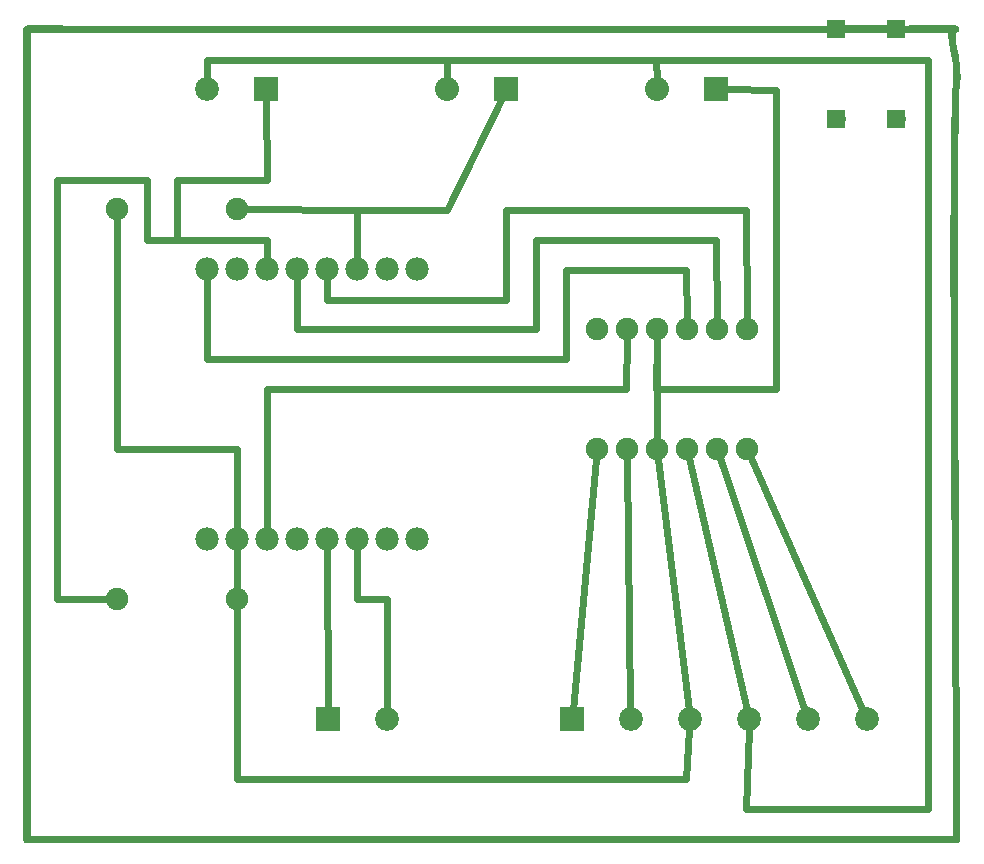
<source format=gbl>
G04 MADE WITH FRITZING*
G04 WWW.FRITZING.ORG*
G04 DOUBLE SIDED*
G04 HOLES PLATED*
G04 CONTOUR ON CENTER OF CONTOUR VECTOR*
%ASAXBY*%
%FSLAX23Y23*%
%MOIN*%
%OFA0B0*%
%SFA1.0B1.0*%
%ADD10C,0.074803*%
%ADD11C,0.077778*%
%ADD12C,0.080000*%
%ADD13C,0.079370*%
%ADD14C,0.059370*%
%ADD15C,0.075000*%
%ADD16R,0.080000X0.080000*%
%ADD17R,0.079370X0.079370*%
%ADD18C,0.024000*%
%ADD19R,0.001000X0.001000*%
%LNCOPPER0*%
G90*
G70*
G54D10*
X3042Y1776D03*
X2541Y1775D03*
X2641Y1775D03*
X2741Y1775D03*
X2841Y1775D03*
X2941Y1775D03*
X3042Y1375D03*
X2541Y1375D03*
X2641Y1375D03*
X2741Y1375D03*
X2841Y1375D03*
X2941Y1375D03*
G54D11*
X1941Y1975D03*
X1841Y1975D03*
X1741Y1975D03*
X1641Y1975D03*
X1541Y1975D03*
X1441Y1975D03*
X1341Y1975D03*
X1241Y1975D03*
X1241Y1075D03*
X1341Y1075D03*
X1441Y1075D03*
X1541Y1075D03*
X1641Y1075D03*
X1741Y1075D03*
X1841Y1075D03*
X1941Y1075D03*
G54D12*
X2238Y2575D03*
X2041Y2575D03*
X2938Y2575D03*
X2741Y2575D03*
G54D13*
X2457Y475D03*
X2654Y475D03*
X2851Y475D03*
X3048Y475D03*
X3244Y475D03*
X3441Y475D03*
X1644Y475D03*
X1841Y475D03*
X1438Y2575D03*
X1241Y2575D03*
G54D14*
X3340Y2475D03*
X3340Y2775D03*
X3540Y2475D03*
X3540Y2775D03*
G54D15*
X941Y875D03*
X1341Y875D03*
X1341Y2175D03*
X941Y2175D03*
G54D16*
X2238Y2575D03*
X2938Y2575D03*
G54D17*
X2457Y475D03*
X1644Y475D03*
X1438Y2575D03*
G54D18*
X1440Y2074D02*
X1441Y2004D01*
D02*
X1041Y2274D02*
X1041Y2074D01*
D02*
X1041Y2074D02*
X1440Y2074D01*
D02*
X741Y2274D02*
X1041Y2274D01*
D02*
X741Y876D02*
X741Y2274D01*
D02*
X913Y875D02*
X741Y876D01*
D02*
X1341Y1046D02*
X1341Y904D01*
D02*
X1641Y1046D02*
X1644Y506D01*
D02*
X1840Y876D02*
X1841Y506D01*
D02*
X1740Y876D02*
X1840Y876D01*
D02*
X1741Y1046D02*
X1740Y876D01*
D02*
X1341Y1375D02*
X1341Y1104D01*
D02*
X941Y1375D02*
X1341Y1375D01*
D02*
X941Y1874D02*
X941Y1375D01*
D02*
X941Y2146D02*
X941Y1874D01*
D02*
X1740Y2174D02*
X1370Y2175D01*
D02*
X1741Y2004D02*
X1740Y2174D01*
D02*
X1440Y2074D02*
X1441Y2004D01*
D02*
X1141Y2074D02*
X1440Y2074D01*
D02*
X1440Y2274D02*
X1141Y2274D01*
D02*
X1141Y2274D02*
X1141Y2074D01*
D02*
X1438Y2544D02*
X1440Y2274D01*
D02*
X1241Y2673D02*
X1241Y2606D01*
D02*
X2040Y2673D02*
X1241Y2673D01*
D02*
X2041Y2606D02*
X2040Y2673D01*
D02*
X2040Y2174D02*
X2224Y2547D01*
D02*
X1740Y2174D02*
X2040Y2174D01*
D02*
X1741Y2004D02*
X1740Y2174D01*
D02*
X2040Y2673D02*
X2041Y2606D01*
D02*
X2739Y2673D02*
X2040Y2673D01*
D02*
X2741Y2606D02*
X2739Y2673D01*
D02*
X2745Y1344D02*
X2847Y506D01*
D02*
X2839Y276D02*
X1341Y276D01*
D02*
X1341Y276D02*
X1341Y846D01*
D02*
X2849Y444D02*
X2839Y276D01*
D02*
X2848Y1345D02*
X3041Y505D01*
D02*
X3644Y177D02*
X3039Y177D01*
D02*
X3039Y177D02*
X3047Y444D01*
D02*
X3644Y2673D02*
X3644Y177D01*
D02*
X2739Y2673D02*
X3644Y2673D01*
D02*
X3429Y503D02*
X3054Y1347D01*
D02*
X3235Y504D02*
X2951Y1346D01*
D02*
X2653Y506D02*
X2642Y1344D01*
D02*
X2460Y506D02*
X2538Y1344D01*
D02*
X2439Y1974D02*
X2439Y1675D01*
D02*
X2439Y1675D02*
X1241Y1675D01*
D02*
X1241Y1675D02*
X1241Y1946D01*
D02*
X2839Y1974D02*
X2439Y1974D01*
D02*
X2841Y1805D02*
X2839Y1974D01*
D02*
X2239Y2174D02*
X2239Y1874D01*
D02*
X2239Y1874D02*
X1640Y1874D01*
D02*
X1640Y1874D02*
X1641Y1946D01*
D02*
X3039Y2174D02*
X2239Y2174D01*
D02*
X3041Y1806D02*
X3039Y2174D01*
D02*
X3138Y1575D02*
X2739Y1575D01*
D02*
X2739Y1575D02*
X2741Y1745D01*
D02*
X3138Y2574D02*
X3138Y1575D01*
D02*
X2969Y2575D02*
X3138Y2574D01*
D02*
X2741Y1405D02*
X2741Y1745D01*
D02*
X1440Y1575D02*
X2639Y1575D01*
D02*
X2639Y1575D02*
X2641Y1745D01*
D02*
X1441Y1104D02*
X1440Y1575D01*
D02*
X1540Y1775D02*
X1541Y1946D01*
D02*
X2339Y1775D02*
X1540Y1775D01*
D02*
X2339Y2074D02*
X2339Y1775D01*
D02*
X2939Y2074D02*
X2339Y2074D01*
D02*
X2941Y1805D02*
X2939Y2074D01*
G54D19*
X3309Y2805D02*
X3368Y2805D01*
X3509Y2805D02*
X3568Y2805D01*
X3309Y2804D02*
X3368Y2804D01*
X3509Y2804D02*
X3568Y2804D01*
X3309Y2803D02*
X3368Y2803D01*
X3509Y2803D02*
X3568Y2803D01*
X3309Y2802D02*
X3368Y2802D01*
X3509Y2802D02*
X3568Y2802D01*
X3309Y2801D02*
X3368Y2801D01*
X3509Y2801D02*
X3568Y2801D01*
X3309Y2800D02*
X3368Y2800D01*
X3509Y2800D02*
X3568Y2800D01*
X3309Y2799D02*
X3368Y2799D01*
X3509Y2799D02*
X3568Y2799D01*
X3309Y2798D02*
X3368Y2798D01*
X3509Y2798D02*
X3568Y2798D01*
X3309Y2797D02*
X3368Y2797D01*
X3509Y2797D02*
X3568Y2797D01*
X3309Y2796D02*
X3368Y2796D01*
X3509Y2796D02*
X3568Y2796D01*
X3309Y2795D02*
X3333Y2795D01*
X3344Y2795D02*
X3368Y2795D01*
X3509Y2795D02*
X3533Y2795D01*
X3544Y2795D02*
X3568Y2795D01*
X3309Y2794D02*
X3330Y2794D01*
X3347Y2794D02*
X3368Y2794D01*
X3509Y2794D02*
X3530Y2794D01*
X3547Y2794D02*
X3568Y2794D01*
X3309Y2793D02*
X3328Y2793D01*
X3349Y2793D02*
X3368Y2793D01*
X3509Y2793D02*
X3528Y2793D01*
X3549Y2793D02*
X3568Y2793D01*
X3309Y2792D02*
X3327Y2792D01*
X3350Y2792D02*
X3368Y2792D01*
X3509Y2792D02*
X3527Y2792D01*
X3550Y2792D02*
X3568Y2792D01*
X3309Y2791D02*
X3325Y2791D01*
X3351Y2791D02*
X3368Y2791D01*
X3509Y2791D02*
X3525Y2791D01*
X3551Y2791D02*
X3568Y2791D01*
X3309Y2790D02*
X3324Y2790D01*
X3353Y2790D02*
X3368Y2790D01*
X3509Y2790D02*
X3524Y2790D01*
X3553Y2790D02*
X3568Y2790D01*
X3309Y2789D02*
X3323Y2789D01*
X3354Y2789D02*
X3368Y2789D01*
X3509Y2789D02*
X3523Y2789D01*
X3554Y2789D02*
X3568Y2789D01*
X641Y2788D02*
X761Y2788D01*
X3309Y2788D02*
X3322Y2788D01*
X3347Y2788D02*
X3568Y2788D01*
X3582Y2788D02*
X3738Y2788D01*
X637Y2787D02*
X3039Y2787D01*
X3309Y2787D02*
X3322Y2787D01*
X3334Y2787D02*
X3742Y2787D01*
X635Y2786D02*
X3100Y2786D01*
X3266Y2786D02*
X3744Y2786D01*
X634Y2785D02*
X3745Y2785D01*
X633Y2784D02*
X3746Y2784D01*
X632Y2783D02*
X3747Y2783D01*
X632Y2782D02*
X3747Y2782D01*
X631Y2781D02*
X3748Y2781D01*
X631Y2780D02*
X3748Y2780D01*
X630Y2779D02*
X3748Y2779D01*
X630Y2778D02*
X3749Y2778D01*
X630Y2777D02*
X3749Y2777D01*
X630Y2776D02*
X3749Y2776D01*
X630Y2775D02*
X3749Y2775D01*
X630Y2774D02*
X3749Y2774D01*
X630Y2773D02*
X3748Y2773D01*
X630Y2772D02*
X3748Y2772D01*
X630Y2771D02*
X3748Y2771D01*
X630Y2770D02*
X3747Y2770D01*
X630Y2769D02*
X3746Y2769D01*
X630Y2768D02*
X3746Y2768D01*
X630Y2767D02*
X3745Y2767D01*
X630Y2766D02*
X3743Y2766D01*
X630Y2765D02*
X3741Y2765D01*
X630Y2764D02*
X653Y2764D01*
X773Y2764D02*
X3472Y2764D01*
X3509Y2764D02*
X3522Y2764D01*
X3539Y2764D02*
X3583Y2764D01*
X3714Y2764D02*
X3738Y2764D01*
X630Y2763D02*
X653Y2763D01*
X3040Y2763D02*
X3385Y2763D01*
X3509Y2763D02*
X3523Y2763D01*
X3554Y2763D02*
X3568Y2763D01*
X3714Y2763D02*
X3737Y2763D01*
X630Y2762D02*
X653Y2762D01*
X3100Y2762D02*
X3264Y2762D01*
X3309Y2762D02*
X3324Y2762D01*
X3353Y2762D02*
X3368Y2762D01*
X3509Y2762D02*
X3524Y2762D01*
X3553Y2762D02*
X3568Y2762D01*
X3713Y2762D02*
X3737Y2762D01*
X630Y2761D02*
X653Y2761D01*
X3309Y2761D02*
X3325Y2761D01*
X3352Y2761D02*
X3368Y2761D01*
X3509Y2761D02*
X3525Y2761D01*
X3552Y2761D02*
X3568Y2761D01*
X3713Y2761D02*
X3736Y2761D01*
X630Y2760D02*
X653Y2760D01*
X3309Y2760D02*
X3327Y2760D01*
X3350Y2760D02*
X3368Y2760D01*
X3509Y2760D02*
X3526Y2760D01*
X3550Y2760D02*
X3568Y2760D01*
X3713Y2760D02*
X3736Y2760D01*
X630Y2759D02*
X653Y2759D01*
X3309Y2759D02*
X3328Y2759D01*
X3349Y2759D02*
X3368Y2759D01*
X3509Y2759D02*
X3528Y2759D01*
X3549Y2759D02*
X3568Y2759D01*
X3713Y2759D02*
X3736Y2759D01*
X630Y2758D02*
X653Y2758D01*
X3309Y2758D02*
X3330Y2758D01*
X3347Y2758D02*
X3368Y2758D01*
X3509Y2758D02*
X3530Y2758D01*
X3547Y2758D02*
X3568Y2758D01*
X3713Y2758D02*
X3736Y2758D01*
X630Y2757D02*
X653Y2757D01*
X3309Y2757D02*
X3333Y2757D01*
X3344Y2757D02*
X3368Y2757D01*
X3509Y2757D02*
X3533Y2757D01*
X3544Y2757D02*
X3568Y2757D01*
X3713Y2757D02*
X3736Y2757D01*
X630Y2756D02*
X653Y2756D01*
X3309Y2756D02*
X3368Y2756D01*
X3509Y2756D02*
X3568Y2756D01*
X3713Y2756D02*
X3736Y2756D01*
X630Y2755D02*
X653Y2755D01*
X3309Y2755D02*
X3368Y2755D01*
X3509Y2755D02*
X3568Y2755D01*
X3713Y2755D02*
X3736Y2755D01*
X630Y2754D02*
X653Y2754D01*
X3309Y2754D02*
X3368Y2754D01*
X3509Y2754D02*
X3568Y2754D01*
X3713Y2754D02*
X3736Y2754D01*
X630Y2753D02*
X653Y2753D01*
X3309Y2753D02*
X3368Y2753D01*
X3509Y2753D02*
X3568Y2753D01*
X3713Y2753D02*
X3736Y2753D01*
X630Y2752D02*
X653Y2752D01*
X3309Y2752D02*
X3368Y2752D01*
X3509Y2752D02*
X3568Y2752D01*
X3713Y2752D02*
X3736Y2752D01*
X630Y2751D02*
X653Y2751D01*
X3309Y2751D02*
X3368Y2751D01*
X3509Y2751D02*
X3568Y2751D01*
X3713Y2751D02*
X3736Y2751D01*
X630Y2750D02*
X653Y2750D01*
X3309Y2750D02*
X3368Y2750D01*
X3509Y2750D02*
X3568Y2750D01*
X3713Y2750D02*
X3736Y2750D01*
X630Y2749D02*
X653Y2749D01*
X3309Y2749D02*
X3368Y2749D01*
X3509Y2749D02*
X3568Y2749D01*
X3713Y2749D02*
X3736Y2749D01*
X630Y2748D02*
X653Y2748D01*
X3309Y2748D02*
X3368Y2748D01*
X3509Y2748D02*
X3568Y2748D01*
X3713Y2748D02*
X3736Y2748D01*
X630Y2747D02*
X653Y2747D01*
X3309Y2747D02*
X3368Y2747D01*
X3509Y2747D02*
X3568Y2747D01*
X3713Y2747D02*
X3736Y2747D01*
X630Y2746D02*
X653Y2746D01*
X3713Y2746D02*
X3736Y2746D01*
X630Y2745D02*
X653Y2745D01*
X3713Y2745D02*
X3736Y2745D01*
X630Y2744D02*
X653Y2744D01*
X3714Y2744D02*
X3737Y2744D01*
X630Y2743D02*
X653Y2743D01*
X3714Y2743D02*
X3737Y2743D01*
X630Y2742D02*
X653Y2742D01*
X3714Y2742D02*
X3737Y2742D01*
X630Y2741D02*
X653Y2741D01*
X3714Y2741D02*
X3737Y2741D01*
X630Y2740D02*
X653Y2740D01*
X3714Y2740D02*
X3737Y2740D01*
X630Y2739D02*
X653Y2739D01*
X3714Y2739D02*
X3737Y2739D01*
X630Y2738D02*
X653Y2738D01*
X3714Y2738D02*
X3737Y2738D01*
X630Y2737D02*
X653Y2737D01*
X3714Y2737D02*
X3737Y2737D01*
X630Y2736D02*
X653Y2736D01*
X3714Y2736D02*
X3737Y2736D01*
X630Y2735D02*
X653Y2735D01*
X3714Y2735D02*
X3738Y2735D01*
X630Y2734D02*
X653Y2734D01*
X3714Y2734D02*
X3738Y2734D01*
X630Y2733D02*
X653Y2733D01*
X3715Y2733D02*
X3738Y2733D01*
X630Y2732D02*
X653Y2732D01*
X3715Y2732D02*
X3738Y2732D01*
X630Y2731D02*
X653Y2731D01*
X3715Y2731D02*
X3738Y2731D01*
X630Y2730D02*
X653Y2730D01*
X3715Y2730D02*
X3738Y2730D01*
X630Y2729D02*
X653Y2729D01*
X3715Y2729D02*
X3738Y2729D01*
X630Y2728D02*
X653Y2728D01*
X3715Y2728D02*
X3739Y2728D01*
X630Y2727D02*
X653Y2727D01*
X3715Y2727D02*
X3739Y2727D01*
X630Y2726D02*
X653Y2726D01*
X3716Y2726D02*
X3739Y2726D01*
X630Y2725D02*
X653Y2725D01*
X3716Y2725D02*
X3739Y2725D01*
X630Y2724D02*
X653Y2724D01*
X3716Y2724D02*
X3739Y2724D01*
X630Y2723D02*
X653Y2723D01*
X3716Y2723D02*
X3739Y2723D01*
X630Y2722D02*
X653Y2722D01*
X3716Y2722D02*
X3739Y2722D01*
X630Y2721D02*
X653Y2721D01*
X3716Y2721D02*
X3740Y2721D01*
X630Y2720D02*
X653Y2720D01*
X3716Y2720D02*
X3740Y2720D01*
X630Y2719D02*
X653Y2719D01*
X3717Y2719D02*
X3740Y2719D01*
X630Y2718D02*
X653Y2718D01*
X3717Y2718D02*
X3740Y2718D01*
X630Y2717D02*
X653Y2717D01*
X3717Y2717D02*
X3740Y2717D01*
X630Y2716D02*
X653Y2716D01*
X3717Y2716D02*
X3741Y2716D01*
X630Y2715D02*
X653Y2715D01*
X3717Y2715D02*
X3741Y2715D01*
X630Y2714D02*
X653Y2714D01*
X3718Y2714D02*
X3741Y2714D01*
X630Y2713D02*
X653Y2713D01*
X3718Y2713D02*
X3741Y2713D01*
X630Y2712D02*
X653Y2712D01*
X3718Y2712D02*
X3741Y2712D01*
X630Y2711D02*
X653Y2711D01*
X3718Y2711D02*
X3741Y2711D01*
X630Y2710D02*
X653Y2710D01*
X3718Y2710D02*
X3742Y2710D01*
X630Y2709D02*
X653Y2709D01*
X3718Y2709D02*
X3742Y2709D01*
X630Y2708D02*
X653Y2708D01*
X3719Y2708D02*
X3742Y2708D01*
X630Y2707D02*
X653Y2707D01*
X3719Y2707D02*
X3742Y2707D01*
X630Y2706D02*
X653Y2706D01*
X3719Y2706D02*
X3742Y2706D01*
X630Y2705D02*
X653Y2705D01*
X3719Y2705D02*
X3743Y2705D01*
X630Y2704D02*
X653Y2704D01*
X3719Y2704D02*
X3743Y2704D01*
X630Y2703D02*
X653Y2703D01*
X3720Y2703D02*
X3743Y2703D01*
X630Y2702D02*
X653Y2702D01*
X3720Y2702D02*
X3743Y2702D01*
X630Y2701D02*
X653Y2701D01*
X3720Y2701D02*
X3743Y2701D01*
X630Y2700D02*
X653Y2700D01*
X3720Y2700D02*
X3744Y2700D01*
X630Y2699D02*
X653Y2699D01*
X3720Y2699D02*
X3744Y2699D01*
X630Y2698D02*
X653Y2698D01*
X3721Y2698D02*
X3744Y2698D01*
X630Y2697D02*
X653Y2697D01*
X3721Y2697D02*
X3744Y2697D01*
X630Y2696D02*
X653Y2696D01*
X3721Y2696D02*
X3744Y2696D01*
X630Y2695D02*
X653Y2695D01*
X3721Y2695D02*
X3745Y2695D01*
X630Y2694D02*
X653Y2694D01*
X3721Y2694D02*
X3745Y2694D01*
X630Y2693D02*
X653Y2693D01*
X3722Y2693D02*
X3745Y2693D01*
X630Y2692D02*
X653Y2692D01*
X3722Y2692D02*
X3745Y2692D01*
X630Y2691D02*
X653Y2691D01*
X3722Y2691D02*
X3746Y2691D01*
X630Y2690D02*
X653Y2690D01*
X3722Y2690D02*
X3746Y2690D01*
X630Y2689D02*
X653Y2689D01*
X3722Y2689D02*
X3746Y2689D01*
X630Y2688D02*
X653Y2688D01*
X3723Y2688D02*
X3746Y2688D01*
X630Y2687D02*
X653Y2687D01*
X3723Y2687D02*
X3746Y2687D01*
X630Y2686D02*
X653Y2686D01*
X3723Y2686D02*
X3747Y2686D01*
X630Y2685D02*
X653Y2685D01*
X3723Y2685D02*
X3747Y2685D01*
X630Y2684D02*
X653Y2684D01*
X3724Y2684D02*
X3747Y2684D01*
X630Y2683D02*
X653Y2683D01*
X3724Y2683D02*
X3747Y2683D01*
X630Y2682D02*
X653Y2682D01*
X3724Y2682D02*
X3748Y2682D01*
X630Y2681D02*
X653Y2681D01*
X3724Y2681D02*
X3748Y2681D01*
X630Y2680D02*
X653Y2680D01*
X3724Y2680D02*
X3748Y2680D01*
X630Y2679D02*
X653Y2679D01*
X3725Y2679D02*
X3748Y2679D01*
X630Y2678D02*
X653Y2678D01*
X3725Y2678D02*
X3748Y2678D01*
X630Y2677D02*
X653Y2677D01*
X3725Y2677D02*
X3749Y2677D01*
X630Y2676D02*
X653Y2676D01*
X3725Y2676D02*
X3749Y2676D01*
X630Y2675D02*
X653Y2675D01*
X3726Y2675D02*
X3749Y2675D01*
X630Y2674D02*
X653Y2674D01*
X3726Y2674D02*
X3749Y2674D01*
X630Y2673D02*
X653Y2673D01*
X3726Y2673D02*
X3749Y2673D01*
X630Y2672D02*
X653Y2672D01*
X3726Y2672D02*
X3749Y2672D01*
X630Y2671D02*
X653Y2671D01*
X3726Y2671D02*
X3749Y2671D01*
X630Y2670D02*
X653Y2670D01*
X3726Y2670D02*
X3749Y2670D01*
X630Y2669D02*
X653Y2669D01*
X3726Y2669D02*
X3749Y2669D01*
X630Y2668D02*
X653Y2668D01*
X3726Y2668D02*
X3749Y2668D01*
X630Y2667D02*
X653Y2667D01*
X3726Y2667D02*
X3750Y2667D01*
X630Y2666D02*
X653Y2666D01*
X3727Y2666D02*
X3750Y2666D01*
X630Y2665D02*
X653Y2665D01*
X3727Y2665D02*
X3750Y2665D01*
X630Y2664D02*
X653Y2664D01*
X3727Y2664D02*
X3750Y2664D01*
X630Y2663D02*
X653Y2663D01*
X3727Y2663D02*
X3750Y2663D01*
X630Y2662D02*
X653Y2662D01*
X3727Y2662D02*
X3750Y2662D01*
X630Y2661D02*
X653Y2661D01*
X3727Y2661D02*
X3750Y2661D01*
X630Y2660D02*
X653Y2660D01*
X3727Y2660D02*
X3750Y2660D01*
X630Y2659D02*
X653Y2659D01*
X3727Y2659D02*
X3750Y2659D01*
X630Y2658D02*
X653Y2658D01*
X3727Y2658D02*
X3750Y2658D01*
X630Y2657D02*
X653Y2657D01*
X3727Y2657D02*
X3750Y2657D01*
X630Y2656D02*
X653Y2656D01*
X3727Y2656D02*
X3751Y2656D01*
X630Y2655D02*
X653Y2655D01*
X3728Y2655D02*
X3751Y2655D01*
X630Y2654D02*
X653Y2654D01*
X3728Y2654D02*
X3751Y2654D01*
X630Y2653D02*
X653Y2653D01*
X3728Y2653D02*
X3751Y2653D01*
X630Y2652D02*
X653Y2652D01*
X3728Y2652D02*
X3751Y2652D01*
X630Y2651D02*
X653Y2651D01*
X3728Y2651D02*
X3751Y2651D01*
X630Y2650D02*
X653Y2650D01*
X3728Y2650D02*
X3751Y2650D01*
X630Y2649D02*
X653Y2649D01*
X3728Y2649D02*
X3751Y2649D01*
X630Y2648D02*
X653Y2648D01*
X3728Y2648D02*
X3751Y2648D01*
X630Y2647D02*
X653Y2647D01*
X3728Y2647D02*
X3751Y2647D01*
X630Y2646D02*
X653Y2646D01*
X3728Y2646D02*
X3751Y2646D01*
X630Y2645D02*
X653Y2645D01*
X3728Y2645D02*
X3751Y2645D01*
X630Y2644D02*
X653Y2644D01*
X3728Y2644D02*
X3752Y2644D01*
X630Y2643D02*
X653Y2643D01*
X3729Y2643D02*
X3752Y2643D01*
X630Y2642D02*
X653Y2642D01*
X3729Y2642D02*
X3752Y2642D01*
X630Y2641D02*
X653Y2641D01*
X3729Y2641D02*
X3752Y2641D01*
X630Y2640D02*
X653Y2640D01*
X3729Y2640D02*
X3752Y2640D01*
X630Y2639D02*
X653Y2639D01*
X3729Y2639D02*
X3752Y2639D01*
X630Y2638D02*
X653Y2638D01*
X3729Y2638D02*
X3752Y2638D01*
X630Y2637D02*
X653Y2637D01*
X3729Y2637D02*
X3752Y2637D01*
X630Y2636D02*
X653Y2636D01*
X3729Y2636D02*
X3752Y2636D01*
X630Y2635D02*
X653Y2635D01*
X3729Y2635D02*
X3752Y2635D01*
X630Y2634D02*
X653Y2634D01*
X3729Y2634D02*
X3752Y2634D01*
X630Y2633D02*
X653Y2633D01*
X3729Y2633D02*
X3752Y2633D01*
X630Y2632D02*
X653Y2632D01*
X3729Y2632D02*
X3752Y2632D01*
X630Y2631D02*
X653Y2631D01*
X3729Y2631D02*
X3752Y2631D01*
X630Y2630D02*
X653Y2630D01*
X3729Y2630D02*
X3752Y2630D01*
X630Y2629D02*
X653Y2629D01*
X3729Y2629D02*
X3752Y2629D01*
X630Y2628D02*
X653Y2628D01*
X3729Y2628D02*
X3752Y2628D01*
X630Y2627D02*
X653Y2627D01*
X3729Y2627D02*
X3752Y2627D01*
X630Y2626D02*
X653Y2626D01*
X3729Y2626D02*
X3752Y2626D01*
X630Y2625D02*
X653Y2625D01*
X3730Y2625D02*
X3753Y2625D01*
X630Y2624D02*
X653Y2624D01*
X3730Y2624D02*
X3753Y2624D01*
X630Y2623D02*
X653Y2623D01*
X3730Y2623D02*
X3753Y2623D01*
X630Y2622D02*
X653Y2622D01*
X3730Y2622D02*
X3753Y2622D01*
X630Y2621D02*
X653Y2621D01*
X3730Y2621D02*
X3753Y2621D01*
X630Y2620D02*
X653Y2620D01*
X3730Y2620D02*
X3753Y2620D01*
X630Y2619D02*
X653Y2619D01*
X3730Y2619D02*
X3753Y2619D01*
X630Y2618D02*
X653Y2618D01*
X3730Y2618D02*
X3753Y2618D01*
X630Y2617D02*
X653Y2617D01*
X3730Y2617D02*
X3753Y2617D01*
X630Y2616D02*
X653Y2616D01*
X3730Y2616D02*
X3753Y2616D01*
X630Y2615D02*
X653Y2615D01*
X3730Y2615D02*
X3753Y2615D01*
X630Y2614D02*
X653Y2614D01*
X3730Y2614D02*
X3753Y2614D01*
X630Y2613D02*
X653Y2613D01*
X3730Y2613D02*
X3753Y2613D01*
X630Y2612D02*
X653Y2612D01*
X3730Y2612D02*
X3753Y2612D01*
X630Y2611D02*
X653Y2611D01*
X3730Y2611D02*
X3753Y2611D01*
X630Y2610D02*
X653Y2610D01*
X3730Y2610D02*
X3753Y2610D01*
X630Y2609D02*
X653Y2609D01*
X3730Y2609D02*
X3753Y2609D01*
X630Y2608D02*
X653Y2608D01*
X3730Y2608D02*
X3753Y2608D01*
X630Y2607D02*
X653Y2607D01*
X3729Y2607D02*
X3752Y2607D01*
X630Y2606D02*
X653Y2606D01*
X3729Y2606D02*
X3752Y2606D01*
X630Y2605D02*
X653Y2605D01*
X3729Y2605D02*
X3752Y2605D01*
X630Y2604D02*
X653Y2604D01*
X3729Y2604D02*
X3752Y2604D01*
X630Y2603D02*
X653Y2603D01*
X3729Y2603D02*
X3752Y2603D01*
X630Y2602D02*
X653Y2602D01*
X3729Y2602D02*
X3752Y2602D01*
X630Y2601D02*
X653Y2601D01*
X3729Y2601D02*
X3752Y2601D01*
X630Y2600D02*
X653Y2600D01*
X3729Y2600D02*
X3752Y2600D01*
X630Y2599D02*
X653Y2599D01*
X3729Y2599D02*
X3752Y2599D01*
X630Y2598D02*
X653Y2598D01*
X3729Y2598D02*
X3752Y2598D01*
X630Y2597D02*
X653Y2597D01*
X3729Y2597D02*
X3752Y2597D01*
X630Y2596D02*
X653Y2596D01*
X3729Y2596D02*
X3752Y2596D01*
X630Y2595D02*
X653Y2595D01*
X3729Y2595D02*
X3752Y2595D01*
X630Y2594D02*
X653Y2594D01*
X3729Y2594D02*
X3752Y2594D01*
X630Y2593D02*
X653Y2593D01*
X3729Y2593D02*
X3752Y2593D01*
X630Y2592D02*
X653Y2592D01*
X3729Y2592D02*
X3752Y2592D01*
X630Y2591D02*
X653Y2591D01*
X3728Y2591D02*
X3752Y2591D01*
X630Y2590D02*
X653Y2590D01*
X3728Y2590D02*
X3751Y2590D01*
X630Y2589D02*
X653Y2589D01*
X3728Y2589D02*
X3751Y2589D01*
X630Y2588D02*
X653Y2588D01*
X3728Y2588D02*
X3751Y2588D01*
X630Y2587D02*
X653Y2587D01*
X3728Y2587D02*
X3751Y2587D01*
X630Y2586D02*
X653Y2586D01*
X3728Y2586D02*
X3751Y2586D01*
X630Y2585D02*
X653Y2585D01*
X3728Y2585D02*
X3751Y2585D01*
X630Y2584D02*
X653Y2584D01*
X3728Y2584D02*
X3751Y2584D01*
X630Y2583D02*
X653Y2583D01*
X3727Y2583D02*
X3751Y2583D01*
X630Y2582D02*
X653Y2582D01*
X3727Y2582D02*
X3750Y2582D01*
X630Y2581D02*
X653Y2581D01*
X3727Y2581D02*
X3750Y2581D01*
X630Y2580D02*
X653Y2580D01*
X3727Y2580D02*
X3750Y2580D01*
X630Y2579D02*
X653Y2579D01*
X3727Y2579D02*
X3750Y2579D01*
X630Y2578D02*
X653Y2578D01*
X3726Y2578D02*
X3750Y2578D01*
X630Y2577D02*
X653Y2577D01*
X3726Y2577D02*
X3750Y2577D01*
X630Y2576D02*
X653Y2576D01*
X3726Y2576D02*
X3749Y2576D01*
X630Y2575D02*
X653Y2575D01*
X3726Y2575D02*
X3749Y2575D01*
X630Y2574D02*
X653Y2574D01*
X3726Y2574D02*
X3749Y2574D01*
X630Y2573D02*
X653Y2573D01*
X3726Y2573D02*
X3749Y2573D01*
X630Y2572D02*
X653Y2572D01*
X3726Y2572D02*
X3749Y2572D01*
X630Y2571D02*
X653Y2571D01*
X3726Y2571D02*
X3749Y2571D01*
X630Y2570D02*
X653Y2570D01*
X3726Y2570D02*
X3749Y2570D01*
X630Y2569D02*
X653Y2569D01*
X3726Y2569D02*
X3749Y2569D01*
X630Y2568D02*
X653Y2568D01*
X3726Y2568D02*
X3749Y2568D01*
X630Y2567D02*
X653Y2567D01*
X3726Y2567D02*
X3749Y2567D01*
X630Y2566D02*
X653Y2566D01*
X3726Y2566D02*
X3749Y2566D01*
X630Y2565D02*
X653Y2565D01*
X3726Y2565D02*
X3749Y2565D01*
X630Y2564D02*
X653Y2564D01*
X3726Y2564D02*
X3749Y2564D01*
X630Y2563D02*
X653Y2563D01*
X3726Y2563D02*
X3749Y2563D01*
X630Y2562D02*
X653Y2562D01*
X3725Y2562D02*
X3748Y2562D01*
X630Y2561D02*
X653Y2561D01*
X3725Y2561D02*
X3748Y2561D01*
X630Y2560D02*
X653Y2560D01*
X3725Y2560D02*
X3748Y2560D01*
X630Y2559D02*
X653Y2559D01*
X3725Y2559D02*
X3748Y2559D01*
X630Y2558D02*
X653Y2558D01*
X3725Y2558D02*
X3748Y2558D01*
X630Y2557D02*
X653Y2557D01*
X3725Y2557D02*
X3748Y2557D01*
X630Y2556D02*
X653Y2556D01*
X3725Y2556D02*
X3748Y2556D01*
X630Y2555D02*
X653Y2555D01*
X3725Y2555D02*
X3748Y2555D01*
X630Y2554D02*
X653Y2554D01*
X3725Y2554D02*
X3748Y2554D01*
X630Y2553D02*
X653Y2553D01*
X3725Y2553D02*
X3748Y2553D01*
X630Y2552D02*
X653Y2552D01*
X3725Y2552D02*
X3748Y2552D01*
X630Y2551D02*
X653Y2551D01*
X3725Y2551D02*
X3748Y2551D01*
X630Y2550D02*
X653Y2550D01*
X3725Y2550D02*
X3748Y2550D01*
X630Y2549D02*
X653Y2549D01*
X3725Y2549D02*
X3748Y2549D01*
X630Y2548D02*
X653Y2548D01*
X3725Y2548D02*
X3748Y2548D01*
X630Y2547D02*
X653Y2547D01*
X3725Y2547D02*
X3748Y2547D01*
X630Y2546D02*
X653Y2546D01*
X3725Y2546D02*
X3748Y2546D01*
X630Y2545D02*
X653Y2545D01*
X3725Y2545D02*
X3748Y2545D01*
X630Y2544D02*
X653Y2544D01*
X3725Y2544D02*
X3748Y2544D01*
X630Y2543D02*
X653Y2543D01*
X3725Y2543D02*
X3748Y2543D01*
X630Y2542D02*
X653Y2542D01*
X3725Y2542D02*
X3748Y2542D01*
X630Y2541D02*
X653Y2541D01*
X3725Y2541D02*
X3748Y2541D01*
X630Y2540D02*
X653Y2540D01*
X3725Y2540D02*
X3748Y2540D01*
X630Y2539D02*
X653Y2539D01*
X3725Y2539D02*
X3748Y2539D01*
X630Y2538D02*
X653Y2538D01*
X3725Y2538D02*
X3748Y2538D01*
X630Y2537D02*
X653Y2537D01*
X3725Y2537D02*
X3748Y2537D01*
X630Y2536D02*
X653Y2536D01*
X3725Y2536D02*
X3748Y2536D01*
X630Y2535D02*
X653Y2535D01*
X3725Y2535D02*
X3748Y2535D01*
X630Y2534D02*
X653Y2534D01*
X3725Y2534D02*
X3748Y2534D01*
X630Y2533D02*
X653Y2533D01*
X3725Y2533D02*
X3748Y2533D01*
X630Y2532D02*
X653Y2532D01*
X3725Y2532D02*
X3748Y2532D01*
X630Y2531D02*
X653Y2531D01*
X3725Y2531D02*
X3748Y2531D01*
X630Y2530D02*
X653Y2530D01*
X3725Y2530D02*
X3748Y2530D01*
X630Y2529D02*
X653Y2529D01*
X3725Y2529D02*
X3748Y2529D01*
X630Y2528D02*
X653Y2528D01*
X3725Y2528D02*
X3748Y2528D01*
X630Y2527D02*
X653Y2527D01*
X3724Y2527D02*
X3747Y2527D01*
X630Y2526D02*
X653Y2526D01*
X3724Y2526D02*
X3747Y2526D01*
X630Y2525D02*
X653Y2525D01*
X3724Y2525D02*
X3747Y2525D01*
X630Y2524D02*
X653Y2524D01*
X3724Y2524D02*
X3747Y2524D01*
X630Y2523D02*
X653Y2523D01*
X3724Y2523D02*
X3747Y2523D01*
X630Y2522D02*
X653Y2522D01*
X3724Y2522D02*
X3747Y2522D01*
X630Y2521D02*
X653Y2521D01*
X3724Y2521D02*
X3747Y2521D01*
X630Y2520D02*
X653Y2520D01*
X3724Y2520D02*
X3747Y2520D01*
X630Y2519D02*
X653Y2519D01*
X3724Y2519D02*
X3747Y2519D01*
X630Y2518D02*
X653Y2518D01*
X3724Y2518D02*
X3747Y2518D01*
X630Y2517D02*
X653Y2517D01*
X3724Y2517D02*
X3747Y2517D01*
X630Y2516D02*
X653Y2516D01*
X3724Y2516D02*
X3747Y2516D01*
X630Y2515D02*
X653Y2515D01*
X3724Y2515D02*
X3747Y2515D01*
X630Y2514D02*
X653Y2514D01*
X3724Y2514D02*
X3747Y2514D01*
X630Y2513D02*
X653Y2513D01*
X3724Y2513D02*
X3747Y2513D01*
X630Y2512D02*
X653Y2512D01*
X3724Y2512D02*
X3747Y2512D01*
X630Y2511D02*
X653Y2511D01*
X3724Y2511D02*
X3747Y2511D01*
X630Y2510D02*
X653Y2510D01*
X3724Y2510D02*
X3747Y2510D01*
X630Y2509D02*
X653Y2509D01*
X3724Y2509D02*
X3747Y2509D01*
X630Y2508D02*
X653Y2508D01*
X3724Y2508D02*
X3747Y2508D01*
X630Y2507D02*
X653Y2507D01*
X3724Y2507D02*
X3747Y2507D01*
X630Y2506D02*
X653Y2506D01*
X3724Y2506D02*
X3747Y2506D01*
X630Y2505D02*
X653Y2505D01*
X3309Y2505D02*
X3368Y2505D01*
X3509Y2505D02*
X3568Y2505D01*
X3724Y2505D02*
X3747Y2505D01*
X630Y2504D02*
X653Y2504D01*
X3309Y2504D02*
X3368Y2504D01*
X3509Y2504D02*
X3568Y2504D01*
X3724Y2504D02*
X3747Y2504D01*
X630Y2503D02*
X653Y2503D01*
X3309Y2503D02*
X3368Y2503D01*
X3509Y2503D02*
X3568Y2503D01*
X3724Y2503D02*
X3747Y2503D01*
X630Y2502D02*
X653Y2502D01*
X3309Y2502D02*
X3368Y2502D01*
X3509Y2502D02*
X3568Y2502D01*
X3724Y2502D02*
X3747Y2502D01*
X630Y2501D02*
X653Y2501D01*
X3309Y2501D02*
X3368Y2501D01*
X3509Y2501D02*
X3568Y2501D01*
X3724Y2501D02*
X3747Y2501D01*
X630Y2500D02*
X653Y2500D01*
X3309Y2500D02*
X3368Y2500D01*
X3509Y2500D02*
X3568Y2500D01*
X3724Y2500D02*
X3747Y2500D01*
X630Y2499D02*
X653Y2499D01*
X3309Y2499D02*
X3368Y2499D01*
X3509Y2499D02*
X3568Y2499D01*
X3724Y2499D02*
X3747Y2499D01*
X630Y2498D02*
X653Y2498D01*
X3309Y2498D02*
X3368Y2498D01*
X3509Y2498D02*
X3568Y2498D01*
X3724Y2498D02*
X3747Y2498D01*
X630Y2497D02*
X653Y2497D01*
X3309Y2497D02*
X3368Y2497D01*
X3509Y2497D02*
X3568Y2497D01*
X3724Y2497D02*
X3747Y2497D01*
X630Y2496D02*
X653Y2496D01*
X3309Y2496D02*
X3368Y2496D01*
X3509Y2496D02*
X3568Y2496D01*
X3724Y2496D02*
X3747Y2496D01*
X630Y2495D02*
X653Y2495D01*
X3309Y2495D02*
X3333Y2495D01*
X3344Y2495D02*
X3368Y2495D01*
X3509Y2495D02*
X3533Y2495D01*
X3544Y2495D02*
X3568Y2495D01*
X3724Y2495D02*
X3747Y2495D01*
X630Y2494D02*
X653Y2494D01*
X3309Y2494D02*
X3330Y2494D01*
X3347Y2494D02*
X3368Y2494D01*
X3509Y2494D02*
X3530Y2494D01*
X3547Y2494D02*
X3568Y2494D01*
X3724Y2494D02*
X3747Y2494D01*
X630Y2493D02*
X653Y2493D01*
X3309Y2493D02*
X3328Y2493D01*
X3349Y2493D02*
X3368Y2493D01*
X3509Y2493D02*
X3528Y2493D01*
X3549Y2493D02*
X3568Y2493D01*
X3724Y2493D02*
X3747Y2493D01*
X630Y2492D02*
X653Y2492D01*
X3309Y2492D02*
X3327Y2492D01*
X3350Y2492D02*
X3368Y2492D01*
X3509Y2492D02*
X3526Y2492D01*
X3550Y2492D02*
X3568Y2492D01*
X3724Y2492D02*
X3747Y2492D01*
X630Y2491D02*
X653Y2491D01*
X3309Y2491D02*
X3325Y2491D01*
X3352Y2491D02*
X3368Y2491D01*
X3509Y2491D02*
X3525Y2491D01*
X3552Y2491D02*
X3568Y2491D01*
X3724Y2491D02*
X3747Y2491D01*
X630Y2490D02*
X653Y2490D01*
X3309Y2490D02*
X3324Y2490D01*
X3353Y2490D02*
X3368Y2490D01*
X3509Y2490D02*
X3524Y2490D01*
X3553Y2490D02*
X3568Y2490D01*
X3724Y2490D02*
X3747Y2490D01*
X630Y2489D02*
X653Y2489D01*
X3309Y2489D02*
X3323Y2489D01*
X3354Y2489D02*
X3368Y2489D01*
X3509Y2489D02*
X3523Y2489D01*
X3554Y2489D02*
X3568Y2489D01*
X3724Y2489D02*
X3747Y2489D01*
X630Y2488D02*
X653Y2488D01*
X3309Y2488D02*
X3322Y2488D01*
X3354Y2488D02*
X3368Y2488D01*
X3509Y2488D02*
X3522Y2488D01*
X3554Y2488D02*
X3568Y2488D01*
X3724Y2488D02*
X3747Y2488D01*
X630Y2487D02*
X653Y2487D01*
X3309Y2487D02*
X3322Y2487D01*
X3355Y2487D02*
X3368Y2487D01*
X3509Y2487D02*
X3522Y2487D01*
X3555Y2487D02*
X3568Y2487D01*
X3724Y2487D02*
X3747Y2487D01*
X630Y2486D02*
X653Y2486D01*
X3309Y2486D02*
X3321Y2486D01*
X3356Y2486D02*
X3368Y2486D01*
X3509Y2486D02*
X3521Y2486D01*
X3556Y2486D02*
X3568Y2486D01*
X3724Y2486D02*
X3747Y2486D01*
X630Y2485D02*
X653Y2485D01*
X3309Y2485D02*
X3321Y2485D01*
X3356Y2485D02*
X3368Y2485D01*
X3509Y2485D02*
X3520Y2485D01*
X3556Y2485D02*
X3568Y2485D01*
X3724Y2485D02*
X3747Y2485D01*
X630Y2484D02*
X653Y2484D01*
X3309Y2484D02*
X3320Y2484D01*
X3357Y2484D02*
X3368Y2484D01*
X3509Y2484D02*
X3520Y2484D01*
X3557Y2484D02*
X3568Y2484D01*
X3724Y2484D02*
X3747Y2484D01*
X630Y2483D02*
X653Y2483D01*
X3309Y2483D02*
X3320Y2483D01*
X3357Y2483D02*
X3368Y2483D01*
X3509Y2483D02*
X3520Y2483D01*
X3557Y2483D02*
X3568Y2483D01*
X3723Y2483D02*
X3747Y2483D01*
X630Y2482D02*
X653Y2482D01*
X3309Y2482D02*
X3319Y2482D01*
X3358Y2482D02*
X3368Y2482D01*
X3509Y2482D02*
X3519Y2482D01*
X3558Y2482D02*
X3568Y2482D01*
X3723Y2482D02*
X3746Y2482D01*
X630Y2481D02*
X653Y2481D01*
X3309Y2481D02*
X3319Y2481D01*
X3358Y2481D02*
X3368Y2481D01*
X3509Y2481D02*
X3519Y2481D01*
X3558Y2481D02*
X3568Y2481D01*
X3723Y2481D02*
X3746Y2481D01*
X630Y2480D02*
X653Y2480D01*
X3309Y2480D02*
X3319Y2480D01*
X3358Y2480D02*
X3368Y2480D01*
X3509Y2480D02*
X3519Y2480D01*
X3558Y2480D02*
X3568Y2480D01*
X3723Y2480D02*
X3746Y2480D01*
X630Y2479D02*
X653Y2479D01*
X3309Y2479D02*
X3319Y2479D01*
X3358Y2479D02*
X3368Y2479D01*
X3509Y2479D02*
X3519Y2479D01*
X3558Y2479D02*
X3568Y2479D01*
X3723Y2479D02*
X3746Y2479D01*
X630Y2478D02*
X653Y2478D01*
X3309Y2478D02*
X3318Y2478D01*
X3358Y2478D02*
X3368Y2478D01*
X3509Y2478D02*
X3518Y2478D01*
X3558Y2478D02*
X3568Y2478D01*
X3723Y2478D02*
X3746Y2478D01*
X630Y2477D02*
X653Y2477D01*
X3309Y2477D02*
X3318Y2477D01*
X3359Y2477D02*
X3368Y2477D01*
X3509Y2477D02*
X3518Y2477D01*
X3558Y2477D02*
X3568Y2477D01*
X3723Y2477D02*
X3746Y2477D01*
X630Y2476D02*
X653Y2476D01*
X3309Y2476D02*
X3318Y2476D01*
X3359Y2476D02*
X3368Y2476D01*
X3509Y2476D02*
X3518Y2476D01*
X3559Y2476D02*
X3568Y2476D01*
X3723Y2476D02*
X3746Y2476D01*
X630Y2475D02*
X653Y2475D01*
X3309Y2475D02*
X3318Y2475D01*
X3358Y2475D02*
X3368Y2475D01*
X3509Y2475D02*
X3518Y2475D01*
X3558Y2475D02*
X3568Y2475D01*
X3723Y2475D02*
X3746Y2475D01*
X630Y2474D02*
X653Y2474D01*
X3309Y2474D02*
X3318Y2474D01*
X3358Y2474D02*
X3368Y2474D01*
X3509Y2474D02*
X3518Y2474D01*
X3558Y2474D02*
X3568Y2474D01*
X3723Y2474D02*
X3746Y2474D01*
X630Y2473D02*
X653Y2473D01*
X3309Y2473D02*
X3319Y2473D01*
X3358Y2473D02*
X3368Y2473D01*
X3509Y2473D02*
X3519Y2473D01*
X3558Y2473D02*
X3568Y2473D01*
X3723Y2473D02*
X3746Y2473D01*
X630Y2472D02*
X653Y2472D01*
X3309Y2472D02*
X3319Y2472D01*
X3358Y2472D02*
X3368Y2472D01*
X3509Y2472D02*
X3519Y2472D01*
X3558Y2472D02*
X3568Y2472D01*
X3723Y2472D02*
X3746Y2472D01*
X630Y2471D02*
X653Y2471D01*
X3309Y2471D02*
X3319Y2471D01*
X3358Y2471D02*
X3368Y2471D01*
X3509Y2471D02*
X3519Y2471D01*
X3558Y2471D02*
X3568Y2471D01*
X3723Y2471D02*
X3746Y2471D01*
X630Y2470D02*
X653Y2470D01*
X3309Y2470D02*
X3319Y2470D01*
X3358Y2470D02*
X3368Y2470D01*
X3509Y2470D02*
X3519Y2470D01*
X3558Y2470D02*
X3568Y2470D01*
X3723Y2470D02*
X3746Y2470D01*
X630Y2469D02*
X653Y2469D01*
X3309Y2469D02*
X3320Y2469D01*
X3357Y2469D02*
X3368Y2469D01*
X3509Y2469D02*
X3520Y2469D01*
X3557Y2469D02*
X3568Y2469D01*
X3723Y2469D02*
X3746Y2469D01*
X630Y2468D02*
X653Y2468D01*
X3309Y2468D02*
X3320Y2468D01*
X3357Y2468D02*
X3368Y2468D01*
X3509Y2468D02*
X3520Y2468D01*
X3557Y2468D02*
X3568Y2468D01*
X3723Y2468D02*
X3746Y2468D01*
X630Y2467D02*
X653Y2467D01*
X3309Y2467D02*
X3321Y2467D01*
X3356Y2467D02*
X3368Y2467D01*
X3509Y2467D02*
X3520Y2467D01*
X3556Y2467D02*
X3568Y2467D01*
X3723Y2467D02*
X3746Y2467D01*
X630Y2466D02*
X653Y2466D01*
X3309Y2466D02*
X3321Y2466D01*
X3356Y2466D02*
X3368Y2466D01*
X3509Y2466D02*
X3521Y2466D01*
X3556Y2466D02*
X3568Y2466D01*
X3723Y2466D02*
X3746Y2466D01*
X630Y2465D02*
X653Y2465D01*
X3309Y2465D02*
X3322Y2465D01*
X3355Y2465D02*
X3368Y2465D01*
X3509Y2465D02*
X3522Y2465D01*
X3555Y2465D02*
X3568Y2465D01*
X3723Y2465D02*
X3746Y2465D01*
X630Y2464D02*
X653Y2464D01*
X3309Y2464D02*
X3322Y2464D01*
X3354Y2464D02*
X3368Y2464D01*
X3509Y2464D02*
X3522Y2464D01*
X3554Y2464D02*
X3568Y2464D01*
X3723Y2464D02*
X3746Y2464D01*
X630Y2463D02*
X653Y2463D01*
X3309Y2463D02*
X3323Y2463D01*
X3354Y2463D02*
X3368Y2463D01*
X3509Y2463D02*
X3523Y2463D01*
X3554Y2463D02*
X3568Y2463D01*
X3723Y2463D02*
X3746Y2463D01*
X630Y2462D02*
X653Y2462D01*
X3309Y2462D02*
X3324Y2462D01*
X3353Y2462D02*
X3368Y2462D01*
X3509Y2462D02*
X3524Y2462D01*
X3553Y2462D02*
X3568Y2462D01*
X3723Y2462D02*
X3746Y2462D01*
X630Y2461D02*
X653Y2461D01*
X3309Y2461D02*
X3325Y2461D01*
X3351Y2461D02*
X3368Y2461D01*
X3509Y2461D02*
X3525Y2461D01*
X3551Y2461D02*
X3568Y2461D01*
X3723Y2461D02*
X3746Y2461D01*
X630Y2460D02*
X653Y2460D01*
X3309Y2460D02*
X3327Y2460D01*
X3350Y2460D02*
X3368Y2460D01*
X3509Y2460D02*
X3527Y2460D01*
X3550Y2460D02*
X3568Y2460D01*
X3723Y2460D02*
X3746Y2460D01*
X630Y2459D02*
X653Y2459D01*
X3309Y2459D02*
X3328Y2459D01*
X3349Y2459D02*
X3368Y2459D01*
X3509Y2459D02*
X3528Y2459D01*
X3549Y2459D02*
X3568Y2459D01*
X3723Y2459D02*
X3746Y2459D01*
X630Y2458D02*
X653Y2458D01*
X3309Y2458D02*
X3330Y2458D01*
X3347Y2458D02*
X3368Y2458D01*
X3509Y2458D02*
X3530Y2458D01*
X3547Y2458D02*
X3568Y2458D01*
X3723Y2458D02*
X3746Y2458D01*
X630Y2457D02*
X653Y2457D01*
X3309Y2457D02*
X3333Y2457D01*
X3344Y2457D02*
X3368Y2457D01*
X3509Y2457D02*
X3533Y2457D01*
X3544Y2457D02*
X3568Y2457D01*
X3723Y2457D02*
X3746Y2457D01*
X630Y2456D02*
X653Y2456D01*
X3309Y2456D02*
X3368Y2456D01*
X3509Y2456D02*
X3568Y2456D01*
X3723Y2456D02*
X3746Y2456D01*
X630Y2455D02*
X653Y2455D01*
X3309Y2455D02*
X3368Y2455D01*
X3509Y2455D02*
X3568Y2455D01*
X3723Y2455D02*
X3746Y2455D01*
X630Y2454D02*
X653Y2454D01*
X3309Y2454D02*
X3368Y2454D01*
X3509Y2454D02*
X3568Y2454D01*
X3723Y2454D02*
X3746Y2454D01*
X630Y2453D02*
X653Y2453D01*
X3309Y2453D02*
X3368Y2453D01*
X3509Y2453D02*
X3568Y2453D01*
X3723Y2453D02*
X3746Y2453D01*
X630Y2452D02*
X653Y2452D01*
X3309Y2452D02*
X3368Y2452D01*
X3509Y2452D02*
X3568Y2452D01*
X3723Y2452D02*
X3746Y2452D01*
X630Y2451D02*
X653Y2451D01*
X3309Y2451D02*
X3368Y2451D01*
X3509Y2451D02*
X3568Y2451D01*
X3723Y2451D02*
X3746Y2451D01*
X630Y2450D02*
X653Y2450D01*
X3309Y2450D02*
X3368Y2450D01*
X3509Y2450D02*
X3568Y2450D01*
X3723Y2450D02*
X3746Y2450D01*
X630Y2449D02*
X653Y2449D01*
X3309Y2449D02*
X3368Y2449D01*
X3509Y2449D02*
X3568Y2449D01*
X3723Y2449D02*
X3746Y2449D01*
X630Y2448D02*
X653Y2448D01*
X3309Y2448D02*
X3368Y2448D01*
X3509Y2448D02*
X3568Y2448D01*
X3723Y2448D02*
X3746Y2448D01*
X630Y2447D02*
X653Y2447D01*
X3309Y2447D02*
X3368Y2447D01*
X3509Y2447D02*
X3568Y2447D01*
X3723Y2447D02*
X3746Y2447D01*
X630Y2446D02*
X653Y2446D01*
X3723Y2446D02*
X3746Y2446D01*
X630Y2445D02*
X653Y2445D01*
X3723Y2445D02*
X3746Y2445D01*
X630Y2444D02*
X653Y2444D01*
X3723Y2444D02*
X3746Y2444D01*
X630Y2443D02*
X653Y2443D01*
X3723Y2443D02*
X3746Y2443D01*
X630Y2442D02*
X653Y2442D01*
X3723Y2442D02*
X3746Y2442D01*
X630Y2441D02*
X653Y2441D01*
X3723Y2441D02*
X3746Y2441D01*
X630Y2440D02*
X653Y2440D01*
X3723Y2440D02*
X3746Y2440D01*
X630Y2439D02*
X653Y2439D01*
X3723Y2439D02*
X3746Y2439D01*
X630Y2438D02*
X653Y2438D01*
X3723Y2438D02*
X3746Y2438D01*
X630Y2437D02*
X653Y2437D01*
X3723Y2437D02*
X3746Y2437D01*
X630Y2436D02*
X653Y2436D01*
X3723Y2436D02*
X3746Y2436D01*
X630Y2435D02*
X653Y2435D01*
X3723Y2435D02*
X3746Y2435D01*
X630Y2434D02*
X653Y2434D01*
X3723Y2434D02*
X3746Y2434D01*
X630Y2433D02*
X653Y2433D01*
X3723Y2433D02*
X3746Y2433D01*
X630Y2432D02*
X653Y2432D01*
X3723Y2432D02*
X3746Y2432D01*
X630Y2431D02*
X653Y2431D01*
X3723Y2431D02*
X3746Y2431D01*
X630Y2430D02*
X653Y2430D01*
X3723Y2430D02*
X3746Y2430D01*
X630Y2429D02*
X653Y2429D01*
X3723Y2429D02*
X3746Y2429D01*
X630Y2428D02*
X653Y2428D01*
X3723Y2428D02*
X3746Y2428D01*
X630Y2427D02*
X653Y2427D01*
X3723Y2427D02*
X3746Y2427D01*
X630Y2426D02*
X653Y2426D01*
X3723Y2426D02*
X3746Y2426D01*
X630Y2425D02*
X653Y2425D01*
X3722Y2425D02*
X3745Y2425D01*
X630Y2424D02*
X653Y2424D01*
X3722Y2424D02*
X3745Y2424D01*
X630Y2423D02*
X653Y2423D01*
X3722Y2423D02*
X3745Y2423D01*
X630Y2422D02*
X653Y2422D01*
X3722Y2422D02*
X3745Y2422D01*
X630Y2421D02*
X653Y2421D01*
X3722Y2421D02*
X3745Y2421D01*
X630Y2420D02*
X653Y2420D01*
X3722Y2420D02*
X3745Y2420D01*
X630Y2419D02*
X653Y2419D01*
X3722Y2419D02*
X3745Y2419D01*
X630Y2418D02*
X653Y2418D01*
X3722Y2418D02*
X3745Y2418D01*
X630Y2417D02*
X653Y2417D01*
X3722Y2417D02*
X3745Y2417D01*
X630Y2416D02*
X653Y2416D01*
X3722Y2416D02*
X3745Y2416D01*
X630Y2415D02*
X653Y2415D01*
X3722Y2415D02*
X3745Y2415D01*
X630Y2414D02*
X653Y2414D01*
X3722Y2414D02*
X3745Y2414D01*
X630Y2413D02*
X653Y2413D01*
X3722Y2413D02*
X3745Y2413D01*
X630Y2412D02*
X653Y2412D01*
X3722Y2412D02*
X3745Y2412D01*
X630Y2411D02*
X653Y2411D01*
X3722Y2411D02*
X3745Y2411D01*
X630Y2410D02*
X653Y2410D01*
X3722Y2410D02*
X3745Y2410D01*
X630Y2409D02*
X653Y2409D01*
X3722Y2409D02*
X3745Y2409D01*
X630Y2408D02*
X653Y2408D01*
X3722Y2408D02*
X3745Y2408D01*
X630Y2407D02*
X653Y2407D01*
X3722Y2407D02*
X3745Y2407D01*
X630Y2406D02*
X653Y2406D01*
X3722Y2406D02*
X3745Y2406D01*
X630Y2405D02*
X653Y2405D01*
X3722Y2405D02*
X3745Y2405D01*
X630Y2404D02*
X653Y2404D01*
X3722Y2404D02*
X3745Y2404D01*
X630Y2403D02*
X653Y2403D01*
X3722Y2403D02*
X3745Y2403D01*
X630Y2402D02*
X653Y2402D01*
X3722Y2402D02*
X3745Y2402D01*
X630Y2401D02*
X653Y2401D01*
X3722Y2401D02*
X3745Y2401D01*
X630Y2400D02*
X653Y2400D01*
X3722Y2400D02*
X3745Y2400D01*
X630Y2399D02*
X653Y2399D01*
X3722Y2399D02*
X3745Y2399D01*
X630Y2398D02*
X653Y2398D01*
X3722Y2398D02*
X3745Y2398D01*
X630Y2397D02*
X653Y2397D01*
X3722Y2397D02*
X3745Y2397D01*
X630Y2396D02*
X653Y2396D01*
X3722Y2396D02*
X3745Y2396D01*
X630Y2395D02*
X653Y2395D01*
X3722Y2395D02*
X3745Y2395D01*
X630Y2394D02*
X653Y2394D01*
X3722Y2394D02*
X3745Y2394D01*
X630Y2393D02*
X653Y2393D01*
X3722Y2393D02*
X3745Y2393D01*
X630Y2392D02*
X653Y2392D01*
X3722Y2392D02*
X3745Y2392D01*
X630Y2391D02*
X653Y2391D01*
X3722Y2391D02*
X3745Y2391D01*
X630Y2390D02*
X653Y2390D01*
X3722Y2390D02*
X3745Y2390D01*
X630Y2389D02*
X653Y2389D01*
X3722Y2389D02*
X3745Y2389D01*
X630Y2388D02*
X653Y2388D01*
X3722Y2388D02*
X3745Y2388D01*
X630Y2387D02*
X653Y2387D01*
X3722Y2387D02*
X3745Y2387D01*
X630Y2386D02*
X653Y2386D01*
X3722Y2386D02*
X3745Y2386D01*
X630Y2385D02*
X653Y2385D01*
X3722Y2385D02*
X3745Y2385D01*
X630Y2384D02*
X653Y2384D01*
X3722Y2384D02*
X3745Y2384D01*
X630Y2383D02*
X653Y2383D01*
X3722Y2383D02*
X3745Y2383D01*
X630Y2382D02*
X653Y2382D01*
X3722Y2382D02*
X3745Y2382D01*
X630Y2381D02*
X653Y2381D01*
X3722Y2381D02*
X3745Y2381D01*
X630Y2380D02*
X653Y2380D01*
X3722Y2380D02*
X3745Y2380D01*
X630Y2379D02*
X653Y2379D01*
X3722Y2379D02*
X3745Y2379D01*
X630Y2378D02*
X653Y2378D01*
X3722Y2378D02*
X3745Y2378D01*
X630Y2377D02*
X653Y2377D01*
X3722Y2377D02*
X3745Y2377D01*
X630Y2376D02*
X653Y2376D01*
X3722Y2376D02*
X3745Y2376D01*
X630Y2375D02*
X653Y2375D01*
X3722Y2375D02*
X3745Y2375D01*
X630Y2374D02*
X653Y2374D01*
X3722Y2374D02*
X3745Y2374D01*
X630Y2373D02*
X653Y2373D01*
X3722Y2373D02*
X3745Y2373D01*
X630Y2372D02*
X653Y2372D01*
X3722Y2372D02*
X3745Y2372D01*
X630Y2371D02*
X653Y2371D01*
X3722Y2371D02*
X3745Y2371D01*
X630Y2370D02*
X653Y2370D01*
X3722Y2370D02*
X3745Y2370D01*
X630Y2369D02*
X653Y2369D01*
X3722Y2369D02*
X3745Y2369D01*
X630Y2368D02*
X653Y2368D01*
X3722Y2368D02*
X3745Y2368D01*
X630Y2367D02*
X653Y2367D01*
X3722Y2367D02*
X3745Y2367D01*
X630Y2366D02*
X653Y2366D01*
X3722Y2366D02*
X3745Y2366D01*
X630Y2365D02*
X653Y2365D01*
X3722Y2365D02*
X3745Y2365D01*
X630Y2364D02*
X653Y2364D01*
X3722Y2364D02*
X3745Y2364D01*
X630Y2363D02*
X653Y2363D01*
X3722Y2363D02*
X3745Y2363D01*
X630Y2362D02*
X653Y2362D01*
X3722Y2362D02*
X3745Y2362D01*
X630Y2361D02*
X653Y2361D01*
X3722Y2361D02*
X3745Y2361D01*
X630Y2360D02*
X653Y2360D01*
X3722Y2360D02*
X3745Y2360D01*
X630Y2359D02*
X653Y2359D01*
X3722Y2359D02*
X3745Y2359D01*
X630Y2358D02*
X653Y2358D01*
X3722Y2358D02*
X3745Y2358D01*
X630Y2357D02*
X653Y2357D01*
X3722Y2357D02*
X3745Y2357D01*
X630Y2356D02*
X653Y2356D01*
X3722Y2356D02*
X3745Y2356D01*
X630Y2355D02*
X653Y2355D01*
X3722Y2355D02*
X3745Y2355D01*
X630Y2354D02*
X653Y2354D01*
X3722Y2354D02*
X3745Y2354D01*
X630Y2353D02*
X653Y2353D01*
X3722Y2353D02*
X3745Y2353D01*
X630Y2352D02*
X653Y2352D01*
X3722Y2352D02*
X3745Y2352D01*
X630Y2351D02*
X653Y2351D01*
X3722Y2351D02*
X3745Y2351D01*
X630Y2350D02*
X653Y2350D01*
X3722Y2350D02*
X3745Y2350D01*
X630Y2349D02*
X653Y2349D01*
X3722Y2349D02*
X3745Y2349D01*
X630Y2348D02*
X653Y2348D01*
X3722Y2348D02*
X3745Y2348D01*
X630Y2347D02*
X653Y2347D01*
X3722Y2347D02*
X3745Y2347D01*
X630Y2346D02*
X653Y2346D01*
X3722Y2346D02*
X3745Y2346D01*
X630Y2345D02*
X653Y2345D01*
X3722Y2345D02*
X3745Y2345D01*
X630Y2344D02*
X653Y2344D01*
X3722Y2344D02*
X3745Y2344D01*
X630Y2343D02*
X653Y2343D01*
X3722Y2343D02*
X3745Y2343D01*
X630Y2342D02*
X653Y2342D01*
X3722Y2342D02*
X3745Y2342D01*
X630Y2341D02*
X653Y2341D01*
X3722Y2341D02*
X3745Y2341D01*
X630Y2340D02*
X653Y2340D01*
X3722Y2340D02*
X3744Y2340D01*
X630Y2339D02*
X653Y2339D01*
X3721Y2339D02*
X3744Y2339D01*
X630Y2338D02*
X653Y2338D01*
X3721Y2338D02*
X3744Y2338D01*
X630Y2337D02*
X653Y2337D01*
X3721Y2337D02*
X3744Y2337D01*
X630Y2336D02*
X653Y2336D01*
X3721Y2336D02*
X3744Y2336D01*
X630Y2335D02*
X653Y2335D01*
X3721Y2335D02*
X3744Y2335D01*
X630Y2334D02*
X653Y2334D01*
X3721Y2334D02*
X3744Y2334D01*
X630Y2333D02*
X653Y2333D01*
X3721Y2333D02*
X3744Y2333D01*
X630Y2332D02*
X653Y2332D01*
X3721Y2332D02*
X3744Y2332D01*
X630Y2331D02*
X653Y2331D01*
X3721Y2331D02*
X3744Y2331D01*
X630Y2330D02*
X653Y2330D01*
X3721Y2330D02*
X3744Y2330D01*
X630Y2329D02*
X653Y2329D01*
X3721Y2329D02*
X3744Y2329D01*
X630Y2328D02*
X653Y2328D01*
X3721Y2328D02*
X3744Y2328D01*
X630Y2327D02*
X653Y2327D01*
X3721Y2327D02*
X3744Y2327D01*
X630Y2326D02*
X653Y2326D01*
X3721Y2326D02*
X3744Y2326D01*
X630Y2325D02*
X653Y2325D01*
X3721Y2325D02*
X3744Y2325D01*
X630Y2324D02*
X653Y2324D01*
X3721Y2324D02*
X3744Y2324D01*
X630Y2323D02*
X653Y2323D01*
X3721Y2323D02*
X3744Y2323D01*
X630Y2322D02*
X653Y2322D01*
X3721Y2322D02*
X3744Y2322D01*
X630Y2321D02*
X653Y2321D01*
X3721Y2321D02*
X3744Y2321D01*
X630Y2320D02*
X653Y2320D01*
X3721Y2320D02*
X3744Y2320D01*
X630Y2319D02*
X653Y2319D01*
X3721Y2319D02*
X3744Y2319D01*
X630Y2318D02*
X653Y2318D01*
X3721Y2318D02*
X3744Y2318D01*
X630Y2317D02*
X653Y2317D01*
X3721Y2317D02*
X3744Y2317D01*
X630Y2316D02*
X653Y2316D01*
X3721Y2316D02*
X3744Y2316D01*
X630Y2315D02*
X653Y2315D01*
X3721Y2315D02*
X3744Y2315D01*
X630Y2314D02*
X653Y2314D01*
X3721Y2314D02*
X3744Y2314D01*
X630Y2313D02*
X653Y2313D01*
X3721Y2313D02*
X3744Y2313D01*
X630Y2312D02*
X653Y2312D01*
X3721Y2312D02*
X3744Y2312D01*
X630Y2311D02*
X653Y2311D01*
X3721Y2311D02*
X3744Y2311D01*
X630Y2310D02*
X653Y2310D01*
X3721Y2310D02*
X3744Y2310D01*
X630Y2309D02*
X653Y2309D01*
X3721Y2309D02*
X3744Y2309D01*
X630Y2308D02*
X653Y2308D01*
X3721Y2308D02*
X3744Y2308D01*
X630Y2307D02*
X653Y2307D01*
X3721Y2307D02*
X3744Y2307D01*
X630Y2306D02*
X653Y2306D01*
X3721Y2306D02*
X3744Y2306D01*
X630Y2305D02*
X653Y2305D01*
X3721Y2305D02*
X3744Y2305D01*
X630Y2304D02*
X653Y2304D01*
X3721Y2304D02*
X3744Y2304D01*
X630Y2303D02*
X653Y2303D01*
X3721Y2303D02*
X3744Y2303D01*
X630Y2302D02*
X653Y2302D01*
X3721Y2302D02*
X3744Y2302D01*
X630Y2301D02*
X653Y2301D01*
X3721Y2301D02*
X3744Y2301D01*
X630Y2300D02*
X653Y2300D01*
X3721Y2300D02*
X3744Y2300D01*
X630Y2299D02*
X653Y2299D01*
X3721Y2299D02*
X3744Y2299D01*
X630Y2298D02*
X653Y2298D01*
X3721Y2298D02*
X3744Y2298D01*
X630Y2297D02*
X653Y2297D01*
X3721Y2297D02*
X3744Y2297D01*
X630Y2296D02*
X653Y2296D01*
X3721Y2296D02*
X3744Y2296D01*
X630Y2295D02*
X653Y2295D01*
X3721Y2295D02*
X3744Y2295D01*
X630Y2294D02*
X653Y2294D01*
X3721Y2294D02*
X3744Y2294D01*
X630Y2293D02*
X653Y2293D01*
X3721Y2293D02*
X3744Y2293D01*
X630Y2292D02*
X653Y2292D01*
X3721Y2292D02*
X3744Y2292D01*
X630Y2291D02*
X653Y2291D01*
X3721Y2291D02*
X3744Y2291D01*
X630Y2290D02*
X653Y2290D01*
X3721Y2290D02*
X3744Y2290D01*
X630Y2289D02*
X653Y2289D01*
X3721Y2289D02*
X3744Y2289D01*
X630Y2288D02*
X653Y2288D01*
X3721Y2288D02*
X3744Y2288D01*
X630Y2287D02*
X653Y2287D01*
X3721Y2287D02*
X3744Y2287D01*
X630Y2286D02*
X653Y2286D01*
X3721Y2286D02*
X3744Y2286D01*
X630Y2285D02*
X653Y2285D01*
X3721Y2285D02*
X3744Y2285D01*
X630Y2284D02*
X653Y2284D01*
X3721Y2284D02*
X3744Y2284D01*
X630Y2283D02*
X653Y2283D01*
X3721Y2283D02*
X3744Y2283D01*
X630Y2282D02*
X653Y2282D01*
X3721Y2282D02*
X3744Y2282D01*
X630Y2281D02*
X653Y2281D01*
X3721Y2281D02*
X3744Y2281D01*
X630Y2280D02*
X653Y2280D01*
X3721Y2280D02*
X3744Y2280D01*
X630Y2279D02*
X653Y2279D01*
X3721Y2279D02*
X3744Y2279D01*
X630Y2278D02*
X653Y2278D01*
X3721Y2278D02*
X3744Y2278D01*
X630Y2277D02*
X653Y2277D01*
X3721Y2277D02*
X3744Y2277D01*
X630Y2276D02*
X653Y2276D01*
X3721Y2276D02*
X3744Y2276D01*
X630Y2275D02*
X653Y2275D01*
X3721Y2275D02*
X3744Y2275D01*
X630Y2274D02*
X653Y2274D01*
X3721Y2274D02*
X3744Y2274D01*
X630Y2273D02*
X653Y2273D01*
X3721Y2273D02*
X3744Y2273D01*
X630Y2272D02*
X653Y2272D01*
X3721Y2272D02*
X3744Y2272D01*
X630Y2271D02*
X653Y2271D01*
X3721Y2271D02*
X3744Y2271D01*
X630Y2270D02*
X653Y2270D01*
X3721Y2270D02*
X3744Y2270D01*
X630Y2269D02*
X653Y2269D01*
X3721Y2269D02*
X3744Y2269D01*
X630Y2268D02*
X653Y2268D01*
X3721Y2268D02*
X3744Y2268D01*
X630Y2267D02*
X653Y2267D01*
X3721Y2267D02*
X3744Y2267D01*
X630Y2266D02*
X653Y2266D01*
X3721Y2266D02*
X3744Y2266D01*
X630Y2265D02*
X653Y2265D01*
X3721Y2265D02*
X3744Y2265D01*
X630Y2264D02*
X653Y2264D01*
X3721Y2264D02*
X3744Y2264D01*
X630Y2263D02*
X653Y2263D01*
X3721Y2263D02*
X3744Y2263D01*
X630Y2262D02*
X653Y2262D01*
X3721Y2262D02*
X3744Y2262D01*
X630Y2261D02*
X653Y2261D01*
X3721Y2261D02*
X3744Y2261D01*
X630Y2260D02*
X653Y2260D01*
X3721Y2260D02*
X3744Y2260D01*
X630Y2259D02*
X653Y2259D01*
X3721Y2259D02*
X3744Y2259D01*
X630Y2258D02*
X653Y2258D01*
X3721Y2258D02*
X3744Y2258D01*
X630Y2257D02*
X653Y2257D01*
X3721Y2257D02*
X3744Y2257D01*
X630Y2256D02*
X653Y2256D01*
X3721Y2256D02*
X3744Y2256D01*
X630Y2255D02*
X653Y2255D01*
X3721Y2255D02*
X3744Y2255D01*
X630Y2254D02*
X653Y2254D01*
X3721Y2254D02*
X3744Y2254D01*
X630Y2253D02*
X653Y2253D01*
X3721Y2253D02*
X3744Y2253D01*
X630Y2252D02*
X653Y2252D01*
X3721Y2252D02*
X3744Y2252D01*
X630Y2251D02*
X653Y2251D01*
X3721Y2251D02*
X3744Y2251D01*
X630Y2250D02*
X653Y2250D01*
X3721Y2250D02*
X3744Y2250D01*
X630Y2249D02*
X653Y2249D01*
X3721Y2249D02*
X3744Y2249D01*
X630Y2248D02*
X653Y2248D01*
X3721Y2248D02*
X3744Y2248D01*
X630Y2247D02*
X653Y2247D01*
X3721Y2247D02*
X3744Y2247D01*
X630Y2246D02*
X653Y2246D01*
X3721Y2246D02*
X3744Y2246D01*
X630Y2245D02*
X653Y2245D01*
X3721Y2245D02*
X3744Y2245D01*
X630Y2244D02*
X653Y2244D01*
X3721Y2244D02*
X3744Y2244D01*
X630Y2243D02*
X653Y2243D01*
X3721Y2243D02*
X3744Y2243D01*
X630Y2242D02*
X653Y2242D01*
X3721Y2242D02*
X3744Y2242D01*
X630Y2241D02*
X653Y2241D01*
X3721Y2241D02*
X3744Y2241D01*
X630Y2240D02*
X653Y2240D01*
X3721Y2240D02*
X3744Y2240D01*
X630Y2239D02*
X653Y2239D01*
X3721Y2239D02*
X3744Y2239D01*
X630Y2238D02*
X653Y2238D01*
X3721Y2238D02*
X3744Y2238D01*
X630Y2237D02*
X653Y2237D01*
X3721Y2237D02*
X3744Y2237D01*
X630Y2236D02*
X653Y2236D01*
X3721Y2236D02*
X3744Y2236D01*
X630Y2235D02*
X653Y2235D01*
X3721Y2235D02*
X3744Y2235D01*
X630Y2234D02*
X653Y2234D01*
X3721Y2234D02*
X3744Y2234D01*
X630Y2233D02*
X653Y2233D01*
X3721Y2233D02*
X3744Y2233D01*
X630Y2232D02*
X653Y2232D01*
X3721Y2232D02*
X3744Y2232D01*
X630Y2231D02*
X653Y2231D01*
X3721Y2231D02*
X3744Y2231D01*
X630Y2230D02*
X653Y2230D01*
X3721Y2230D02*
X3744Y2230D01*
X630Y2229D02*
X653Y2229D01*
X3721Y2229D02*
X3744Y2229D01*
X630Y2228D02*
X653Y2228D01*
X3721Y2228D02*
X3744Y2228D01*
X630Y2227D02*
X653Y2227D01*
X3721Y2227D02*
X3744Y2227D01*
X630Y2226D02*
X653Y2226D01*
X3721Y2226D02*
X3744Y2226D01*
X630Y2225D02*
X653Y2225D01*
X3721Y2225D02*
X3744Y2225D01*
X630Y2224D02*
X653Y2224D01*
X3721Y2224D02*
X3744Y2224D01*
X630Y2223D02*
X653Y2223D01*
X3721Y2223D02*
X3744Y2223D01*
X630Y2222D02*
X653Y2222D01*
X3721Y2222D02*
X3744Y2222D01*
X630Y2221D02*
X653Y2221D01*
X3721Y2221D02*
X3744Y2221D01*
X630Y2220D02*
X653Y2220D01*
X3721Y2220D02*
X3744Y2220D01*
X630Y2219D02*
X653Y2219D01*
X3721Y2219D02*
X3744Y2219D01*
X630Y2218D02*
X653Y2218D01*
X3721Y2218D02*
X3744Y2218D01*
X630Y2217D02*
X653Y2217D01*
X3721Y2217D02*
X3744Y2217D01*
X630Y2216D02*
X653Y2216D01*
X3721Y2216D02*
X3744Y2216D01*
X630Y2215D02*
X653Y2215D01*
X3721Y2215D02*
X3744Y2215D01*
X630Y2214D02*
X653Y2214D01*
X3721Y2214D02*
X3744Y2214D01*
X630Y2213D02*
X653Y2213D01*
X3721Y2213D02*
X3744Y2213D01*
X630Y2212D02*
X653Y2212D01*
X3721Y2212D02*
X3744Y2212D01*
X630Y2211D02*
X653Y2211D01*
X3721Y2211D02*
X3744Y2211D01*
X630Y2210D02*
X653Y2210D01*
X3721Y2210D02*
X3744Y2210D01*
X630Y2209D02*
X653Y2209D01*
X3721Y2209D02*
X3744Y2209D01*
X630Y2208D02*
X653Y2208D01*
X3721Y2208D02*
X3744Y2208D01*
X630Y2207D02*
X653Y2207D01*
X3721Y2207D02*
X3744Y2207D01*
X630Y2206D02*
X653Y2206D01*
X3721Y2206D02*
X3744Y2206D01*
X630Y2205D02*
X653Y2205D01*
X3721Y2205D02*
X3744Y2205D01*
X630Y2204D02*
X653Y2204D01*
X3721Y2204D02*
X3744Y2204D01*
X630Y2203D02*
X653Y2203D01*
X3721Y2203D02*
X3744Y2203D01*
X630Y2202D02*
X653Y2202D01*
X3721Y2202D02*
X3744Y2202D01*
X630Y2201D02*
X653Y2201D01*
X3721Y2201D02*
X3744Y2201D01*
X630Y2200D02*
X653Y2200D01*
X3721Y2200D02*
X3744Y2200D01*
X630Y2199D02*
X653Y2199D01*
X3721Y2199D02*
X3744Y2199D01*
X630Y2198D02*
X653Y2198D01*
X3721Y2198D02*
X3744Y2198D01*
X630Y2197D02*
X653Y2197D01*
X3721Y2197D02*
X3744Y2197D01*
X630Y2196D02*
X653Y2196D01*
X3721Y2196D02*
X3744Y2196D01*
X630Y2195D02*
X653Y2195D01*
X3721Y2195D02*
X3744Y2195D01*
X630Y2194D02*
X653Y2194D01*
X3721Y2194D02*
X3744Y2194D01*
X630Y2193D02*
X653Y2193D01*
X3721Y2193D02*
X3744Y2193D01*
X630Y2192D02*
X653Y2192D01*
X3721Y2192D02*
X3744Y2192D01*
X630Y2191D02*
X653Y2191D01*
X3721Y2191D02*
X3744Y2191D01*
X630Y2190D02*
X653Y2190D01*
X3721Y2190D02*
X3744Y2190D01*
X630Y2189D02*
X653Y2189D01*
X3721Y2189D02*
X3744Y2189D01*
X630Y2188D02*
X653Y2188D01*
X3721Y2188D02*
X3744Y2188D01*
X630Y2187D02*
X653Y2187D01*
X3721Y2187D02*
X3744Y2187D01*
X630Y2186D02*
X653Y2186D01*
X3721Y2186D02*
X3744Y2186D01*
X630Y2185D02*
X653Y2185D01*
X3721Y2185D02*
X3744Y2185D01*
X630Y2184D02*
X653Y2184D01*
X3721Y2184D02*
X3744Y2184D01*
X630Y2183D02*
X653Y2183D01*
X3721Y2183D02*
X3744Y2183D01*
X630Y2182D02*
X653Y2182D01*
X3721Y2182D02*
X3744Y2182D01*
X630Y2181D02*
X653Y2181D01*
X3721Y2181D02*
X3744Y2181D01*
X630Y2180D02*
X653Y2180D01*
X3721Y2180D02*
X3744Y2180D01*
X630Y2179D02*
X653Y2179D01*
X3721Y2179D02*
X3744Y2179D01*
X630Y2178D02*
X653Y2178D01*
X3721Y2178D02*
X3744Y2178D01*
X630Y2177D02*
X653Y2177D01*
X3721Y2177D02*
X3744Y2177D01*
X630Y2176D02*
X653Y2176D01*
X3721Y2176D02*
X3744Y2176D01*
X630Y2175D02*
X653Y2175D01*
X3721Y2175D02*
X3744Y2175D01*
X630Y2174D02*
X653Y2174D01*
X3721Y2174D02*
X3744Y2174D01*
X630Y2173D02*
X653Y2173D01*
X3721Y2173D02*
X3744Y2173D01*
X630Y2172D02*
X653Y2172D01*
X3721Y2172D02*
X3744Y2172D01*
X630Y2171D02*
X653Y2171D01*
X3721Y2171D02*
X3744Y2171D01*
X630Y2170D02*
X653Y2170D01*
X3721Y2170D02*
X3744Y2170D01*
X630Y2169D02*
X653Y2169D01*
X3721Y2169D02*
X3744Y2169D01*
X630Y2168D02*
X653Y2168D01*
X3721Y2168D02*
X3744Y2168D01*
X630Y2167D02*
X653Y2167D01*
X3721Y2167D02*
X3744Y2167D01*
X630Y2166D02*
X653Y2166D01*
X3721Y2166D02*
X3744Y2166D01*
X630Y2165D02*
X653Y2165D01*
X3721Y2165D02*
X3744Y2165D01*
X630Y2164D02*
X653Y2164D01*
X3721Y2164D02*
X3744Y2164D01*
X630Y2163D02*
X653Y2163D01*
X3721Y2163D02*
X3744Y2163D01*
X630Y2162D02*
X653Y2162D01*
X3721Y2162D02*
X3743Y2162D01*
X630Y2161D02*
X653Y2161D01*
X3721Y2161D02*
X3743Y2161D01*
X630Y2160D02*
X653Y2160D01*
X3721Y2160D02*
X3743Y2160D01*
X630Y2159D02*
X653Y2159D01*
X3721Y2159D02*
X3743Y2159D01*
X630Y2158D02*
X653Y2158D01*
X3721Y2158D02*
X3743Y2158D01*
X630Y2157D02*
X653Y2157D01*
X3721Y2157D02*
X3743Y2157D01*
X630Y2156D02*
X653Y2156D01*
X3720Y2156D02*
X3743Y2156D01*
X630Y2155D02*
X653Y2155D01*
X3720Y2155D02*
X3743Y2155D01*
X630Y2154D02*
X653Y2154D01*
X3720Y2154D02*
X3743Y2154D01*
X630Y2153D02*
X653Y2153D01*
X3720Y2153D02*
X3743Y2153D01*
X630Y2152D02*
X653Y2152D01*
X3720Y2152D02*
X3743Y2152D01*
X630Y2151D02*
X653Y2151D01*
X3720Y2151D02*
X3743Y2151D01*
X630Y2150D02*
X653Y2150D01*
X3720Y2150D02*
X3743Y2150D01*
X630Y2149D02*
X653Y2149D01*
X3720Y2149D02*
X3743Y2149D01*
X630Y2148D02*
X653Y2148D01*
X3720Y2148D02*
X3743Y2148D01*
X630Y2147D02*
X653Y2147D01*
X3720Y2147D02*
X3743Y2147D01*
X630Y2146D02*
X653Y2146D01*
X3720Y2146D02*
X3743Y2146D01*
X630Y2145D02*
X653Y2145D01*
X3720Y2145D02*
X3743Y2145D01*
X630Y2144D02*
X653Y2144D01*
X3720Y2144D02*
X3743Y2144D01*
X630Y2143D02*
X653Y2143D01*
X3720Y2143D02*
X3743Y2143D01*
X630Y2142D02*
X653Y2142D01*
X3720Y2142D02*
X3743Y2142D01*
X630Y2141D02*
X653Y2141D01*
X3720Y2141D02*
X3743Y2141D01*
X630Y2140D02*
X653Y2140D01*
X3720Y2140D02*
X3743Y2140D01*
X630Y2139D02*
X653Y2139D01*
X3720Y2139D02*
X3743Y2139D01*
X630Y2138D02*
X653Y2138D01*
X3720Y2138D02*
X3743Y2138D01*
X630Y2137D02*
X653Y2137D01*
X3720Y2137D02*
X3743Y2137D01*
X630Y2136D02*
X653Y2136D01*
X3720Y2136D02*
X3743Y2136D01*
X630Y2135D02*
X653Y2135D01*
X3720Y2135D02*
X3743Y2135D01*
X630Y2134D02*
X653Y2134D01*
X3720Y2134D02*
X3743Y2134D01*
X630Y2133D02*
X653Y2133D01*
X3720Y2133D02*
X3743Y2133D01*
X630Y2132D02*
X653Y2132D01*
X3720Y2132D02*
X3743Y2132D01*
X630Y2131D02*
X653Y2131D01*
X3720Y2131D02*
X3743Y2131D01*
X630Y2130D02*
X653Y2130D01*
X3720Y2130D02*
X3743Y2130D01*
X630Y2129D02*
X653Y2129D01*
X3720Y2129D02*
X3743Y2129D01*
X630Y2128D02*
X653Y2128D01*
X3720Y2128D02*
X3743Y2128D01*
X630Y2127D02*
X653Y2127D01*
X3720Y2127D02*
X3743Y2127D01*
X630Y2126D02*
X653Y2126D01*
X3720Y2126D02*
X3743Y2126D01*
X630Y2125D02*
X653Y2125D01*
X3720Y2125D02*
X3743Y2125D01*
X630Y2124D02*
X653Y2124D01*
X3720Y2124D02*
X3743Y2124D01*
X630Y2123D02*
X653Y2123D01*
X3720Y2123D02*
X3743Y2123D01*
X630Y2122D02*
X653Y2122D01*
X3720Y2122D02*
X3743Y2122D01*
X630Y2121D02*
X653Y2121D01*
X3720Y2121D02*
X3743Y2121D01*
X630Y2120D02*
X653Y2120D01*
X3720Y2120D02*
X3743Y2120D01*
X630Y2119D02*
X653Y2119D01*
X3720Y2119D02*
X3743Y2119D01*
X630Y2118D02*
X653Y2118D01*
X3720Y2118D02*
X3743Y2118D01*
X630Y2117D02*
X653Y2117D01*
X3720Y2117D02*
X3743Y2117D01*
X630Y2116D02*
X653Y2116D01*
X3720Y2116D02*
X3743Y2116D01*
X630Y2115D02*
X653Y2115D01*
X3720Y2115D02*
X3743Y2115D01*
X630Y2114D02*
X653Y2114D01*
X3720Y2114D02*
X3743Y2114D01*
X630Y2113D02*
X653Y2113D01*
X3720Y2113D02*
X3743Y2113D01*
X630Y2112D02*
X653Y2112D01*
X3720Y2112D02*
X3743Y2112D01*
X630Y2111D02*
X653Y2111D01*
X3720Y2111D02*
X3743Y2111D01*
X630Y2110D02*
X653Y2110D01*
X3720Y2110D02*
X3743Y2110D01*
X630Y2109D02*
X653Y2109D01*
X3720Y2109D02*
X3743Y2109D01*
X630Y2108D02*
X653Y2108D01*
X3720Y2108D02*
X3743Y2108D01*
X630Y2107D02*
X653Y2107D01*
X3720Y2107D02*
X3743Y2107D01*
X630Y2106D02*
X653Y2106D01*
X3720Y2106D02*
X3743Y2106D01*
X630Y2105D02*
X653Y2105D01*
X3720Y2105D02*
X3743Y2105D01*
X630Y2104D02*
X653Y2104D01*
X3720Y2104D02*
X3743Y2104D01*
X630Y2103D02*
X653Y2103D01*
X3720Y2103D02*
X3743Y2103D01*
X630Y2102D02*
X653Y2102D01*
X3720Y2102D02*
X3743Y2102D01*
X630Y2101D02*
X653Y2101D01*
X3720Y2101D02*
X3743Y2101D01*
X630Y2100D02*
X653Y2100D01*
X3720Y2100D02*
X3743Y2100D01*
X630Y2099D02*
X653Y2099D01*
X3720Y2099D02*
X3743Y2099D01*
X630Y2098D02*
X653Y2098D01*
X3720Y2098D02*
X3743Y2098D01*
X630Y2097D02*
X653Y2097D01*
X3720Y2097D02*
X3743Y2097D01*
X630Y2096D02*
X653Y2096D01*
X3720Y2096D02*
X3743Y2096D01*
X630Y2095D02*
X653Y2095D01*
X3720Y2095D02*
X3743Y2095D01*
X630Y2094D02*
X653Y2094D01*
X3720Y2094D02*
X3743Y2094D01*
X630Y2093D02*
X653Y2093D01*
X3720Y2093D02*
X3743Y2093D01*
X630Y2092D02*
X653Y2092D01*
X3720Y2092D02*
X3743Y2092D01*
X630Y2091D02*
X653Y2091D01*
X3720Y2091D02*
X3743Y2091D01*
X630Y2090D02*
X653Y2090D01*
X3720Y2090D02*
X3743Y2090D01*
X630Y2089D02*
X653Y2089D01*
X3720Y2089D02*
X3743Y2089D01*
X630Y2088D02*
X653Y2088D01*
X3720Y2088D02*
X3743Y2088D01*
X630Y2087D02*
X653Y2087D01*
X3720Y2087D02*
X3743Y2087D01*
X630Y2086D02*
X653Y2086D01*
X3720Y2086D02*
X3743Y2086D01*
X630Y2085D02*
X653Y2085D01*
X3720Y2085D02*
X3743Y2085D01*
X630Y2084D02*
X653Y2084D01*
X3720Y2084D02*
X3743Y2084D01*
X630Y2083D02*
X653Y2083D01*
X3720Y2083D02*
X3743Y2083D01*
X630Y2082D02*
X653Y2082D01*
X3720Y2082D02*
X3743Y2082D01*
X630Y2081D02*
X653Y2081D01*
X3720Y2081D02*
X3743Y2081D01*
X630Y2080D02*
X653Y2080D01*
X3720Y2080D02*
X3743Y2080D01*
X630Y2079D02*
X653Y2079D01*
X3720Y2079D02*
X3743Y2079D01*
X630Y2078D02*
X653Y2078D01*
X3720Y2078D02*
X3743Y2078D01*
X630Y2077D02*
X653Y2077D01*
X3720Y2077D02*
X3743Y2077D01*
X630Y2076D02*
X653Y2076D01*
X3720Y2076D02*
X3743Y2076D01*
X630Y2075D02*
X653Y2075D01*
X3720Y2075D02*
X3743Y2075D01*
X630Y2074D02*
X653Y2074D01*
X3720Y2074D02*
X3743Y2074D01*
X630Y2073D02*
X653Y2073D01*
X3720Y2073D02*
X3743Y2073D01*
X630Y2072D02*
X653Y2072D01*
X3720Y2072D02*
X3743Y2072D01*
X630Y2071D02*
X653Y2071D01*
X3720Y2071D02*
X3743Y2071D01*
X630Y2070D02*
X653Y2070D01*
X3720Y2070D02*
X3743Y2070D01*
X630Y2069D02*
X653Y2069D01*
X3720Y2069D02*
X3743Y2069D01*
X630Y2068D02*
X653Y2068D01*
X3720Y2068D02*
X3743Y2068D01*
X630Y2067D02*
X653Y2067D01*
X3720Y2067D02*
X3743Y2067D01*
X630Y2066D02*
X653Y2066D01*
X3720Y2066D02*
X3743Y2066D01*
X630Y2065D02*
X653Y2065D01*
X3720Y2065D02*
X3743Y2065D01*
X630Y2064D02*
X653Y2064D01*
X3720Y2064D02*
X3743Y2064D01*
X630Y2063D02*
X653Y2063D01*
X3720Y2063D02*
X3743Y2063D01*
X630Y2062D02*
X653Y2062D01*
X3720Y2062D02*
X3743Y2062D01*
X630Y2061D02*
X653Y2061D01*
X3720Y2061D02*
X3743Y2061D01*
X630Y2060D02*
X653Y2060D01*
X3720Y2060D02*
X3743Y2060D01*
X630Y2059D02*
X653Y2059D01*
X3720Y2059D02*
X3743Y2059D01*
X630Y2058D02*
X653Y2058D01*
X3720Y2058D02*
X3743Y2058D01*
X630Y2057D02*
X653Y2057D01*
X3720Y2057D02*
X3743Y2057D01*
X630Y2056D02*
X653Y2056D01*
X3720Y2056D02*
X3743Y2056D01*
X630Y2055D02*
X653Y2055D01*
X3720Y2055D02*
X3743Y2055D01*
X630Y2054D02*
X653Y2054D01*
X3720Y2054D02*
X3743Y2054D01*
X630Y2053D02*
X653Y2053D01*
X3720Y2053D02*
X3743Y2053D01*
X630Y2052D02*
X653Y2052D01*
X3720Y2052D02*
X3743Y2052D01*
X630Y2051D02*
X653Y2051D01*
X3720Y2051D02*
X3743Y2051D01*
X630Y2050D02*
X653Y2050D01*
X3720Y2050D02*
X3743Y2050D01*
X630Y2049D02*
X653Y2049D01*
X3720Y2049D02*
X3743Y2049D01*
X630Y2048D02*
X653Y2048D01*
X3720Y2048D02*
X3743Y2048D01*
X630Y2047D02*
X653Y2047D01*
X3720Y2047D02*
X3743Y2047D01*
X630Y2046D02*
X653Y2046D01*
X3720Y2046D02*
X3743Y2046D01*
X630Y2045D02*
X653Y2045D01*
X3720Y2045D02*
X3743Y2045D01*
X630Y2044D02*
X653Y2044D01*
X3720Y2044D02*
X3743Y2044D01*
X630Y2043D02*
X653Y2043D01*
X3720Y2043D02*
X3743Y2043D01*
X630Y2042D02*
X653Y2042D01*
X3720Y2042D02*
X3743Y2042D01*
X630Y2041D02*
X653Y2041D01*
X3720Y2041D02*
X3743Y2041D01*
X630Y2040D02*
X653Y2040D01*
X3720Y2040D02*
X3743Y2040D01*
X630Y2039D02*
X653Y2039D01*
X3720Y2039D02*
X3743Y2039D01*
X630Y2038D02*
X653Y2038D01*
X3720Y2038D02*
X3743Y2038D01*
X630Y2037D02*
X653Y2037D01*
X3720Y2037D02*
X3743Y2037D01*
X630Y2036D02*
X653Y2036D01*
X3720Y2036D02*
X3743Y2036D01*
X630Y2035D02*
X653Y2035D01*
X3720Y2035D02*
X3743Y2035D01*
X630Y2034D02*
X653Y2034D01*
X3720Y2034D02*
X3743Y2034D01*
X630Y2033D02*
X653Y2033D01*
X3720Y2033D02*
X3743Y2033D01*
X630Y2032D02*
X653Y2032D01*
X3720Y2032D02*
X3743Y2032D01*
X630Y2031D02*
X653Y2031D01*
X3720Y2031D02*
X3743Y2031D01*
X630Y2030D02*
X653Y2030D01*
X3720Y2030D02*
X3743Y2030D01*
X630Y2029D02*
X653Y2029D01*
X3720Y2029D02*
X3743Y2029D01*
X630Y2028D02*
X653Y2028D01*
X3720Y2028D02*
X3743Y2028D01*
X630Y2027D02*
X653Y2027D01*
X3720Y2027D02*
X3743Y2027D01*
X630Y2026D02*
X653Y2026D01*
X3720Y2026D02*
X3743Y2026D01*
X630Y2025D02*
X653Y2025D01*
X3720Y2025D02*
X3743Y2025D01*
X630Y2024D02*
X653Y2024D01*
X3720Y2024D02*
X3743Y2024D01*
X630Y2023D02*
X653Y2023D01*
X3720Y2023D02*
X3743Y2023D01*
X630Y2022D02*
X653Y2022D01*
X3720Y2022D02*
X3743Y2022D01*
X630Y2021D02*
X653Y2021D01*
X3720Y2021D02*
X3743Y2021D01*
X630Y2020D02*
X653Y2020D01*
X3720Y2020D02*
X3743Y2020D01*
X630Y2019D02*
X653Y2019D01*
X3720Y2019D02*
X3743Y2019D01*
X630Y2018D02*
X653Y2018D01*
X3720Y2018D02*
X3743Y2018D01*
X630Y2017D02*
X653Y2017D01*
X3720Y2017D02*
X3743Y2017D01*
X630Y2016D02*
X653Y2016D01*
X3720Y2016D02*
X3743Y2016D01*
X630Y2015D02*
X653Y2015D01*
X3720Y2015D02*
X3743Y2015D01*
X630Y2014D02*
X653Y2014D01*
X3720Y2014D02*
X3743Y2014D01*
X630Y2013D02*
X653Y2013D01*
X3720Y2013D02*
X3743Y2013D01*
X630Y2012D02*
X653Y2012D01*
X3720Y2012D02*
X3743Y2012D01*
X630Y2011D02*
X653Y2011D01*
X3720Y2011D02*
X3743Y2011D01*
X630Y2010D02*
X653Y2010D01*
X3720Y2010D02*
X3743Y2010D01*
X630Y2009D02*
X653Y2009D01*
X3720Y2009D02*
X3743Y2009D01*
X630Y2008D02*
X653Y2008D01*
X3720Y2008D02*
X3743Y2008D01*
X630Y2007D02*
X653Y2007D01*
X3720Y2007D02*
X3743Y2007D01*
X630Y2006D02*
X653Y2006D01*
X3720Y2006D02*
X3743Y2006D01*
X630Y2005D02*
X653Y2005D01*
X3720Y2005D02*
X3743Y2005D01*
X630Y2004D02*
X653Y2004D01*
X3720Y2004D02*
X3743Y2004D01*
X630Y2003D02*
X653Y2003D01*
X3720Y2003D02*
X3743Y2003D01*
X630Y2002D02*
X653Y2002D01*
X3720Y2002D02*
X3743Y2002D01*
X630Y2001D02*
X653Y2001D01*
X3720Y2001D02*
X3743Y2001D01*
X630Y2000D02*
X653Y2000D01*
X3720Y2000D02*
X3743Y2000D01*
X630Y1999D02*
X653Y1999D01*
X3720Y1999D02*
X3743Y1999D01*
X630Y1998D02*
X653Y1998D01*
X3720Y1998D02*
X3743Y1998D01*
X630Y1997D02*
X653Y1997D01*
X3720Y1997D02*
X3743Y1997D01*
X630Y1996D02*
X653Y1996D01*
X3720Y1996D02*
X3743Y1996D01*
X630Y1995D02*
X653Y1995D01*
X3720Y1995D02*
X3743Y1995D01*
X630Y1994D02*
X653Y1994D01*
X3720Y1994D02*
X3743Y1994D01*
X630Y1993D02*
X653Y1993D01*
X3720Y1993D02*
X3743Y1993D01*
X630Y1992D02*
X653Y1992D01*
X3720Y1992D02*
X3743Y1992D01*
X630Y1991D02*
X653Y1991D01*
X3720Y1991D02*
X3743Y1991D01*
X630Y1990D02*
X653Y1990D01*
X3720Y1990D02*
X3743Y1990D01*
X630Y1989D02*
X653Y1989D01*
X3720Y1989D02*
X3743Y1989D01*
X630Y1988D02*
X653Y1988D01*
X3720Y1988D02*
X3743Y1988D01*
X630Y1987D02*
X653Y1987D01*
X3720Y1987D02*
X3743Y1987D01*
X630Y1986D02*
X653Y1986D01*
X3720Y1986D02*
X3743Y1986D01*
X630Y1985D02*
X653Y1985D01*
X3720Y1985D02*
X3743Y1985D01*
X630Y1984D02*
X653Y1984D01*
X3720Y1984D02*
X3743Y1984D01*
X630Y1983D02*
X653Y1983D01*
X3720Y1983D02*
X3743Y1983D01*
X630Y1982D02*
X653Y1982D01*
X3720Y1982D02*
X3743Y1982D01*
X630Y1981D02*
X653Y1981D01*
X3720Y1981D02*
X3743Y1981D01*
X630Y1980D02*
X653Y1980D01*
X3720Y1980D02*
X3743Y1980D01*
X630Y1979D02*
X653Y1979D01*
X3720Y1979D02*
X3743Y1979D01*
X630Y1978D02*
X653Y1978D01*
X3720Y1978D02*
X3743Y1978D01*
X630Y1977D02*
X653Y1977D01*
X3720Y1977D02*
X3743Y1977D01*
X630Y1976D02*
X653Y1976D01*
X3720Y1976D02*
X3743Y1976D01*
X630Y1975D02*
X653Y1975D01*
X3720Y1975D02*
X3743Y1975D01*
X630Y1974D02*
X653Y1974D01*
X3720Y1974D02*
X3743Y1974D01*
X630Y1973D02*
X653Y1973D01*
X3720Y1973D02*
X3743Y1973D01*
X630Y1972D02*
X653Y1972D01*
X3720Y1972D02*
X3743Y1972D01*
X630Y1971D02*
X653Y1971D01*
X3720Y1971D02*
X3743Y1971D01*
X630Y1970D02*
X653Y1970D01*
X3720Y1970D02*
X3743Y1970D01*
X630Y1969D02*
X653Y1969D01*
X3720Y1969D02*
X3743Y1969D01*
X630Y1968D02*
X653Y1968D01*
X3720Y1968D02*
X3743Y1968D01*
X630Y1967D02*
X653Y1967D01*
X3720Y1967D02*
X3743Y1967D01*
X630Y1966D02*
X653Y1966D01*
X3720Y1966D02*
X3743Y1966D01*
X630Y1965D02*
X653Y1965D01*
X3720Y1965D02*
X3743Y1965D01*
X630Y1964D02*
X653Y1964D01*
X3720Y1964D02*
X3743Y1964D01*
X630Y1963D02*
X653Y1963D01*
X3720Y1963D02*
X3743Y1963D01*
X630Y1962D02*
X653Y1962D01*
X3720Y1962D02*
X3743Y1962D01*
X630Y1961D02*
X653Y1961D01*
X3720Y1961D02*
X3743Y1961D01*
X630Y1960D02*
X653Y1960D01*
X3720Y1960D02*
X3743Y1960D01*
X630Y1959D02*
X653Y1959D01*
X3720Y1959D02*
X3743Y1959D01*
X630Y1958D02*
X653Y1958D01*
X3720Y1958D02*
X3743Y1958D01*
X630Y1957D02*
X653Y1957D01*
X3720Y1957D02*
X3743Y1957D01*
X630Y1956D02*
X653Y1956D01*
X3720Y1956D02*
X3743Y1956D01*
X630Y1955D02*
X653Y1955D01*
X3720Y1955D02*
X3743Y1955D01*
X630Y1954D02*
X653Y1954D01*
X3720Y1954D02*
X3743Y1954D01*
X630Y1953D02*
X653Y1953D01*
X3720Y1953D02*
X3743Y1953D01*
X630Y1952D02*
X653Y1952D01*
X3720Y1952D02*
X3743Y1952D01*
X630Y1951D02*
X653Y1951D01*
X3720Y1951D02*
X3743Y1951D01*
X630Y1950D02*
X653Y1950D01*
X3720Y1950D02*
X3743Y1950D01*
X630Y1949D02*
X653Y1949D01*
X3720Y1949D02*
X3743Y1949D01*
X630Y1948D02*
X653Y1948D01*
X3720Y1948D02*
X3743Y1948D01*
X630Y1947D02*
X653Y1947D01*
X3720Y1947D02*
X3743Y1947D01*
X630Y1946D02*
X653Y1946D01*
X3720Y1946D02*
X3743Y1946D01*
X630Y1945D02*
X653Y1945D01*
X3720Y1945D02*
X3743Y1945D01*
X630Y1944D02*
X653Y1944D01*
X3720Y1944D02*
X3743Y1944D01*
X630Y1943D02*
X653Y1943D01*
X3720Y1943D02*
X3743Y1943D01*
X630Y1942D02*
X653Y1942D01*
X3720Y1942D02*
X3743Y1942D01*
X630Y1941D02*
X653Y1941D01*
X3720Y1941D02*
X3743Y1941D01*
X630Y1940D02*
X653Y1940D01*
X3720Y1940D02*
X3743Y1940D01*
X630Y1939D02*
X653Y1939D01*
X3720Y1939D02*
X3743Y1939D01*
X630Y1938D02*
X653Y1938D01*
X3720Y1938D02*
X3743Y1938D01*
X630Y1937D02*
X653Y1937D01*
X3720Y1937D02*
X3743Y1937D01*
X630Y1936D02*
X653Y1936D01*
X3720Y1936D02*
X3743Y1936D01*
X630Y1935D02*
X653Y1935D01*
X3720Y1935D02*
X3743Y1935D01*
X630Y1934D02*
X653Y1934D01*
X3720Y1934D02*
X3743Y1934D01*
X630Y1933D02*
X653Y1933D01*
X3720Y1933D02*
X3743Y1933D01*
X630Y1932D02*
X653Y1932D01*
X3720Y1932D02*
X3743Y1932D01*
X630Y1931D02*
X653Y1931D01*
X3720Y1931D02*
X3743Y1931D01*
X630Y1930D02*
X653Y1930D01*
X3720Y1930D02*
X3743Y1930D01*
X630Y1929D02*
X653Y1929D01*
X3720Y1929D02*
X3743Y1929D01*
X630Y1928D02*
X653Y1928D01*
X3720Y1928D02*
X3743Y1928D01*
X630Y1927D02*
X653Y1927D01*
X3720Y1927D02*
X3743Y1927D01*
X630Y1926D02*
X653Y1926D01*
X3720Y1926D02*
X3743Y1926D01*
X630Y1925D02*
X653Y1925D01*
X3720Y1925D02*
X3743Y1925D01*
X630Y1924D02*
X653Y1924D01*
X3720Y1924D02*
X3743Y1924D01*
X630Y1923D02*
X653Y1923D01*
X3720Y1923D02*
X3743Y1923D01*
X630Y1922D02*
X653Y1922D01*
X3720Y1922D02*
X3743Y1922D01*
X630Y1921D02*
X653Y1921D01*
X3720Y1921D02*
X3743Y1921D01*
X630Y1920D02*
X653Y1920D01*
X3720Y1920D02*
X3743Y1920D01*
X630Y1919D02*
X653Y1919D01*
X3720Y1919D02*
X3743Y1919D01*
X630Y1918D02*
X653Y1918D01*
X3720Y1918D02*
X3743Y1918D01*
X630Y1917D02*
X653Y1917D01*
X3720Y1917D02*
X3743Y1917D01*
X630Y1916D02*
X653Y1916D01*
X3720Y1916D02*
X3743Y1916D01*
X630Y1915D02*
X653Y1915D01*
X3720Y1915D02*
X3743Y1915D01*
X630Y1914D02*
X653Y1914D01*
X3720Y1914D02*
X3743Y1914D01*
X630Y1913D02*
X653Y1913D01*
X3720Y1913D02*
X3743Y1913D01*
X630Y1912D02*
X653Y1912D01*
X3720Y1912D02*
X3743Y1912D01*
X630Y1911D02*
X653Y1911D01*
X3720Y1911D02*
X3743Y1911D01*
X630Y1910D02*
X653Y1910D01*
X3720Y1910D02*
X3743Y1910D01*
X630Y1909D02*
X653Y1909D01*
X3720Y1909D02*
X3743Y1909D01*
X630Y1908D02*
X653Y1908D01*
X3720Y1908D02*
X3743Y1908D01*
X630Y1907D02*
X653Y1907D01*
X3720Y1907D02*
X3743Y1907D01*
X630Y1906D02*
X653Y1906D01*
X3720Y1906D02*
X3743Y1906D01*
X630Y1905D02*
X653Y1905D01*
X3720Y1905D02*
X3743Y1905D01*
X630Y1904D02*
X653Y1904D01*
X3720Y1904D02*
X3743Y1904D01*
X630Y1903D02*
X653Y1903D01*
X3720Y1903D02*
X3743Y1903D01*
X630Y1902D02*
X653Y1902D01*
X3720Y1902D02*
X3743Y1902D01*
X630Y1901D02*
X653Y1901D01*
X3720Y1901D02*
X3743Y1901D01*
X630Y1900D02*
X653Y1900D01*
X3720Y1900D02*
X3743Y1900D01*
X630Y1899D02*
X653Y1899D01*
X3720Y1899D02*
X3743Y1899D01*
X630Y1898D02*
X653Y1898D01*
X3720Y1898D02*
X3743Y1898D01*
X630Y1897D02*
X653Y1897D01*
X3720Y1897D02*
X3743Y1897D01*
X630Y1896D02*
X653Y1896D01*
X3720Y1896D02*
X3743Y1896D01*
X630Y1895D02*
X653Y1895D01*
X3720Y1895D02*
X3743Y1895D01*
X630Y1894D02*
X653Y1894D01*
X3720Y1894D02*
X3743Y1894D01*
X630Y1893D02*
X653Y1893D01*
X3720Y1893D02*
X3743Y1893D01*
X630Y1892D02*
X653Y1892D01*
X3720Y1892D02*
X3743Y1892D01*
X630Y1891D02*
X653Y1891D01*
X3720Y1891D02*
X3743Y1891D01*
X630Y1890D02*
X653Y1890D01*
X3720Y1890D02*
X3743Y1890D01*
X630Y1889D02*
X653Y1889D01*
X3720Y1889D02*
X3743Y1889D01*
X630Y1888D02*
X653Y1888D01*
X3720Y1888D02*
X3743Y1888D01*
X630Y1887D02*
X653Y1887D01*
X3720Y1887D02*
X3743Y1887D01*
X630Y1886D02*
X653Y1886D01*
X3720Y1886D02*
X3743Y1886D01*
X630Y1885D02*
X653Y1885D01*
X3720Y1885D02*
X3743Y1885D01*
X630Y1884D02*
X653Y1884D01*
X3720Y1884D02*
X3743Y1884D01*
X630Y1883D02*
X653Y1883D01*
X3720Y1883D02*
X3743Y1883D01*
X630Y1882D02*
X653Y1882D01*
X3720Y1882D02*
X3743Y1882D01*
X630Y1881D02*
X653Y1881D01*
X3721Y1881D02*
X3743Y1881D01*
X630Y1880D02*
X653Y1880D01*
X3721Y1880D02*
X3743Y1880D01*
X630Y1879D02*
X653Y1879D01*
X3721Y1879D02*
X3743Y1879D01*
X630Y1878D02*
X653Y1878D01*
X3721Y1878D02*
X3743Y1878D01*
X630Y1877D02*
X653Y1877D01*
X3721Y1877D02*
X3744Y1877D01*
X630Y1876D02*
X653Y1876D01*
X3721Y1876D02*
X3744Y1876D01*
X630Y1875D02*
X653Y1875D01*
X3721Y1875D02*
X3744Y1875D01*
X630Y1874D02*
X653Y1874D01*
X3721Y1874D02*
X3744Y1874D01*
X630Y1873D02*
X653Y1873D01*
X3721Y1873D02*
X3744Y1873D01*
X630Y1872D02*
X653Y1872D01*
X3721Y1872D02*
X3744Y1872D01*
X630Y1871D02*
X653Y1871D01*
X3721Y1871D02*
X3744Y1871D01*
X630Y1870D02*
X653Y1870D01*
X3721Y1870D02*
X3744Y1870D01*
X630Y1869D02*
X653Y1869D01*
X3721Y1869D02*
X3744Y1869D01*
X630Y1868D02*
X653Y1868D01*
X3721Y1868D02*
X3744Y1868D01*
X630Y1867D02*
X653Y1867D01*
X3721Y1867D02*
X3744Y1867D01*
X630Y1866D02*
X653Y1866D01*
X3721Y1866D02*
X3744Y1866D01*
X630Y1865D02*
X653Y1865D01*
X3721Y1865D02*
X3744Y1865D01*
X630Y1864D02*
X653Y1864D01*
X3721Y1864D02*
X3744Y1864D01*
X630Y1863D02*
X653Y1863D01*
X3721Y1863D02*
X3744Y1863D01*
X630Y1862D02*
X653Y1862D01*
X3721Y1862D02*
X3744Y1862D01*
X630Y1861D02*
X653Y1861D01*
X3721Y1861D02*
X3744Y1861D01*
X630Y1860D02*
X653Y1860D01*
X3721Y1860D02*
X3744Y1860D01*
X630Y1859D02*
X653Y1859D01*
X3721Y1859D02*
X3744Y1859D01*
X630Y1858D02*
X653Y1858D01*
X3721Y1858D02*
X3744Y1858D01*
X630Y1857D02*
X653Y1857D01*
X3721Y1857D02*
X3744Y1857D01*
X630Y1856D02*
X653Y1856D01*
X3721Y1856D02*
X3744Y1856D01*
X630Y1855D02*
X653Y1855D01*
X3721Y1855D02*
X3744Y1855D01*
X630Y1854D02*
X653Y1854D01*
X3721Y1854D02*
X3744Y1854D01*
X630Y1853D02*
X653Y1853D01*
X3721Y1853D02*
X3744Y1853D01*
X630Y1852D02*
X653Y1852D01*
X3721Y1852D02*
X3744Y1852D01*
X630Y1851D02*
X653Y1851D01*
X3721Y1851D02*
X3744Y1851D01*
X630Y1850D02*
X653Y1850D01*
X3721Y1850D02*
X3744Y1850D01*
X630Y1849D02*
X653Y1849D01*
X3721Y1849D02*
X3744Y1849D01*
X630Y1848D02*
X653Y1848D01*
X3721Y1848D02*
X3744Y1848D01*
X630Y1847D02*
X653Y1847D01*
X3721Y1847D02*
X3744Y1847D01*
X630Y1846D02*
X653Y1846D01*
X3721Y1846D02*
X3744Y1846D01*
X630Y1845D02*
X653Y1845D01*
X3721Y1845D02*
X3744Y1845D01*
X630Y1844D02*
X653Y1844D01*
X3721Y1844D02*
X3744Y1844D01*
X630Y1843D02*
X653Y1843D01*
X3721Y1843D02*
X3744Y1843D01*
X630Y1842D02*
X653Y1842D01*
X3721Y1842D02*
X3744Y1842D01*
X630Y1841D02*
X653Y1841D01*
X3721Y1841D02*
X3744Y1841D01*
X630Y1840D02*
X653Y1840D01*
X3721Y1840D02*
X3744Y1840D01*
X630Y1839D02*
X653Y1839D01*
X3721Y1839D02*
X3744Y1839D01*
X630Y1838D02*
X653Y1838D01*
X3721Y1838D02*
X3744Y1838D01*
X630Y1837D02*
X653Y1837D01*
X3721Y1837D02*
X3744Y1837D01*
X630Y1836D02*
X653Y1836D01*
X3721Y1836D02*
X3744Y1836D01*
X630Y1835D02*
X653Y1835D01*
X3721Y1835D02*
X3744Y1835D01*
X630Y1834D02*
X653Y1834D01*
X3721Y1834D02*
X3744Y1834D01*
X630Y1833D02*
X653Y1833D01*
X3721Y1833D02*
X3744Y1833D01*
X630Y1832D02*
X653Y1832D01*
X3721Y1832D02*
X3744Y1832D01*
X630Y1831D02*
X653Y1831D01*
X3721Y1831D02*
X3744Y1831D01*
X630Y1830D02*
X653Y1830D01*
X3721Y1830D02*
X3744Y1830D01*
X630Y1829D02*
X653Y1829D01*
X3721Y1829D02*
X3744Y1829D01*
X630Y1828D02*
X653Y1828D01*
X3721Y1828D02*
X3744Y1828D01*
X630Y1827D02*
X653Y1827D01*
X3721Y1827D02*
X3744Y1827D01*
X630Y1826D02*
X653Y1826D01*
X3721Y1826D02*
X3744Y1826D01*
X630Y1825D02*
X653Y1825D01*
X3721Y1825D02*
X3744Y1825D01*
X630Y1824D02*
X653Y1824D01*
X3721Y1824D02*
X3744Y1824D01*
X630Y1823D02*
X653Y1823D01*
X3721Y1823D02*
X3744Y1823D01*
X630Y1822D02*
X653Y1822D01*
X3721Y1822D02*
X3744Y1822D01*
X630Y1821D02*
X653Y1821D01*
X3721Y1821D02*
X3744Y1821D01*
X630Y1820D02*
X653Y1820D01*
X3721Y1820D02*
X3744Y1820D01*
X630Y1819D02*
X653Y1819D01*
X3721Y1819D02*
X3744Y1819D01*
X630Y1818D02*
X653Y1818D01*
X3721Y1818D02*
X3744Y1818D01*
X630Y1817D02*
X653Y1817D01*
X3721Y1817D02*
X3744Y1817D01*
X630Y1816D02*
X653Y1816D01*
X3721Y1816D02*
X3744Y1816D01*
X630Y1815D02*
X653Y1815D01*
X3721Y1815D02*
X3744Y1815D01*
X630Y1814D02*
X653Y1814D01*
X3721Y1814D02*
X3744Y1814D01*
X630Y1813D02*
X653Y1813D01*
X3721Y1813D02*
X3744Y1813D01*
X630Y1812D02*
X653Y1812D01*
X3721Y1812D02*
X3744Y1812D01*
X630Y1811D02*
X653Y1811D01*
X3721Y1811D02*
X3744Y1811D01*
X630Y1810D02*
X653Y1810D01*
X3721Y1810D02*
X3744Y1810D01*
X630Y1809D02*
X653Y1809D01*
X3721Y1809D02*
X3744Y1809D01*
X630Y1808D02*
X653Y1808D01*
X3721Y1808D02*
X3744Y1808D01*
X630Y1807D02*
X653Y1807D01*
X3721Y1807D02*
X3744Y1807D01*
X630Y1806D02*
X653Y1806D01*
X3721Y1806D02*
X3744Y1806D01*
X630Y1805D02*
X653Y1805D01*
X3721Y1805D02*
X3744Y1805D01*
X630Y1804D02*
X653Y1804D01*
X3721Y1804D02*
X3744Y1804D01*
X630Y1803D02*
X653Y1803D01*
X3721Y1803D02*
X3744Y1803D01*
X630Y1802D02*
X653Y1802D01*
X3721Y1802D02*
X3744Y1802D01*
X630Y1801D02*
X653Y1801D01*
X3721Y1801D02*
X3744Y1801D01*
X630Y1800D02*
X653Y1800D01*
X3721Y1800D02*
X3744Y1800D01*
X630Y1799D02*
X653Y1799D01*
X3721Y1799D02*
X3744Y1799D01*
X630Y1798D02*
X653Y1798D01*
X3721Y1798D02*
X3744Y1798D01*
X630Y1797D02*
X653Y1797D01*
X3721Y1797D02*
X3744Y1797D01*
X630Y1796D02*
X653Y1796D01*
X3721Y1796D02*
X3744Y1796D01*
X630Y1795D02*
X653Y1795D01*
X3721Y1795D02*
X3744Y1795D01*
X630Y1794D02*
X653Y1794D01*
X3721Y1794D02*
X3744Y1794D01*
X630Y1793D02*
X653Y1793D01*
X3721Y1793D02*
X3744Y1793D01*
X630Y1792D02*
X653Y1792D01*
X3721Y1792D02*
X3744Y1792D01*
X630Y1791D02*
X653Y1791D01*
X3721Y1791D02*
X3744Y1791D01*
X630Y1790D02*
X653Y1790D01*
X3721Y1790D02*
X3744Y1790D01*
X630Y1789D02*
X653Y1789D01*
X3721Y1789D02*
X3744Y1789D01*
X630Y1788D02*
X653Y1788D01*
X3721Y1788D02*
X3744Y1788D01*
X630Y1787D02*
X653Y1787D01*
X3721Y1787D02*
X3744Y1787D01*
X630Y1786D02*
X653Y1786D01*
X3721Y1786D02*
X3744Y1786D01*
X630Y1785D02*
X653Y1785D01*
X3721Y1785D02*
X3744Y1785D01*
X630Y1784D02*
X653Y1784D01*
X3721Y1784D02*
X3744Y1784D01*
X630Y1783D02*
X653Y1783D01*
X3721Y1783D02*
X3744Y1783D01*
X630Y1782D02*
X653Y1782D01*
X3721Y1782D02*
X3744Y1782D01*
X630Y1781D02*
X653Y1781D01*
X3721Y1781D02*
X3744Y1781D01*
X630Y1780D02*
X653Y1780D01*
X3721Y1780D02*
X3744Y1780D01*
X630Y1779D02*
X653Y1779D01*
X3721Y1779D02*
X3744Y1779D01*
X630Y1778D02*
X653Y1778D01*
X3721Y1778D02*
X3744Y1778D01*
X630Y1777D02*
X653Y1777D01*
X3721Y1777D02*
X3744Y1777D01*
X630Y1776D02*
X653Y1776D01*
X3721Y1776D02*
X3744Y1776D01*
X630Y1775D02*
X653Y1775D01*
X3721Y1775D02*
X3744Y1775D01*
X630Y1774D02*
X653Y1774D01*
X3721Y1774D02*
X3744Y1774D01*
X630Y1773D02*
X653Y1773D01*
X3721Y1773D02*
X3744Y1773D01*
X630Y1772D02*
X653Y1772D01*
X3721Y1772D02*
X3744Y1772D01*
X630Y1771D02*
X653Y1771D01*
X3721Y1771D02*
X3744Y1771D01*
X630Y1770D02*
X653Y1770D01*
X3721Y1770D02*
X3744Y1770D01*
X630Y1769D02*
X653Y1769D01*
X3721Y1769D02*
X3744Y1769D01*
X630Y1768D02*
X653Y1768D01*
X3721Y1768D02*
X3744Y1768D01*
X630Y1767D02*
X653Y1767D01*
X3721Y1767D02*
X3744Y1767D01*
X630Y1766D02*
X653Y1766D01*
X3721Y1766D02*
X3744Y1766D01*
X630Y1765D02*
X653Y1765D01*
X3721Y1765D02*
X3744Y1765D01*
X630Y1764D02*
X653Y1764D01*
X3721Y1764D02*
X3744Y1764D01*
X630Y1763D02*
X653Y1763D01*
X3721Y1763D02*
X3744Y1763D01*
X630Y1762D02*
X653Y1762D01*
X3721Y1762D02*
X3744Y1762D01*
X630Y1761D02*
X653Y1761D01*
X3721Y1761D02*
X3744Y1761D01*
X630Y1760D02*
X653Y1760D01*
X3721Y1760D02*
X3744Y1760D01*
X630Y1759D02*
X653Y1759D01*
X3721Y1759D02*
X3744Y1759D01*
X630Y1758D02*
X653Y1758D01*
X3721Y1758D02*
X3744Y1758D01*
X630Y1757D02*
X653Y1757D01*
X3721Y1757D02*
X3744Y1757D01*
X630Y1756D02*
X653Y1756D01*
X3721Y1756D02*
X3744Y1756D01*
X630Y1755D02*
X653Y1755D01*
X3721Y1755D02*
X3744Y1755D01*
X630Y1754D02*
X653Y1754D01*
X3721Y1754D02*
X3744Y1754D01*
X630Y1753D02*
X653Y1753D01*
X3721Y1753D02*
X3744Y1753D01*
X630Y1752D02*
X653Y1752D01*
X3721Y1752D02*
X3744Y1752D01*
X630Y1751D02*
X653Y1751D01*
X3721Y1751D02*
X3744Y1751D01*
X630Y1750D02*
X653Y1750D01*
X3721Y1750D02*
X3744Y1750D01*
X630Y1749D02*
X653Y1749D01*
X3721Y1749D02*
X3744Y1749D01*
X630Y1748D02*
X653Y1748D01*
X3721Y1748D02*
X3744Y1748D01*
X630Y1747D02*
X653Y1747D01*
X3721Y1747D02*
X3744Y1747D01*
X630Y1746D02*
X653Y1746D01*
X3721Y1746D02*
X3744Y1746D01*
X630Y1745D02*
X653Y1745D01*
X3721Y1745D02*
X3744Y1745D01*
X630Y1744D02*
X653Y1744D01*
X3721Y1744D02*
X3744Y1744D01*
X630Y1743D02*
X653Y1743D01*
X3721Y1743D02*
X3744Y1743D01*
X630Y1742D02*
X653Y1742D01*
X3721Y1742D02*
X3744Y1742D01*
X630Y1741D02*
X653Y1741D01*
X3721Y1741D02*
X3744Y1741D01*
X630Y1740D02*
X653Y1740D01*
X3721Y1740D02*
X3744Y1740D01*
X630Y1739D02*
X653Y1739D01*
X3721Y1739D02*
X3744Y1739D01*
X630Y1738D02*
X653Y1738D01*
X3721Y1738D02*
X3744Y1738D01*
X630Y1737D02*
X653Y1737D01*
X3721Y1737D02*
X3744Y1737D01*
X630Y1736D02*
X653Y1736D01*
X3721Y1736D02*
X3744Y1736D01*
X630Y1735D02*
X653Y1735D01*
X3721Y1735D02*
X3744Y1735D01*
X630Y1734D02*
X653Y1734D01*
X3721Y1734D02*
X3744Y1734D01*
X630Y1733D02*
X653Y1733D01*
X3721Y1733D02*
X3744Y1733D01*
X630Y1732D02*
X653Y1732D01*
X3721Y1732D02*
X3744Y1732D01*
X630Y1731D02*
X653Y1731D01*
X3721Y1731D02*
X3744Y1731D01*
X630Y1730D02*
X653Y1730D01*
X3721Y1730D02*
X3744Y1730D01*
X630Y1729D02*
X653Y1729D01*
X3721Y1729D02*
X3744Y1729D01*
X630Y1728D02*
X653Y1728D01*
X3721Y1728D02*
X3744Y1728D01*
X630Y1727D02*
X653Y1727D01*
X3721Y1727D02*
X3744Y1727D01*
X630Y1726D02*
X653Y1726D01*
X3721Y1726D02*
X3744Y1726D01*
X630Y1725D02*
X653Y1725D01*
X3721Y1725D02*
X3744Y1725D01*
X630Y1724D02*
X653Y1724D01*
X3721Y1724D02*
X3744Y1724D01*
X630Y1723D02*
X653Y1723D01*
X3721Y1723D02*
X3744Y1723D01*
X630Y1722D02*
X653Y1722D01*
X3721Y1722D02*
X3744Y1722D01*
X630Y1721D02*
X653Y1721D01*
X3721Y1721D02*
X3744Y1721D01*
X630Y1720D02*
X653Y1720D01*
X3721Y1720D02*
X3744Y1720D01*
X630Y1719D02*
X653Y1719D01*
X3721Y1719D02*
X3744Y1719D01*
X630Y1718D02*
X653Y1718D01*
X3721Y1718D02*
X3744Y1718D01*
X630Y1717D02*
X653Y1717D01*
X3721Y1717D02*
X3744Y1717D01*
X630Y1716D02*
X653Y1716D01*
X3721Y1716D02*
X3744Y1716D01*
X630Y1715D02*
X653Y1715D01*
X3721Y1715D02*
X3744Y1715D01*
X630Y1714D02*
X653Y1714D01*
X3721Y1714D02*
X3744Y1714D01*
X630Y1713D02*
X653Y1713D01*
X3721Y1713D02*
X3744Y1713D01*
X630Y1712D02*
X653Y1712D01*
X3721Y1712D02*
X3744Y1712D01*
X630Y1711D02*
X653Y1711D01*
X3721Y1711D02*
X3744Y1711D01*
X630Y1710D02*
X653Y1710D01*
X3721Y1710D02*
X3744Y1710D01*
X630Y1709D02*
X653Y1709D01*
X3721Y1709D02*
X3744Y1709D01*
X630Y1708D02*
X653Y1708D01*
X3721Y1708D02*
X3744Y1708D01*
X630Y1707D02*
X653Y1707D01*
X3721Y1707D02*
X3744Y1707D01*
X630Y1706D02*
X653Y1706D01*
X3721Y1706D02*
X3744Y1706D01*
X630Y1705D02*
X653Y1705D01*
X3721Y1705D02*
X3744Y1705D01*
X630Y1704D02*
X653Y1704D01*
X3721Y1704D02*
X3744Y1704D01*
X630Y1703D02*
X653Y1703D01*
X3721Y1703D02*
X3744Y1703D01*
X630Y1702D02*
X653Y1702D01*
X3721Y1702D02*
X3744Y1702D01*
X630Y1701D02*
X653Y1701D01*
X3721Y1701D02*
X3744Y1701D01*
X630Y1700D02*
X653Y1700D01*
X3721Y1700D02*
X3744Y1700D01*
X630Y1699D02*
X653Y1699D01*
X3721Y1699D02*
X3744Y1699D01*
X630Y1698D02*
X653Y1698D01*
X3721Y1698D02*
X3744Y1698D01*
X630Y1697D02*
X653Y1697D01*
X3721Y1697D02*
X3744Y1697D01*
X630Y1696D02*
X653Y1696D01*
X3721Y1696D02*
X3744Y1696D01*
X630Y1695D02*
X653Y1695D01*
X3721Y1695D02*
X3744Y1695D01*
X630Y1694D02*
X653Y1694D01*
X3721Y1694D02*
X3744Y1694D01*
X630Y1693D02*
X653Y1693D01*
X3721Y1693D02*
X3744Y1693D01*
X630Y1692D02*
X653Y1692D01*
X3721Y1692D02*
X3744Y1692D01*
X630Y1691D02*
X653Y1691D01*
X3721Y1691D02*
X3744Y1691D01*
X630Y1690D02*
X653Y1690D01*
X3721Y1690D02*
X3744Y1690D01*
X630Y1689D02*
X653Y1689D01*
X3721Y1689D02*
X3744Y1689D01*
X630Y1688D02*
X653Y1688D01*
X3721Y1688D02*
X3744Y1688D01*
X630Y1687D02*
X653Y1687D01*
X3721Y1687D02*
X3744Y1687D01*
X630Y1686D02*
X653Y1686D01*
X3721Y1686D02*
X3744Y1686D01*
X630Y1685D02*
X653Y1685D01*
X3721Y1685D02*
X3744Y1685D01*
X630Y1684D02*
X653Y1684D01*
X3721Y1684D02*
X3744Y1684D01*
X630Y1683D02*
X653Y1683D01*
X3721Y1683D02*
X3744Y1683D01*
X630Y1682D02*
X653Y1682D01*
X3721Y1682D02*
X3744Y1682D01*
X630Y1681D02*
X653Y1681D01*
X3721Y1681D02*
X3744Y1681D01*
X630Y1680D02*
X653Y1680D01*
X3721Y1680D02*
X3744Y1680D01*
X630Y1679D02*
X653Y1679D01*
X3721Y1679D02*
X3744Y1679D01*
X630Y1678D02*
X653Y1678D01*
X3721Y1678D02*
X3744Y1678D01*
X630Y1677D02*
X653Y1677D01*
X3721Y1677D02*
X3744Y1677D01*
X630Y1676D02*
X653Y1676D01*
X3721Y1676D02*
X3744Y1676D01*
X630Y1675D02*
X653Y1675D01*
X3721Y1675D02*
X3744Y1675D01*
X630Y1674D02*
X653Y1674D01*
X3721Y1674D02*
X3744Y1674D01*
X630Y1673D02*
X653Y1673D01*
X3721Y1673D02*
X3744Y1673D01*
X630Y1672D02*
X653Y1672D01*
X3721Y1672D02*
X3744Y1672D01*
X630Y1671D02*
X653Y1671D01*
X3721Y1671D02*
X3744Y1671D01*
X630Y1670D02*
X653Y1670D01*
X3721Y1670D02*
X3744Y1670D01*
X630Y1669D02*
X653Y1669D01*
X3721Y1669D02*
X3744Y1669D01*
X630Y1668D02*
X653Y1668D01*
X3721Y1668D02*
X3744Y1668D01*
X630Y1667D02*
X653Y1667D01*
X3721Y1667D02*
X3744Y1667D01*
X630Y1666D02*
X653Y1666D01*
X3721Y1666D02*
X3744Y1666D01*
X630Y1665D02*
X653Y1665D01*
X3721Y1665D02*
X3744Y1665D01*
X630Y1664D02*
X653Y1664D01*
X3721Y1664D02*
X3744Y1664D01*
X630Y1663D02*
X653Y1663D01*
X3721Y1663D02*
X3744Y1663D01*
X630Y1662D02*
X653Y1662D01*
X3721Y1662D02*
X3744Y1662D01*
X630Y1661D02*
X653Y1661D01*
X3721Y1661D02*
X3744Y1661D01*
X630Y1660D02*
X653Y1660D01*
X3721Y1660D02*
X3744Y1660D01*
X630Y1659D02*
X653Y1659D01*
X3721Y1659D02*
X3744Y1659D01*
X630Y1658D02*
X653Y1658D01*
X3721Y1658D02*
X3744Y1658D01*
X630Y1657D02*
X653Y1657D01*
X3721Y1657D02*
X3744Y1657D01*
X630Y1656D02*
X653Y1656D01*
X3721Y1656D02*
X3744Y1656D01*
X630Y1655D02*
X653Y1655D01*
X3721Y1655D02*
X3744Y1655D01*
X630Y1654D02*
X653Y1654D01*
X3721Y1654D02*
X3744Y1654D01*
X630Y1653D02*
X653Y1653D01*
X3721Y1653D02*
X3744Y1653D01*
X630Y1652D02*
X653Y1652D01*
X3721Y1652D02*
X3744Y1652D01*
X630Y1651D02*
X653Y1651D01*
X3721Y1651D02*
X3744Y1651D01*
X630Y1650D02*
X653Y1650D01*
X3721Y1650D02*
X3744Y1650D01*
X630Y1649D02*
X653Y1649D01*
X3721Y1649D02*
X3744Y1649D01*
X630Y1648D02*
X653Y1648D01*
X3721Y1648D02*
X3744Y1648D01*
X630Y1647D02*
X653Y1647D01*
X3721Y1647D02*
X3744Y1647D01*
X630Y1646D02*
X653Y1646D01*
X3721Y1646D02*
X3744Y1646D01*
X630Y1645D02*
X653Y1645D01*
X3721Y1645D02*
X3744Y1645D01*
X630Y1644D02*
X653Y1644D01*
X3721Y1644D02*
X3744Y1644D01*
X630Y1643D02*
X653Y1643D01*
X3721Y1643D02*
X3744Y1643D01*
X630Y1642D02*
X653Y1642D01*
X3721Y1642D02*
X3744Y1642D01*
X630Y1641D02*
X653Y1641D01*
X3721Y1641D02*
X3744Y1641D01*
X630Y1640D02*
X653Y1640D01*
X3721Y1640D02*
X3744Y1640D01*
X630Y1639D02*
X653Y1639D01*
X3721Y1639D02*
X3744Y1639D01*
X630Y1638D02*
X653Y1638D01*
X3721Y1638D02*
X3744Y1638D01*
X630Y1637D02*
X653Y1637D01*
X3721Y1637D02*
X3744Y1637D01*
X630Y1636D02*
X653Y1636D01*
X3721Y1636D02*
X3744Y1636D01*
X630Y1635D02*
X653Y1635D01*
X3721Y1635D02*
X3744Y1635D01*
X630Y1634D02*
X653Y1634D01*
X3721Y1634D02*
X3744Y1634D01*
X630Y1633D02*
X653Y1633D01*
X3721Y1633D02*
X3744Y1633D01*
X630Y1632D02*
X653Y1632D01*
X3721Y1632D02*
X3744Y1632D01*
X630Y1631D02*
X653Y1631D01*
X3721Y1631D02*
X3744Y1631D01*
X630Y1630D02*
X653Y1630D01*
X3721Y1630D02*
X3744Y1630D01*
X630Y1629D02*
X653Y1629D01*
X3721Y1629D02*
X3744Y1629D01*
X630Y1628D02*
X653Y1628D01*
X3721Y1628D02*
X3744Y1628D01*
X630Y1627D02*
X653Y1627D01*
X3721Y1627D02*
X3744Y1627D01*
X630Y1626D02*
X653Y1626D01*
X3721Y1626D02*
X3744Y1626D01*
X630Y1625D02*
X653Y1625D01*
X3721Y1625D02*
X3744Y1625D01*
X630Y1624D02*
X653Y1624D01*
X3721Y1624D02*
X3744Y1624D01*
X630Y1623D02*
X653Y1623D01*
X3721Y1623D02*
X3744Y1623D01*
X630Y1622D02*
X653Y1622D01*
X3721Y1622D02*
X3744Y1622D01*
X630Y1621D02*
X653Y1621D01*
X3721Y1621D02*
X3744Y1621D01*
X630Y1620D02*
X653Y1620D01*
X3721Y1620D02*
X3744Y1620D01*
X630Y1619D02*
X653Y1619D01*
X3721Y1619D02*
X3744Y1619D01*
X630Y1618D02*
X653Y1618D01*
X3721Y1618D02*
X3744Y1618D01*
X630Y1617D02*
X653Y1617D01*
X3721Y1617D02*
X3744Y1617D01*
X630Y1616D02*
X653Y1616D01*
X3721Y1616D02*
X3744Y1616D01*
X630Y1615D02*
X653Y1615D01*
X3721Y1615D02*
X3744Y1615D01*
X630Y1614D02*
X653Y1614D01*
X3721Y1614D02*
X3744Y1614D01*
X630Y1613D02*
X653Y1613D01*
X3721Y1613D02*
X3744Y1613D01*
X630Y1612D02*
X653Y1612D01*
X3721Y1612D02*
X3744Y1612D01*
X630Y1611D02*
X653Y1611D01*
X3721Y1611D02*
X3744Y1611D01*
X630Y1610D02*
X653Y1610D01*
X3721Y1610D02*
X3744Y1610D01*
X630Y1609D02*
X653Y1609D01*
X3721Y1609D02*
X3744Y1609D01*
X630Y1608D02*
X653Y1608D01*
X3721Y1608D02*
X3744Y1608D01*
X630Y1607D02*
X653Y1607D01*
X3721Y1607D02*
X3744Y1607D01*
X630Y1606D02*
X653Y1606D01*
X3721Y1606D02*
X3744Y1606D01*
X630Y1605D02*
X653Y1605D01*
X3721Y1605D02*
X3744Y1605D01*
X630Y1604D02*
X653Y1604D01*
X3721Y1604D02*
X3744Y1604D01*
X630Y1603D02*
X653Y1603D01*
X3721Y1603D02*
X3744Y1603D01*
X630Y1602D02*
X653Y1602D01*
X3721Y1602D02*
X3744Y1602D01*
X630Y1601D02*
X653Y1601D01*
X3721Y1601D02*
X3744Y1601D01*
X630Y1600D02*
X653Y1600D01*
X3721Y1600D02*
X3744Y1600D01*
X630Y1599D02*
X653Y1599D01*
X3721Y1599D02*
X3744Y1599D01*
X630Y1598D02*
X653Y1598D01*
X3721Y1598D02*
X3744Y1598D01*
X630Y1597D02*
X653Y1597D01*
X3721Y1597D02*
X3744Y1597D01*
X630Y1596D02*
X653Y1596D01*
X3721Y1596D02*
X3744Y1596D01*
X630Y1595D02*
X653Y1595D01*
X3721Y1595D02*
X3744Y1595D01*
X630Y1594D02*
X653Y1594D01*
X3721Y1594D02*
X3744Y1594D01*
X630Y1593D02*
X653Y1593D01*
X3721Y1593D02*
X3744Y1593D01*
X630Y1592D02*
X653Y1592D01*
X3721Y1592D02*
X3744Y1592D01*
X630Y1591D02*
X653Y1591D01*
X3721Y1591D02*
X3744Y1591D01*
X630Y1590D02*
X653Y1590D01*
X3721Y1590D02*
X3744Y1590D01*
X630Y1589D02*
X653Y1589D01*
X3721Y1589D02*
X3744Y1589D01*
X630Y1588D02*
X653Y1588D01*
X3721Y1588D02*
X3744Y1588D01*
X630Y1587D02*
X653Y1587D01*
X3721Y1587D02*
X3744Y1587D01*
X630Y1586D02*
X653Y1586D01*
X3721Y1586D02*
X3744Y1586D01*
X630Y1585D02*
X653Y1585D01*
X3721Y1585D02*
X3744Y1585D01*
X630Y1584D02*
X653Y1584D01*
X3721Y1584D02*
X3744Y1584D01*
X630Y1583D02*
X653Y1583D01*
X3721Y1583D02*
X3744Y1583D01*
X630Y1582D02*
X653Y1582D01*
X3721Y1582D02*
X3744Y1582D01*
X630Y1581D02*
X653Y1581D01*
X3721Y1581D02*
X3744Y1581D01*
X630Y1580D02*
X653Y1580D01*
X3721Y1580D02*
X3744Y1580D01*
X630Y1579D02*
X653Y1579D01*
X3721Y1579D02*
X3744Y1579D01*
X630Y1578D02*
X653Y1578D01*
X3721Y1578D02*
X3744Y1578D01*
X630Y1577D02*
X653Y1577D01*
X3721Y1577D02*
X3744Y1577D01*
X630Y1576D02*
X653Y1576D01*
X3721Y1576D02*
X3744Y1576D01*
X630Y1575D02*
X653Y1575D01*
X3721Y1575D02*
X3744Y1575D01*
X630Y1574D02*
X653Y1574D01*
X3721Y1574D02*
X3744Y1574D01*
X630Y1573D02*
X653Y1573D01*
X3721Y1573D02*
X3744Y1573D01*
X630Y1572D02*
X653Y1572D01*
X3721Y1572D02*
X3744Y1572D01*
X630Y1571D02*
X653Y1571D01*
X3721Y1571D02*
X3744Y1571D01*
X630Y1570D02*
X653Y1570D01*
X3722Y1570D02*
X3744Y1570D01*
X630Y1569D02*
X653Y1569D01*
X3722Y1569D02*
X3744Y1569D01*
X630Y1568D02*
X653Y1568D01*
X3722Y1568D02*
X3745Y1568D01*
X630Y1567D02*
X653Y1567D01*
X3722Y1567D02*
X3745Y1567D01*
X630Y1566D02*
X653Y1566D01*
X3722Y1566D02*
X3745Y1566D01*
X630Y1565D02*
X653Y1565D01*
X3722Y1565D02*
X3745Y1565D01*
X630Y1564D02*
X653Y1564D01*
X3722Y1564D02*
X3745Y1564D01*
X630Y1563D02*
X653Y1563D01*
X3722Y1563D02*
X3745Y1563D01*
X630Y1562D02*
X653Y1562D01*
X3722Y1562D02*
X3745Y1562D01*
X630Y1561D02*
X653Y1561D01*
X3722Y1561D02*
X3745Y1561D01*
X630Y1560D02*
X653Y1560D01*
X3722Y1560D02*
X3745Y1560D01*
X630Y1559D02*
X653Y1559D01*
X3722Y1559D02*
X3745Y1559D01*
X630Y1558D02*
X653Y1558D01*
X3722Y1558D02*
X3745Y1558D01*
X630Y1557D02*
X653Y1557D01*
X3722Y1557D02*
X3745Y1557D01*
X630Y1556D02*
X653Y1556D01*
X3722Y1556D02*
X3745Y1556D01*
X630Y1555D02*
X653Y1555D01*
X3722Y1555D02*
X3745Y1555D01*
X630Y1554D02*
X653Y1554D01*
X3722Y1554D02*
X3745Y1554D01*
X630Y1553D02*
X653Y1553D01*
X3722Y1553D02*
X3745Y1553D01*
X630Y1552D02*
X653Y1552D01*
X3722Y1552D02*
X3745Y1552D01*
X630Y1551D02*
X653Y1551D01*
X3722Y1551D02*
X3745Y1551D01*
X630Y1550D02*
X653Y1550D01*
X3722Y1550D02*
X3745Y1550D01*
X630Y1549D02*
X653Y1549D01*
X3722Y1549D02*
X3745Y1549D01*
X630Y1548D02*
X653Y1548D01*
X3722Y1548D02*
X3745Y1548D01*
X630Y1547D02*
X653Y1547D01*
X3722Y1547D02*
X3745Y1547D01*
X630Y1546D02*
X653Y1546D01*
X3722Y1546D02*
X3745Y1546D01*
X630Y1545D02*
X653Y1545D01*
X3722Y1545D02*
X3745Y1545D01*
X630Y1544D02*
X653Y1544D01*
X3722Y1544D02*
X3745Y1544D01*
X630Y1543D02*
X653Y1543D01*
X3722Y1543D02*
X3745Y1543D01*
X630Y1542D02*
X653Y1542D01*
X3722Y1542D02*
X3745Y1542D01*
X630Y1541D02*
X653Y1541D01*
X3722Y1541D02*
X3745Y1541D01*
X630Y1540D02*
X653Y1540D01*
X3722Y1540D02*
X3745Y1540D01*
X630Y1539D02*
X653Y1539D01*
X3722Y1539D02*
X3745Y1539D01*
X630Y1538D02*
X653Y1538D01*
X3722Y1538D02*
X3745Y1538D01*
X630Y1537D02*
X653Y1537D01*
X3722Y1537D02*
X3745Y1537D01*
X630Y1536D02*
X653Y1536D01*
X3722Y1536D02*
X3745Y1536D01*
X630Y1535D02*
X653Y1535D01*
X3722Y1535D02*
X3745Y1535D01*
X630Y1534D02*
X653Y1534D01*
X3722Y1534D02*
X3745Y1534D01*
X630Y1533D02*
X653Y1533D01*
X3722Y1533D02*
X3745Y1533D01*
X630Y1532D02*
X653Y1532D01*
X3722Y1532D02*
X3745Y1532D01*
X630Y1531D02*
X653Y1531D01*
X3722Y1531D02*
X3745Y1531D01*
X630Y1530D02*
X653Y1530D01*
X3722Y1530D02*
X3745Y1530D01*
X630Y1529D02*
X653Y1529D01*
X3722Y1529D02*
X3745Y1529D01*
X630Y1528D02*
X653Y1528D01*
X3722Y1528D02*
X3745Y1528D01*
X630Y1527D02*
X653Y1527D01*
X3722Y1527D02*
X3745Y1527D01*
X630Y1526D02*
X653Y1526D01*
X3722Y1526D02*
X3745Y1526D01*
X630Y1525D02*
X653Y1525D01*
X3722Y1525D02*
X3745Y1525D01*
X630Y1524D02*
X653Y1524D01*
X3722Y1524D02*
X3745Y1524D01*
X630Y1523D02*
X653Y1523D01*
X3722Y1523D02*
X3745Y1523D01*
X630Y1522D02*
X653Y1522D01*
X3722Y1522D02*
X3745Y1522D01*
X630Y1521D02*
X653Y1521D01*
X3722Y1521D02*
X3745Y1521D01*
X630Y1520D02*
X653Y1520D01*
X3722Y1520D02*
X3745Y1520D01*
X630Y1519D02*
X653Y1519D01*
X3722Y1519D02*
X3745Y1519D01*
X630Y1518D02*
X653Y1518D01*
X3722Y1518D02*
X3745Y1518D01*
X630Y1517D02*
X653Y1517D01*
X3722Y1517D02*
X3745Y1517D01*
X630Y1516D02*
X653Y1516D01*
X3722Y1516D02*
X3745Y1516D01*
X630Y1515D02*
X653Y1515D01*
X3722Y1515D02*
X3745Y1515D01*
X630Y1514D02*
X653Y1514D01*
X3722Y1514D02*
X3745Y1514D01*
X630Y1513D02*
X653Y1513D01*
X3722Y1513D02*
X3745Y1513D01*
X630Y1512D02*
X653Y1512D01*
X3722Y1512D02*
X3745Y1512D01*
X630Y1511D02*
X653Y1511D01*
X3722Y1511D02*
X3745Y1511D01*
X630Y1510D02*
X653Y1510D01*
X3722Y1510D02*
X3745Y1510D01*
X630Y1509D02*
X653Y1509D01*
X3722Y1509D02*
X3745Y1509D01*
X630Y1508D02*
X653Y1508D01*
X3722Y1508D02*
X3745Y1508D01*
X630Y1507D02*
X653Y1507D01*
X3722Y1507D02*
X3745Y1507D01*
X630Y1506D02*
X653Y1506D01*
X3722Y1506D02*
X3745Y1506D01*
X630Y1505D02*
X653Y1505D01*
X3722Y1505D02*
X3745Y1505D01*
X630Y1504D02*
X653Y1504D01*
X3722Y1504D02*
X3745Y1504D01*
X630Y1503D02*
X653Y1503D01*
X3722Y1503D02*
X3745Y1503D01*
X630Y1502D02*
X653Y1502D01*
X3722Y1502D02*
X3745Y1502D01*
X630Y1501D02*
X653Y1501D01*
X3722Y1501D02*
X3745Y1501D01*
X630Y1500D02*
X653Y1500D01*
X3722Y1500D02*
X3745Y1500D01*
X630Y1499D02*
X653Y1499D01*
X3722Y1499D02*
X3745Y1499D01*
X630Y1498D02*
X653Y1498D01*
X3722Y1498D02*
X3745Y1498D01*
X630Y1497D02*
X653Y1497D01*
X3722Y1497D02*
X3745Y1497D01*
X630Y1496D02*
X653Y1496D01*
X3722Y1496D02*
X3745Y1496D01*
X630Y1495D02*
X653Y1495D01*
X3722Y1495D02*
X3745Y1495D01*
X630Y1494D02*
X653Y1494D01*
X3722Y1494D02*
X3745Y1494D01*
X630Y1493D02*
X653Y1493D01*
X3722Y1493D02*
X3745Y1493D01*
X630Y1492D02*
X653Y1492D01*
X3722Y1492D02*
X3745Y1492D01*
X630Y1491D02*
X653Y1491D01*
X3722Y1491D02*
X3745Y1491D01*
X630Y1490D02*
X653Y1490D01*
X3722Y1490D02*
X3745Y1490D01*
X630Y1489D02*
X653Y1489D01*
X3722Y1489D02*
X3745Y1489D01*
X630Y1488D02*
X653Y1488D01*
X3722Y1488D02*
X3745Y1488D01*
X630Y1487D02*
X653Y1487D01*
X3722Y1487D02*
X3745Y1487D01*
X630Y1486D02*
X653Y1486D01*
X3722Y1486D02*
X3745Y1486D01*
X630Y1485D02*
X653Y1485D01*
X3722Y1485D02*
X3745Y1485D01*
X630Y1484D02*
X653Y1484D01*
X3722Y1484D02*
X3745Y1484D01*
X630Y1483D02*
X653Y1483D01*
X3722Y1483D02*
X3745Y1483D01*
X630Y1482D02*
X653Y1482D01*
X3722Y1482D02*
X3745Y1482D01*
X630Y1481D02*
X653Y1481D01*
X3722Y1481D02*
X3745Y1481D01*
X630Y1480D02*
X653Y1480D01*
X3722Y1480D02*
X3745Y1480D01*
X630Y1479D02*
X653Y1479D01*
X3722Y1479D02*
X3745Y1479D01*
X630Y1478D02*
X653Y1478D01*
X3722Y1478D02*
X3745Y1478D01*
X630Y1477D02*
X653Y1477D01*
X3722Y1477D02*
X3745Y1477D01*
X630Y1476D02*
X653Y1476D01*
X3722Y1476D02*
X3745Y1476D01*
X630Y1475D02*
X653Y1475D01*
X3722Y1475D02*
X3745Y1475D01*
X630Y1474D02*
X653Y1474D01*
X3722Y1474D02*
X3745Y1474D01*
X630Y1473D02*
X653Y1473D01*
X3722Y1473D02*
X3745Y1473D01*
X630Y1472D02*
X653Y1472D01*
X3722Y1472D02*
X3745Y1472D01*
X630Y1471D02*
X653Y1471D01*
X3722Y1471D02*
X3745Y1471D01*
X630Y1470D02*
X653Y1470D01*
X3722Y1470D02*
X3745Y1470D01*
X630Y1469D02*
X653Y1469D01*
X3722Y1469D02*
X3745Y1469D01*
X630Y1468D02*
X653Y1468D01*
X3722Y1468D02*
X3745Y1468D01*
X630Y1467D02*
X653Y1467D01*
X3722Y1467D02*
X3745Y1467D01*
X630Y1466D02*
X653Y1466D01*
X3722Y1466D02*
X3745Y1466D01*
X630Y1465D02*
X653Y1465D01*
X3722Y1465D02*
X3745Y1465D01*
X630Y1464D02*
X653Y1464D01*
X3722Y1464D02*
X3745Y1464D01*
X630Y1463D02*
X653Y1463D01*
X3722Y1463D02*
X3745Y1463D01*
X630Y1462D02*
X653Y1462D01*
X3722Y1462D02*
X3745Y1462D01*
X630Y1461D02*
X653Y1461D01*
X3722Y1461D02*
X3745Y1461D01*
X630Y1460D02*
X653Y1460D01*
X3722Y1460D02*
X3745Y1460D01*
X630Y1459D02*
X653Y1459D01*
X3722Y1459D02*
X3745Y1459D01*
X630Y1458D02*
X653Y1458D01*
X3722Y1458D02*
X3745Y1458D01*
X630Y1457D02*
X653Y1457D01*
X3722Y1457D02*
X3745Y1457D01*
X630Y1456D02*
X653Y1456D01*
X3722Y1456D02*
X3745Y1456D01*
X630Y1455D02*
X653Y1455D01*
X3722Y1455D02*
X3745Y1455D01*
X630Y1454D02*
X653Y1454D01*
X3722Y1454D02*
X3745Y1454D01*
X630Y1453D02*
X653Y1453D01*
X3722Y1453D02*
X3745Y1453D01*
X630Y1452D02*
X653Y1452D01*
X3722Y1452D02*
X3745Y1452D01*
X630Y1451D02*
X653Y1451D01*
X3722Y1451D02*
X3745Y1451D01*
X630Y1450D02*
X653Y1450D01*
X3722Y1450D02*
X3745Y1450D01*
X630Y1449D02*
X653Y1449D01*
X3722Y1449D02*
X3745Y1449D01*
X630Y1448D02*
X653Y1448D01*
X3722Y1448D02*
X3745Y1448D01*
X630Y1447D02*
X653Y1447D01*
X3722Y1447D02*
X3745Y1447D01*
X630Y1446D02*
X653Y1446D01*
X3722Y1446D02*
X3745Y1446D01*
X630Y1445D02*
X653Y1445D01*
X3722Y1445D02*
X3745Y1445D01*
X630Y1444D02*
X653Y1444D01*
X3722Y1444D02*
X3745Y1444D01*
X630Y1443D02*
X653Y1443D01*
X3722Y1443D02*
X3745Y1443D01*
X630Y1442D02*
X653Y1442D01*
X3722Y1442D02*
X3745Y1442D01*
X630Y1441D02*
X653Y1441D01*
X3722Y1441D02*
X3745Y1441D01*
X630Y1440D02*
X653Y1440D01*
X3722Y1440D02*
X3745Y1440D01*
X630Y1439D02*
X653Y1439D01*
X3722Y1439D02*
X3745Y1439D01*
X630Y1438D02*
X653Y1438D01*
X3722Y1438D02*
X3745Y1438D01*
X630Y1437D02*
X653Y1437D01*
X3722Y1437D02*
X3745Y1437D01*
X630Y1436D02*
X653Y1436D01*
X3722Y1436D02*
X3745Y1436D01*
X630Y1435D02*
X653Y1435D01*
X3722Y1435D02*
X3745Y1435D01*
X630Y1434D02*
X653Y1434D01*
X3722Y1434D02*
X3745Y1434D01*
X630Y1433D02*
X653Y1433D01*
X3722Y1433D02*
X3745Y1433D01*
X630Y1432D02*
X653Y1432D01*
X3722Y1432D02*
X3745Y1432D01*
X630Y1431D02*
X653Y1431D01*
X3722Y1431D02*
X3745Y1431D01*
X630Y1430D02*
X653Y1430D01*
X3722Y1430D02*
X3745Y1430D01*
X630Y1429D02*
X653Y1429D01*
X3722Y1429D02*
X3745Y1429D01*
X630Y1428D02*
X653Y1428D01*
X3722Y1428D02*
X3745Y1428D01*
X630Y1427D02*
X653Y1427D01*
X3722Y1427D02*
X3745Y1427D01*
X630Y1426D02*
X653Y1426D01*
X3722Y1426D02*
X3745Y1426D01*
X630Y1425D02*
X653Y1425D01*
X3722Y1425D02*
X3745Y1425D01*
X630Y1424D02*
X653Y1424D01*
X3722Y1424D02*
X3745Y1424D01*
X630Y1423D02*
X653Y1423D01*
X3722Y1423D02*
X3745Y1423D01*
X630Y1422D02*
X653Y1422D01*
X3722Y1422D02*
X3745Y1422D01*
X630Y1421D02*
X653Y1421D01*
X3722Y1421D02*
X3745Y1421D01*
X630Y1420D02*
X653Y1420D01*
X3722Y1420D02*
X3745Y1420D01*
X630Y1419D02*
X653Y1419D01*
X3722Y1419D02*
X3745Y1419D01*
X630Y1418D02*
X653Y1418D01*
X3722Y1418D02*
X3745Y1418D01*
X630Y1417D02*
X653Y1417D01*
X3722Y1417D02*
X3745Y1417D01*
X630Y1416D02*
X653Y1416D01*
X3722Y1416D02*
X3745Y1416D01*
X630Y1415D02*
X653Y1415D01*
X3722Y1415D02*
X3745Y1415D01*
X630Y1414D02*
X653Y1414D01*
X3722Y1414D02*
X3745Y1414D01*
X630Y1413D02*
X653Y1413D01*
X3722Y1413D02*
X3745Y1413D01*
X630Y1412D02*
X653Y1412D01*
X3722Y1412D02*
X3745Y1412D01*
X630Y1411D02*
X653Y1411D01*
X3722Y1411D02*
X3745Y1411D01*
X630Y1410D02*
X653Y1410D01*
X3722Y1410D02*
X3745Y1410D01*
X630Y1409D02*
X653Y1409D01*
X3722Y1409D02*
X3745Y1409D01*
X630Y1408D02*
X653Y1408D01*
X3722Y1408D02*
X3745Y1408D01*
X630Y1407D02*
X653Y1407D01*
X3722Y1407D02*
X3745Y1407D01*
X630Y1406D02*
X653Y1406D01*
X3722Y1406D02*
X3745Y1406D01*
X630Y1405D02*
X653Y1405D01*
X3722Y1405D02*
X3745Y1405D01*
X630Y1404D02*
X653Y1404D01*
X3722Y1404D02*
X3745Y1404D01*
X630Y1403D02*
X653Y1403D01*
X3722Y1403D02*
X3745Y1403D01*
X630Y1402D02*
X653Y1402D01*
X3722Y1402D02*
X3745Y1402D01*
X630Y1401D02*
X653Y1401D01*
X3722Y1401D02*
X3745Y1401D01*
X630Y1400D02*
X653Y1400D01*
X3722Y1400D02*
X3745Y1400D01*
X630Y1399D02*
X653Y1399D01*
X3722Y1399D02*
X3745Y1399D01*
X630Y1398D02*
X653Y1398D01*
X3722Y1398D02*
X3745Y1398D01*
X630Y1397D02*
X653Y1397D01*
X3722Y1397D02*
X3745Y1397D01*
X630Y1396D02*
X653Y1396D01*
X3722Y1396D02*
X3745Y1396D01*
X630Y1395D02*
X653Y1395D01*
X3722Y1395D02*
X3745Y1395D01*
X630Y1394D02*
X653Y1394D01*
X3722Y1394D02*
X3745Y1394D01*
X630Y1393D02*
X653Y1393D01*
X3722Y1393D02*
X3745Y1393D01*
X630Y1392D02*
X653Y1392D01*
X3722Y1392D02*
X3745Y1392D01*
X630Y1391D02*
X653Y1391D01*
X3722Y1391D02*
X3745Y1391D01*
X630Y1390D02*
X653Y1390D01*
X3722Y1390D02*
X3745Y1390D01*
X630Y1389D02*
X653Y1389D01*
X3722Y1389D02*
X3745Y1389D01*
X630Y1388D02*
X653Y1388D01*
X3722Y1388D02*
X3745Y1388D01*
X630Y1387D02*
X653Y1387D01*
X3722Y1387D02*
X3745Y1387D01*
X630Y1386D02*
X653Y1386D01*
X3722Y1386D02*
X3745Y1386D01*
X630Y1385D02*
X653Y1385D01*
X3722Y1385D02*
X3745Y1385D01*
X630Y1384D02*
X653Y1384D01*
X3722Y1384D02*
X3745Y1384D01*
X630Y1383D02*
X653Y1383D01*
X3722Y1383D02*
X3745Y1383D01*
X630Y1382D02*
X653Y1382D01*
X3722Y1382D02*
X3745Y1382D01*
X630Y1381D02*
X653Y1381D01*
X3722Y1381D02*
X3745Y1381D01*
X630Y1380D02*
X653Y1380D01*
X3722Y1380D02*
X3745Y1380D01*
X630Y1379D02*
X653Y1379D01*
X3722Y1379D02*
X3745Y1379D01*
X630Y1378D02*
X653Y1378D01*
X3722Y1378D02*
X3745Y1378D01*
X630Y1377D02*
X653Y1377D01*
X3722Y1377D02*
X3745Y1377D01*
X630Y1376D02*
X653Y1376D01*
X3722Y1376D02*
X3745Y1376D01*
X630Y1375D02*
X653Y1375D01*
X3722Y1375D02*
X3745Y1375D01*
X630Y1374D02*
X653Y1374D01*
X3722Y1374D02*
X3745Y1374D01*
X630Y1373D02*
X653Y1373D01*
X3722Y1373D02*
X3745Y1373D01*
X630Y1372D02*
X653Y1372D01*
X3722Y1372D02*
X3745Y1372D01*
X630Y1371D02*
X653Y1371D01*
X3722Y1371D02*
X3745Y1371D01*
X630Y1370D02*
X653Y1370D01*
X3722Y1370D02*
X3745Y1370D01*
X630Y1369D02*
X653Y1369D01*
X3722Y1369D02*
X3745Y1369D01*
X630Y1368D02*
X653Y1368D01*
X3722Y1368D02*
X3745Y1368D01*
X630Y1367D02*
X653Y1367D01*
X3722Y1367D02*
X3745Y1367D01*
X630Y1366D02*
X653Y1366D01*
X3722Y1366D02*
X3745Y1366D01*
X630Y1365D02*
X653Y1365D01*
X3722Y1365D02*
X3745Y1365D01*
X630Y1364D02*
X653Y1364D01*
X3722Y1364D02*
X3745Y1364D01*
X630Y1363D02*
X653Y1363D01*
X3722Y1363D02*
X3745Y1363D01*
X630Y1362D02*
X653Y1362D01*
X3722Y1362D02*
X3745Y1362D01*
X630Y1361D02*
X653Y1361D01*
X3722Y1361D02*
X3745Y1361D01*
X630Y1360D02*
X653Y1360D01*
X3722Y1360D02*
X3745Y1360D01*
X630Y1359D02*
X653Y1359D01*
X3722Y1359D02*
X3745Y1359D01*
X630Y1358D02*
X653Y1358D01*
X3722Y1358D02*
X3745Y1358D01*
X630Y1357D02*
X653Y1357D01*
X3722Y1357D02*
X3745Y1357D01*
X630Y1356D02*
X653Y1356D01*
X3722Y1356D02*
X3745Y1356D01*
X630Y1355D02*
X653Y1355D01*
X3722Y1355D02*
X3745Y1355D01*
X630Y1354D02*
X653Y1354D01*
X3722Y1354D02*
X3745Y1354D01*
X630Y1353D02*
X653Y1353D01*
X3722Y1353D02*
X3745Y1353D01*
X630Y1352D02*
X653Y1352D01*
X3722Y1352D02*
X3745Y1352D01*
X630Y1351D02*
X653Y1351D01*
X3722Y1351D02*
X3745Y1351D01*
X630Y1350D02*
X653Y1350D01*
X3722Y1350D02*
X3745Y1350D01*
X630Y1349D02*
X653Y1349D01*
X3722Y1349D02*
X3745Y1349D01*
X630Y1348D02*
X653Y1348D01*
X3722Y1348D02*
X3745Y1348D01*
X630Y1347D02*
X653Y1347D01*
X3722Y1347D02*
X3745Y1347D01*
X630Y1346D02*
X653Y1346D01*
X3722Y1346D02*
X3745Y1346D01*
X630Y1345D02*
X653Y1345D01*
X3722Y1345D02*
X3745Y1345D01*
X630Y1344D02*
X653Y1344D01*
X3722Y1344D02*
X3745Y1344D01*
X630Y1343D02*
X653Y1343D01*
X3722Y1343D02*
X3745Y1343D01*
X630Y1342D02*
X653Y1342D01*
X3722Y1342D02*
X3745Y1342D01*
X630Y1341D02*
X653Y1341D01*
X3722Y1341D02*
X3745Y1341D01*
X630Y1340D02*
X653Y1340D01*
X3723Y1340D02*
X3745Y1340D01*
X630Y1339D02*
X653Y1339D01*
X3723Y1339D02*
X3746Y1339D01*
X630Y1338D02*
X653Y1338D01*
X3723Y1338D02*
X3746Y1338D01*
X630Y1337D02*
X653Y1337D01*
X3723Y1337D02*
X3746Y1337D01*
X630Y1336D02*
X653Y1336D01*
X3723Y1336D02*
X3746Y1336D01*
X630Y1335D02*
X653Y1335D01*
X3723Y1335D02*
X3746Y1335D01*
X630Y1334D02*
X653Y1334D01*
X3723Y1334D02*
X3746Y1334D01*
X630Y1333D02*
X653Y1333D01*
X3723Y1333D02*
X3746Y1333D01*
X630Y1332D02*
X653Y1332D01*
X3723Y1332D02*
X3746Y1332D01*
X630Y1331D02*
X653Y1331D01*
X3723Y1331D02*
X3746Y1331D01*
X630Y1330D02*
X653Y1330D01*
X3723Y1330D02*
X3746Y1330D01*
X630Y1329D02*
X653Y1329D01*
X3723Y1329D02*
X3746Y1329D01*
X630Y1328D02*
X653Y1328D01*
X3723Y1328D02*
X3746Y1328D01*
X630Y1327D02*
X653Y1327D01*
X3723Y1327D02*
X3746Y1327D01*
X630Y1326D02*
X653Y1326D01*
X3723Y1326D02*
X3746Y1326D01*
X630Y1325D02*
X653Y1325D01*
X3723Y1325D02*
X3746Y1325D01*
X630Y1324D02*
X653Y1324D01*
X3723Y1324D02*
X3746Y1324D01*
X630Y1323D02*
X653Y1323D01*
X3723Y1323D02*
X3746Y1323D01*
X630Y1322D02*
X653Y1322D01*
X3723Y1322D02*
X3746Y1322D01*
X630Y1321D02*
X653Y1321D01*
X3723Y1321D02*
X3746Y1321D01*
X630Y1320D02*
X653Y1320D01*
X3723Y1320D02*
X3746Y1320D01*
X630Y1319D02*
X653Y1319D01*
X3723Y1319D02*
X3746Y1319D01*
X630Y1318D02*
X653Y1318D01*
X3723Y1318D02*
X3746Y1318D01*
X630Y1317D02*
X653Y1317D01*
X3723Y1317D02*
X3746Y1317D01*
X630Y1316D02*
X653Y1316D01*
X3723Y1316D02*
X3746Y1316D01*
X630Y1315D02*
X653Y1315D01*
X3723Y1315D02*
X3746Y1315D01*
X630Y1314D02*
X653Y1314D01*
X3723Y1314D02*
X3746Y1314D01*
X630Y1313D02*
X653Y1313D01*
X3723Y1313D02*
X3746Y1313D01*
X630Y1312D02*
X653Y1312D01*
X3723Y1312D02*
X3746Y1312D01*
X630Y1311D02*
X653Y1311D01*
X3723Y1311D02*
X3746Y1311D01*
X630Y1310D02*
X653Y1310D01*
X3723Y1310D02*
X3746Y1310D01*
X630Y1309D02*
X653Y1309D01*
X3723Y1309D02*
X3746Y1309D01*
X630Y1308D02*
X653Y1308D01*
X3723Y1308D02*
X3746Y1308D01*
X630Y1307D02*
X653Y1307D01*
X3723Y1307D02*
X3746Y1307D01*
X630Y1306D02*
X653Y1306D01*
X3723Y1306D02*
X3746Y1306D01*
X630Y1305D02*
X653Y1305D01*
X3723Y1305D02*
X3746Y1305D01*
X630Y1304D02*
X653Y1304D01*
X3723Y1304D02*
X3746Y1304D01*
X630Y1303D02*
X653Y1303D01*
X3723Y1303D02*
X3746Y1303D01*
X630Y1302D02*
X653Y1302D01*
X3723Y1302D02*
X3746Y1302D01*
X630Y1301D02*
X653Y1301D01*
X3723Y1301D02*
X3746Y1301D01*
X630Y1300D02*
X653Y1300D01*
X3723Y1300D02*
X3746Y1300D01*
X630Y1299D02*
X653Y1299D01*
X3723Y1299D02*
X3746Y1299D01*
X630Y1298D02*
X653Y1298D01*
X3723Y1298D02*
X3746Y1298D01*
X630Y1297D02*
X653Y1297D01*
X3723Y1297D02*
X3746Y1297D01*
X630Y1296D02*
X653Y1296D01*
X3723Y1296D02*
X3746Y1296D01*
X630Y1295D02*
X653Y1295D01*
X3723Y1295D02*
X3746Y1295D01*
X630Y1294D02*
X653Y1294D01*
X3723Y1294D02*
X3746Y1294D01*
X630Y1293D02*
X653Y1293D01*
X3723Y1293D02*
X3746Y1293D01*
X630Y1292D02*
X653Y1292D01*
X3723Y1292D02*
X3746Y1292D01*
X630Y1291D02*
X653Y1291D01*
X3723Y1291D02*
X3746Y1291D01*
X630Y1290D02*
X653Y1290D01*
X3723Y1290D02*
X3746Y1290D01*
X630Y1289D02*
X653Y1289D01*
X3723Y1289D02*
X3746Y1289D01*
X630Y1288D02*
X653Y1288D01*
X3723Y1288D02*
X3746Y1288D01*
X630Y1287D02*
X653Y1287D01*
X3723Y1287D02*
X3746Y1287D01*
X630Y1286D02*
X653Y1286D01*
X3723Y1286D02*
X3746Y1286D01*
X630Y1285D02*
X653Y1285D01*
X3723Y1285D02*
X3746Y1285D01*
X630Y1284D02*
X653Y1284D01*
X3723Y1284D02*
X3746Y1284D01*
X630Y1283D02*
X653Y1283D01*
X3723Y1283D02*
X3746Y1283D01*
X630Y1282D02*
X653Y1282D01*
X3723Y1282D02*
X3746Y1282D01*
X630Y1281D02*
X653Y1281D01*
X3723Y1281D02*
X3746Y1281D01*
X630Y1280D02*
X653Y1280D01*
X3723Y1280D02*
X3746Y1280D01*
X630Y1279D02*
X653Y1279D01*
X3723Y1279D02*
X3746Y1279D01*
X630Y1278D02*
X653Y1278D01*
X3723Y1278D02*
X3746Y1278D01*
X630Y1277D02*
X653Y1277D01*
X3723Y1277D02*
X3746Y1277D01*
X630Y1276D02*
X653Y1276D01*
X3723Y1276D02*
X3746Y1276D01*
X630Y1275D02*
X653Y1275D01*
X3723Y1275D02*
X3746Y1275D01*
X630Y1274D02*
X653Y1274D01*
X3723Y1274D02*
X3746Y1274D01*
X630Y1273D02*
X653Y1273D01*
X3723Y1273D02*
X3746Y1273D01*
X630Y1272D02*
X653Y1272D01*
X3723Y1272D02*
X3746Y1272D01*
X630Y1271D02*
X653Y1271D01*
X3723Y1271D02*
X3746Y1271D01*
X630Y1270D02*
X653Y1270D01*
X3723Y1270D02*
X3746Y1270D01*
X630Y1269D02*
X653Y1269D01*
X3723Y1269D02*
X3746Y1269D01*
X630Y1268D02*
X653Y1268D01*
X3723Y1268D02*
X3746Y1268D01*
X630Y1267D02*
X653Y1267D01*
X3723Y1267D02*
X3746Y1267D01*
X630Y1266D02*
X653Y1266D01*
X3723Y1266D02*
X3746Y1266D01*
X630Y1265D02*
X653Y1265D01*
X3723Y1265D02*
X3746Y1265D01*
X630Y1264D02*
X653Y1264D01*
X3723Y1264D02*
X3746Y1264D01*
X630Y1263D02*
X653Y1263D01*
X3723Y1263D02*
X3746Y1263D01*
X630Y1262D02*
X653Y1262D01*
X3723Y1262D02*
X3746Y1262D01*
X630Y1261D02*
X653Y1261D01*
X3723Y1261D02*
X3746Y1261D01*
X630Y1260D02*
X653Y1260D01*
X3723Y1260D02*
X3746Y1260D01*
X630Y1259D02*
X653Y1259D01*
X3723Y1259D02*
X3746Y1259D01*
X630Y1258D02*
X653Y1258D01*
X3723Y1258D02*
X3746Y1258D01*
X630Y1257D02*
X653Y1257D01*
X3723Y1257D02*
X3746Y1257D01*
X630Y1256D02*
X653Y1256D01*
X3723Y1256D02*
X3746Y1256D01*
X630Y1255D02*
X653Y1255D01*
X3723Y1255D02*
X3746Y1255D01*
X630Y1254D02*
X653Y1254D01*
X3723Y1254D02*
X3746Y1254D01*
X630Y1253D02*
X653Y1253D01*
X3723Y1253D02*
X3746Y1253D01*
X630Y1252D02*
X653Y1252D01*
X3723Y1252D02*
X3746Y1252D01*
X630Y1251D02*
X653Y1251D01*
X3723Y1251D02*
X3746Y1251D01*
X630Y1250D02*
X653Y1250D01*
X3723Y1250D02*
X3746Y1250D01*
X630Y1249D02*
X653Y1249D01*
X3723Y1249D02*
X3746Y1249D01*
X630Y1248D02*
X653Y1248D01*
X3723Y1248D02*
X3746Y1248D01*
X630Y1247D02*
X653Y1247D01*
X3723Y1247D02*
X3746Y1247D01*
X630Y1246D02*
X653Y1246D01*
X3723Y1246D02*
X3746Y1246D01*
X630Y1245D02*
X653Y1245D01*
X3723Y1245D02*
X3746Y1245D01*
X630Y1244D02*
X653Y1244D01*
X3723Y1244D02*
X3746Y1244D01*
X630Y1243D02*
X653Y1243D01*
X3723Y1243D02*
X3746Y1243D01*
X630Y1242D02*
X653Y1242D01*
X3723Y1242D02*
X3746Y1242D01*
X630Y1241D02*
X653Y1241D01*
X3723Y1241D02*
X3746Y1241D01*
X630Y1240D02*
X653Y1240D01*
X3723Y1240D02*
X3746Y1240D01*
X630Y1239D02*
X653Y1239D01*
X3723Y1239D02*
X3746Y1239D01*
X630Y1238D02*
X653Y1238D01*
X3723Y1238D02*
X3746Y1238D01*
X630Y1237D02*
X653Y1237D01*
X3723Y1237D02*
X3746Y1237D01*
X630Y1236D02*
X653Y1236D01*
X3723Y1236D02*
X3746Y1236D01*
X630Y1235D02*
X653Y1235D01*
X3723Y1235D02*
X3746Y1235D01*
X630Y1234D02*
X653Y1234D01*
X3723Y1234D02*
X3746Y1234D01*
X630Y1233D02*
X653Y1233D01*
X3723Y1233D02*
X3746Y1233D01*
X630Y1232D02*
X653Y1232D01*
X3723Y1232D02*
X3746Y1232D01*
X630Y1231D02*
X653Y1231D01*
X3723Y1231D02*
X3746Y1231D01*
X630Y1230D02*
X653Y1230D01*
X3723Y1230D02*
X3746Y1230D01*
X630Y1229D02*
X653Y1229D01*
X3723Y1229D02*
X3746Y1229D01*
X630Y1228D02*
X653Y1228D01*
X3723Y1228D02*
X3746Y1228D01*
X630Y1227D02*
X653Y1227D01*
X3723Y1227D02*
X3746Y1227D01*
X630Y1226D02*
X653Y1226D01*
X3723Y1226D02*
X3746Y1226D01*
X630Y1225D02*
X653Y1225D01*
X3723Y1225D02*
X3746Y1225D01*
X630Y1224D02*
X653Y1224D01*
X3723Y1224D02*
X3746Y1224D01*
X630Y1223D02*
X653Y1223D01*
X3723Y1223D02*
X3746Y1223D01*
X630Y1222D02*
X653Y1222D01*
X3723Y1222D02*
X3746Y1222D01*
X630Y1221D02*
X653Y1221D01*
X3723Y1221D02*
X3746Y1221D01*
X630Y1220D02*
X653Y1220D01*
X3723Y1220D02*
X3746Y1220D01*
X630Y1219D02*
X653Y1219D01*
X3723Y1219D02*
X3746Y1219D01*
X630Y1218D02*
X653Y1218D01*
X3723Y1218D02*
X3746Y1218D01*
X630Y1217D02*
X653Y1217D01*
X3723Y1217D02*
X3746Y1217D01*
X630Y1216D02*
X653Y1216D01*
X3723Y1216D02*
X3746Y1216D01*
X630Y1215D02*
X653Y1215D01*
X3723Y1215D02*
X3746Y1215D01*
X630Y1214D02*
X653Y1214D01*
X3723Y1214D02*
X3746Y1214D01*
X630Y1213D02*
X653Y1213D01*
X3723Y1213D02*
X3746Y1213D01*
X630Y1212D02*
X653Y1212D01*
X3723Y1212D02*
X3746Y1212D01*
X630Y1211D02*
X653Y1211D01*
X3723Y1211D02*
X3746Y1211D01*
X630Y1210D02*
X653Y1210D01*
X3723Y1210D02*
X3746Y1210D01*
X630Y1209D02*
X653Y1209D01*
X3723Y1209D02*
X3746Y1209D01*
X630Y1208D02*
X653Y1208D01*
X3723Y1208D02*
X3746Y1208D01*
X630Y1207D02*
X653Y1207D01*
X3723Y1207D02*
X3746Y1207D01*
X630Y1206D02*
X653Y1206D01*
X3723Y1206D02*
X3746Y1206D01*
X630Y1205D02*
X653Y1205D01*
X3723Y1205D02*
X3746Y1205D01*
X630Y1204D02*
X653Y1204D01*
X3723Y1204D02*
X3746Y1204D01*
X630Y1203D02*
X653Y1203D01*
X3723Y1203D02*
X3746Y1203D01*
X630Y1202D02*
X653Y1202D01*
X3723Y1202D02*
X3746Y1202D01*
X630Y1201D02*
X653Y1201D01*
X3723Y1201D02*
X3746Y1201D01*
X630Y1200D02*
X653Y1200D01*
X3723Y1200D02*
X3746Y1200D01*
X630Y1199D02*
X653Y1199D01*
X3723Y1199D02*
X3746Y1199D01*
X630Y1198D02*
X653Y1198D01*
X3723Y1198D02*
X3746Y1198D01*
X630Y1197D02*
X653Y1197D01*
X3723Y1197D02*
X3746Y1197D01*
X630Y1196D02*
X653Y1196D01*
X3723Y1196D02*
X3746Y1196D01*
X630Y1195D02*
X653Y1195D01*
X3723Y1195D02*
X3746Y1195D01*
X630Y1194D02*
X653Y1194D01*
X3723Y1194D02*
X3746Y1194D01*
X630Y1193D02*
X653Y1193D01*
X3723Y1193D02*
X3746Y1193D01*
X630Y1192D02*
X653Y1192D01*
X3723Y1192D02*
X3746Y1192D01*
X630Y1191D02*
X653Y1191D01*
X3723Y1191D02*
X3746Y1191D01*
X630Y1190D02*
X653Y1190D01*
X3723Y1190D02*
X3746Y1190D01*
X630Y1189D02*
X653Y1189D01*
X3723Y1189D02*
X3746Y1189D01*
X630Y1188D02*
X653Y1188D01*
X3723Y1188D02*
X3746Y1188D01*
X630Y1187D02*
X653Y1187D01*
X3723Y1187D02*
X3746Y1187D01*
X630Y1186D02*
X653Y1186D01*
X3723Y1186D02*
X3746Y1186D01*
X630Y1185D02*
X653Y1185D01*
X3723Y1185D02*
X3746Y1185D01*
X630Y1184D02*
X653Y1184D01*
X3723Y1184D02*
X3746Y1184D01*
X630Y1183D02*
X653Y1183D01*
X3723Y1183D02*
X3746Y1183D01*
X630Y1182D02*
X653Y1182D01*
X3723Y1182D02*
X3746Y1182D01*
X630Y1181D02*
X653Y1181D01*
X3723Y1181D02*
X3746Y1181D01*
X630Y1180D02*
X653Y1180D01*
X3723Y1180D02*
X3746Y1180D01*
X630Y1179D02*
X653Y1179D01*
X3723Y1179D02*
X3746Y1179D01*
X630Y1178D02*
X653Y1178D01*
X3723Y1178D02*
X3746Y1178D01*
X630Y1177D02*
X653Y1177D01*
X3723Y1177D02*
X3746Y1177D01*
X630Y1176D02*
X653Y1176D01*
X3723Y1176D02*
X3746Y1176D01*
X630Y1175D02*
X653Y1175D01*
X3723Y1175D02*
X3746Y1175D01*
X630Y1174D02*
X653Y1174D01*
X3723Y1174D02*
X3746Y1174D01*
X630Y1173D02*
X653Y1173D01*
X3723Y1173D02*
X3746Y1173D01*
X630Y1172D02*
X653Y1172D01*
X3723Y1172D02*
X3746Y1172D01*
X630Y1171D02*
X653Y1171D01*
X3723Y1171D02*
X3746Y1171D01*
X630Y1170D02*
X653Y1170D01*
X3723Y1170D02*
X3746Y1170D01*
X630Y1169D02*
X653Y1169D01*
X3723Y1169D02*
X3746Y1169D01*
X630Y1168D02*
X653Y1168D01*
X3723Y1168D02*
X3746Y1168D01*
X630Y1167D02*
X653Y1167D01*
X3723Y1167D02*
X3746Y1167D01*
X630Y1166D02*
X653Y1166D01*
X3723Y1166D02*
X3746Y1166D01*
X630Y1165D02*
X653Y1165D01*
X3723Y1165D02*
X3746Y1165D01*
X630Y1164D02*
X653Y1164D01*
X3723Y1164D02*
X3746Y1164D01*
X630Y1163D02*
X653Y1163D01*
X3723Y1163D02*
X3746Y1163D01*
X630Y1162D02*
X653Y1162D01*
X3723Y1162D02*
X3746Y1162D01*
X630Y1161D02*
X653Y1161D01*
X3723Y1161D02*
X3746Y1161D01*
X630Y1160D02*
X653Y1160D01*
X3723Y1160D02*
X3746Y1160D01*
X630Y1159D02*
X653Y1159D01*
X3723Y1159D02*
X3746Y1159D01*
X630Y1158D02*
X653Y1158D01*
X3723Y1158D02*
X3746Y1158D01*
X630Y1157D02*
X653Y1157D01*
X3723Y1157D02*
X3746Y1157D01*
X630Y1156D02*
X653Y1156D01*
X3723Y1156D02*
X3746Y1156D01*
X630Y1155D02*
X653Y1155D01*
X3723Y1155D02*
X3746Y1155D01*
X630Y1154D02*
X653Y1154D01*
X3723Y1154D02*
X3746Y1154D01*
X630Y1153D02*
X653Y1153D01*
X3723Y1153D02*
X3746Y1153D01*
X630Y1152D02*
X653Y1152D01*
X3723Y1152D02*
X3746Y1152D01*
X630Y1151D02*
X653Y1151D01*
X3723Y1151D02*
X3746Y1151D01*
X630Y1150D02*
X653Y1150D01*
X3723Y1150D02*
X3746Y1150D01*
X630Y1149D02*
X653Y1149D01*
X3723Y1149D02*
X3746Y1149D01*
X630Y1148D02*
X653Y1148D01*
X3723Y1148D02*
X3746Y1148D01*
X630Y1147D02*
X653Y1147D01*
X3723Y1147D02*
X3746Y1147D01*
X630Y1146D02*
X653Y1146D01*
X3723Y1146D02*
X3746Y1146D01*
X630Y1145D02*
X653Y1145D01*
X3723Y1145D02*
X3746Y1145D01*
X630Y1144D02*
X653Y1144D01*
X3723Y1144D02*
X3746Y1144D01*
X630Y1143D02*
X653Y1143D01*
X3723Y1143D02*
X3746Y1143D01*
X630Y1142D02*
X653Y1142D01*
X3723Y1142D02*
X3746Y1142D01*
X630Y1141D02*
X653Y1141D01*
X3723Y1141D02*
X3746Y1141D01*
X630Y1140D02*
X653Y1140D01*
X3723Y1140D02*
X3746Y1140D01*
X630Y1139D02*
X653Y1139D01*
X3723Y1139D02*
X3746Y1139D01*
X630Y1138D02*
X653Y1138D01*
X3724Y1138D02*
X3746Y1138D01*
X630Y1137D02*
X653Y1137D01*
X3724Y1137D02*
X3746Y1137D01*
X630Y1136D02*
X653Y1136D01*
X3724Y1136D02*
X3747Y1136D01*
X630Y1135D02*
X653Y1135D01*
X3724Y1135D02*
X3747Y1135D01*
X630Y1134D02*
X653Y1134D01*
X3724Y1134D02*
X3747Y1134D01*
X630Y1133D02*
X653Y1133D01*
X3724Y1133D02*
X3747Y1133D01*
X630Y1132D02*
X653Y1132D01*
X3724Y1132D02*
X3747Y1132D01*
X630Y1131D02*
X653Y1131D01*
X3724Y1131D02*
X3747Y1131D01*
X630Y1130D02*
X653Y1130D01*
X3724Y1130D02*
X3747Y1130D01*
X630Y1129D02*
X653Y1129D01*
X3724Y1129D02*
X3747Y1129D01*
X630Y1128D02*
X653Y1128D01*
X3724Y1128D02*
X3747Y1128D01*
X630Y1127D02*
X653Y1127D01*
X3724Y1127D02*
X3747Y1127D01*
X630Y1126D02*
X653Y1126D01*
X3724Y1126D02*
X3747Y1126D01*
X630Y1125D02*
X653Y1125D01*
X3724Y1125D02*
X3747Y1125D01*
X630Y1124D02*
X653Y1124D01*
X3724Y1124D02*
X3747Y1124D01*
X630Y1123D02*
X653Y1123D01*
X3724Y1123D02*
X3747Y1123D01*
X630Y1122D02*
X653Y1122D01*
X3724Y1122D02*
X3747Y1122D01*
X630Y1121D02*
X653Y1121D01*
X3724Y1121D02*
X3747Y1121D01*
X630Y1120D02*
X653Y1120D01*
X3724Y1120D02*
X3747Y1120D01*
X630Y1119D02*
X653Y1119D01*
X3724Y1119D02*
X3747Y1119D01*
X630Y1118D02*
X653Y1118D01*
X3724Y1118D02*
X3747Y1118D01*
X630Y1117D02*
X653Y1117D01*
X3724Y1117D02*
X3747Y1117D01*
X630Y1116D02*
X653Y1116D01*
X3724Y1116D02*
X3747Y1116D01*
X630Y1115D02*
X653Y1115D01*
X3724Y1115D02*
X3747Y1115D01*
X630Y1114D02*
X653Y1114D01*
X3724Y1114D02*
X3747Y1114D01*
X630Y1113D02*
X653Y1113D01*
X3724Y1113D02*
X3747Y1113D01*
X630Y1112D02*
X653Y1112D01*
X3724Y1112D02*
X3747Y1112D01*
X630Y1111D02*
X653Y1111D01*
X3724Y1111D02*
X3747Y1111D01*
X630Y1110D02*
X653Y1110D01*
X3724Y1110D02*
X3747Y1110D01*
X630Y1109D02*
X653Y1109D01*
X3724Y1109D02*
X3747Y1109D01*
X630Y1108D02*
X653Y1108D01*
X3724Y1108D02*
X3747Y1108D01*
X630Y1107D02*
X653Y1107D01*
X3724Y1107D02*
X3747Y1107D01*
X630Y1106D02*
X653Y1106D01*
X3724Y1106D02*
X3747Y1106D01*
X630Y1105D02*
X653Y1105D01*
X3724Y1105D02*
X3747Y1105D01*
X630Y1104D02*
X653Y1104D01*
X3724Y1104D02*
X3747Y1104D01*
X630Y1103D02*
X653Y1103D01*
X3724Y1103D02*
X3747Y1103D01*
X630Y1102D02*
X653Y1102D01*
X3724Y1102D02*
X3747Y1102D01*
X630Y1101D02*
X653Y1101D01*
X3724Y1101D02*
X3747Y1101D01*
X630Y1100D02*
X653Y1100D01*
X3724Y1100D02*
X3747Y1100D01*
X630Y1099D02*
X653Y1099D01*
X3724Y1099D02*
X3747Y1099D01*
X630Y1098D02*
X653Y1098D01*
X3724Y1098D02*
X3747Y1098D01*
X630Y1097D02*
X653Y1097D01*
X3724Y1097D02*
X3747Y1097D01*
X630Y1096D02*
X653Y1096D01*
X3724Y1096D02*
X3747Y1096D01*
X630Y1095D02*
X653Y1095D01*
X3724Y1095D02*
X3747Y1095D01*
X630Y1094D02*
X653Y1094D01*
X3724Y1094D02*
X3747Y1094D01*
X630Y1093D02*
X653Y1093D01*
X3724Y1093D02*
X3747Y1093D01*
X630Y1092D02*
X653Y1092D01*
X3724Y1092D02*
X3747Y1092D01*
X630Y1091D02*
X653Y1091D01*
X3724Y1091D02*
X3747Y1091D01*
X630Y1090D02*
X653Y1090D01*
X3724Y1090D02*
X3747Y1090D01*
X630Y1089D02*
X653Y1089D01*
X3724Y1089D02*
X3747Y1089D01*
X630Y1088D02*
X653Y1088D01*
X3724Y1088D02*
X3747Y1088D01*
X630Y1087D02*
X653Y1087D01*
X3724Y1087D02*
X3747Y1087D01*
X630Y1086D02*
X653Y1086D01*
X3724Y1086D02*
X3747Y1086D01*
X630Y1085D02*
X653Y1085D01*
X3724Y1085D02*
X3747Y1085D01*
X630Y1084D02*
X653Y1084D01*
X3724Y1084D02*
X3747Y1084D01*
X630Y1083D02*
X653Y1083D01*
X3724Y1083D02*
X3747Y1083D01*
X630Y1082D02*
X653Y1082D01*
X3724Y1082D02*
X3747Y1082D01*
X630Y1081D02*
X653Y1081D01*
X3724Y1081D02*
X3747Y1081D01*
X630Y1080D02*
X653Y1080D01*
X3724Y1080D02*
X3747Y1080D01*
X630Y1079D02*
X653Y1079D01*
X3724Y1079D02*
X3747Y1079D01*
X630Y1078D02*
X653Y1078D01*
X3724Y1078D02*
X3747Y1078D01*
X630Y1077D02*
X653Y1077D01*
X3724Y1077D02*
X3747Y1077D01*
X630Y1076D02*
X653Y1076D01*
X3724Y1076D02*
X3747Y1076D01*
X630Y1075D02*
X653Y1075D01*
X3724Y1075D02*
X3747Y1075D01*
X630Y1074D02*
X653Y1074D01*
X3724Y1074D02*
X3747Y1074D01*
X630Y1073D02*
X653Y1073D01*
X3724Y1073D02*
X3747Y1073D01*
X630Y1072D02*
X653Y1072D01*
X3724Y1072D02*
X3747Y1072D01*
X630Y1071D02*
X653Y1071D01*
X3724Y1071D02*
X3747Y1071D01*
X630Y1070D02*
X653Y1070D01*
X3724Y1070D02*
X3747Y1070D01*
X630Y1069D02*
X653Y1069D01*
X3724Y1069D02*
X3747Y1069D01*
X630Y1068D02*
X653Y1068D01*
X3724Y1068D02*
X3747Y1068D01*
X630Y1067D02*
X653Y1067D01*
X3724Y1067D02*
X3747Y1067D01*
X630Y1066D02*
X653Y1066D01*
X3724Y1066D02*
X3747Y1066D01*
X630Y1065D02*
X653Y1065D01*
X3724Y1065D02*
X3747Y1065D01*
X630Y1064D02*
X653Y1064D01*
X3724Y1064D02*
X3747Y1064D01*
X630Y1063D02*
X653Y1063D01*
X3724Y1063D02*
X3747Y1063D01*
X630Y1062D02*
X653Y1062D01*
X3724Y1062D02*
X3747Y1062D01*
X630Y1061D02*
X653Y1061D01*
X3724Y1061D02*
X3747Y1061D01*
X630Y1060D02*
X653Y1060D01*
X3724Y1060D02*
X3747Y1060D01*
X630Y1059D02*
X653Y1059D01*
X3724Y1059D02*
X3747Y1059D01*
X630Y1058D02*
X653Y1058D01*
X3724Y1058D02*
X3747Y1058D01*
X630Y1057D02*
X653Y1057D01*
X3724Y1057D02*
X3747Y1057D01*
X630Y1056D02*
X653Y1056D01*
X3724Y1056D02*
X3747Y1056D01*
X630Y1055D02*
X653Y1055D01*
X3724Y1055D02*
X3747Y1055D01*
X630Y1054D02*
X653Y1054D01*
X3724Y1054D02*
X3747Y1054D01*
X630Y1053D02*
X653Y1053D01*
X3724Y1053D02*
X3747Y1053D01*
X630Y1052D02*
X653Y1052D01*
X3724Y1052D02*
X3747Y1052D01*
X630Y1051D02*
X653Y1051D01*
X3724Y1051D02*
X3747Y1051D01*
X630Y1050D02*
X653Y1050D01*
X3724Y1050D02*
X3747Y1050D01*
X630Y1049D02*
X653Y1049D01*
X3724Y1049D02*
X3747Y1049D01*
X630Y1048D02*
X653Y1048D01*
X3724Y1048D02*
X3747Y1048D01*
X630Y1047D02*
X653Y1047D01*
X3724Y1047D02*
X3747Y1047D01*
X630Y1046D02*
X653Y1046D01*
X3724Y1046D02*
X3747Y1046D01*
X630Y1045D02*
X653Y1045D01*
X3724Y1045D02*
X3747Y1045D01*
X630Y1044D02*
X653Y1044D01*
X3724Y1044D02*
X3747Y1044D01*
X630Y1043D02*
X653Y1043D01*
X3724Y1043D02*
X3747Y1043D01*
X630Y1042D02*
X653Y1042D01*
X3724Y1042D02*
X3747Y1042D01*
X630Y1041D02*
X653Y1041D01*
X3724Y1041D02*
X3747Y1041D01*
X630Y1040D02*
X653Y1040D01*
X3724Y1040D02*
X3747Y1040D01*
X630Y1039D02*
X653Y1039D01*
X3724Y1039D02*
X3747Y1039D01*
X630Y1038D02*
X653Y1038D01*
X3724Y1038D02*
X3747Y1038D01*
X630Y1037D02*
X653Y1037D01*
X3724Y1037D02*
X3747Y1037D01*
X630Y1036D02*
X653Y1036D01*
X3724Y1036D02*
X3747Y1036D01*
X630Y1035D02*
X653Y1035D01*
X3724Y1035D02*
X3747Y1035D01*
X630Y1034D02*
X653Y1034D01*
X3724Y1034D02*
X3747Y1034D01*
X630Y1033D02*
X653Y1033D01*
X3724Y1033D02*
X3747Y1033D01*
X630Y1032D02*
X653Y1032D01*
X3724Y1032D02*
X3747Y1032D01*
X630Y1031D02*
X653Y1031D01*
X3724Y1031D02*
X3747Y1031D01*
X630Y1030D02*
X653Y1030D01*
X3724Y1030D02*
X3747Y1030D01*
X630Y1029D02*
X653Y1029D01*
X3724Y1029D02*
X3747Y1029D01*
X630Y1028D02*
X653Y1028D01*
X3724Y1028D02*
X3747Y1028D01*
X630Y1027D02*
X653Y1027D01*
X3724Y1027D02*
X3747Y1027D01*
X630Y1026D02*
X653Y1026D01*
X3724Y1026D02*
X3747Y1026D01*
X630Y1025D02*
X653Y1025D01*
X3724Y1025D02*
X3747Y1025D01*
X630Y1024D02*
X653Y1024D01*
X3724Y1024D02*
X3747Y1024D01*
X630Y1023D02*
X653Y1023D01*
X3724Y1023D02*
X3747Y1023D01*
X630Y1022D02*
X653Y1022D01*
X3724Y1022D02*
X3747Y1022D01*
X630Y1021D02*
X653Y1021D01*
X3724Y1021D02*
X3747Y1021D01*
X630Y1020D02*
X653Y1020D01*
X3724Y1020D02*
X3747Y1020D01*
X630Y1019D02*
X653Y1019D01*
X3724Y1019D02*
X3747Y1019D01*
X630Y1018D02*
X653Y1018D01*
X3724Y1018D02*
X3747Y1018D01*
X630Y1017D02*
X653Y1017D01*
X3724Y1017D02*
X3747Y1017D01*
X630Y1016D02*
X653Y1016D01*
X3724Y1016D02*
X3747Y1016D01*
X630Y1015D02*
X653Y1015D01*
X3724Y1015D02*
X3747Y1015D01*
X630Y1014D02*
X653Y1014D01*
X3724Y1014D02*
X3747Y1014D01*
X630Y1013D02*
X653Y1013D01*
X3724Y1013D02*
X3747Y1013D01*
X630Y1012D02*
X653Y1012D01*
X3724Y1012D02*
X3747Y1012D01*
X630Y1011D02*
X653Y1011D01*
X3724Y1011D02*
X3747Y1011D01*
X630Y1010D02*
X653Y1010D01*
X3724Y1010D02*
X3747Y1010D01*
X630Y1009D02*
X653Y1009D01*
X3724Y1009D02*
X3747Y1009D01*
X630Y1008D02*
X653Y1008D01*
X3724Y1008D02*
X3747Y1008D01*
X630Y1007D02*
X653Y1007D01*
X3724Y1007D02*
X3747Y1007D01*
X630Y1006D02*
X653Y1006D01*
X3724Y1006D02*
X3747Y1006D01*
X630Y1005D02*
X653Y1005D01*
X3724Y1005D02*
X3747Y1005D01*
X630Y1004D02*
X653Y1004D01*
X3724Y1004D02*
X3747Y1004D01*
X630Y1003D02*
X653Y1003D01*
X3724Y1003D02*
X3747Y1003D01*
X630Y1002D02*
X653Y1002D01*
X3724Y1002D02*
X3747Y1002D01*
X630Y1001D02*
X653Y1001D01*
X3724Y1001D02*
X3747Y1001D01*
X630Y1000D02*
X653Y1000D01*
X3724Y1000D02*
X3747Y1000D01*
X630Y999D02*
X653Y999D01*
X3724Y999D02*
X3747Y999D01*
X630Y998D02*
X653Y998D01*
X3724Y998D02*
X3747Y998D01*
X630Y997D02*
X653Y997D01*
X3724Y997D02*
X3747Y997D01*
X630Y996D02*
X653Y996D01*
X3724Y996D02*
X3747Y996D01*
X630Y995D02*
X653Y995D01*
X3724Y995D02*
X3747Y995D01*
X630Y994D02*
X653Y994D01*
X3724Y994D02*
X3747Y994D01*
X630Y993D02*
X653Y993D01*
X3724Y993D02*
X3747Y993D01*
X630Y992D02*
X653Y992D01*
X3724Y992D02*
X3747Y992D01*
X630Y991D02*
X653Y991D01*
X3724Y991D02*
X3747Y991D01*
X630Y990D02*
X653Y990D01*
X3724Y990D02*
X3747Y990D01*
X630Y989D02*
X653Y989D01*
X3724Y989D02*
X3747Y989D01*
X630Y988D02*
X653Y988D01*
X3724Y988D02*
X3747Y988D01*
X630Y987D02*
X653Y987D01*
X3724Y987D02*
X3747Y987D01*
X630Y986D02*
X653Y986D01*
X3724Y986D02*
X3747Y986D01*
X630Y985D02*
X653Y985D01*
X3724Y985D02*
X3747Y985D01*
X630Y984D02*
X653Y984D01*
X3724Y984D02*
X3747Y984D01*
X630Y983D02*
X653Y983D01*
X3724Y983D02*
X3747Y983D01*
X630Y982D02*
X653Y982D01*
X3724Y982D02*
X3747Y982D01*
X630Y981D02*
X653Y981D01*
X3724Y981D02*
X3747Y981D01*
X630Y980D02*
X653Y980D01*
X3724Y980D02*
X3747Y980D01*
X630Y979D02*
X653Y979D01*
X3724Y979D02*
X3747Y979D01*
X630Y978D02*
X653Y978D01*
X3724Y978D02*
X3747Y978D01*
X630Y977D02*
X653Y977D01*
X3724Y977D02*
X3747Y977D01*
X630Y976D02*
X653Y976D01*
X3724Y976D02*
X3747Y976D01*
X630Y975D02*
X653Y975D01*
X3724Y975D02*
X3747Y975D01*
X630Y974D02*
X653Y974D01*
X3724Y974D02*
X3747Y974D01*
X630Y973D02*
X653Y973D01*
X3724Y973D02*
X3747Y973D01*
X630Y972D02*
X653Y972D01*
X3724Y972D02*
X3747Y972D01*
X630Y971D02*
X653Y971D01*
X3724Y971D02*
X3747Y971D01*
X630Y970D02*
X653Y970D01*
X3724Y970D02*
X3747Y970D01*
X630Y969D02*
X653Y969D01*
X3724Y969D02*
X3747Y969D01*
X630Y968D02*
X653Y968D01*
X3724Y968D02*
X3747Y968D01*
X630Y967D02*
X653Y967D01*
X3724Y967D02*
X3747Y967D01*
X630Y966D02*
X653Y966D01*
X3724Y966D02*
X3747Y966D01*
X630Y965D02*
X653Y965D01*
X3724Y965D02*
X3747Y965D01*
X630Y964D02*
X653Y964D01*
X3724Y964D02*
X3747Y964D01*
X630Y963D02*
X653Y963D01*
X3724Y963D02*
X3747Y963D01*
X630Y962D02*
X653Y962D01*
X3724Y962D02*
X3747Y962D01*
X630Y961D02*
X653Y961D01*
X3724Y961D02*
X3747Y961D01*
X630Y960D02*
X653Y960D01*
X3724Y960D02*
X3747Y960D01*
X630Y959D02*
X653Y959D01*
X3724Y959D02*
X3747Y959D01*
X630Y958D02*
X653Y958D01*
X3724Y958D02*
X3747Y958D01*
X630Y957D02*
X653Y957D01*
X3724Y957D02*
X3747Y957D01*
X630Y956D02*
X653Y956D01*
X3724Y956D02*
X3747Y956D01*
X630Y955D02*
X653Y955D01*
X3724Y955D02*
X3747Y955D01*
X630Y954D02*
X653Y954D01*
X3724Y954D02*
X3747Y954D01*
X630Y953D02*
X653Y953D01*
X3724Y953D02*
X3747Y953D01*
X630Y952D02*
X653Y952D01*
X3724Y952D02*
X3747Y952D01*
X630Y951D02*
X653Y951D01*
X3724Y951D02*
X3747Y951D01*
X630Y950D02*
X653Y950D01*
X3724Y950D02*
X3747Y950D01*
X630Y949D02*
X653Y949D01*
X3725Y949D02*
X3747Y949D01*
X630Y948D02*
X653Y948D01*
X3725Y948D02*
X3748Y948D01*
X630Y947D02*
X653Y947D01*
X3725Y947D02*
X3748Y947D01*
X630Y946D02*
X653Y946D01*
X3725Y946D02*
X3748Y946D01*
X630Y945D02*
X653Y945D01*
X3725Y945D02*
X3748Y945D01*
X630Y944D02*
X653Y944D01*
X3725Y944D02*
X3748Y944D01*
X630Y943D02*
X653Y943D01*
X3725Y943D02*
X3748Y943D01*
X630Y942D02*
X653Y942D01*
X3725Y942D02*
X3748Y942D01*
X630Y941D02*
X653Y941D01*
X3725Y941D02*
X3748Y941D01*
X630Y940D02*
X653Y940D01*
X3725Y940D02*
X3748Y940D01*
X630Y939D02*
X653Y939D01*
X3725Y939D02*
X3748Y939D01*
X630Y938D02*
X653Y938D01*
X3725Y938D02*
X3748Y938D01*
X630Y937D02*
X653Y937D01*
X3725Y937D02*
X3748Y937D01*
X630Y936D02*
X653Y936D01*
X3725Y936D02*
X3748Y936D01*
X630Y935D02*
X653Y935D01*
X3725Y935D02*
X3748Y935D01*
X630Y934D02*
X653Y934D01*
X3725Y934D02*
X3748Y934D01*
X630Y933D02*
X653Y933D01*
X3725Y933D02*
X3748Y933D01*
X630Y932D02*
X653Y932D01*
X3725Y932D02*
X3748Y932D01*
X630Y931D02*
X653Y931D01*
X3725Y931D02*
X3748Y931D01*
X630Y930D02*
X653Y930D01*
X3725Y930D02*
X3748Y930D01*
X630Y929D02*
X653Y929D01*
X3725Y929D02*
X3748Y929D01*
X630Y928D02*
X653Y928D01*
X3725Y928D02*
X3748Y928D01*
X630Y927D02*
X653Y927D01*
X3725Y927D02*
X3748Y927D01*
X630Y926D02*
X653Y926D01*
X3725Y926D02*
X3748Y926D01*
X630Y925D02*
X653Y925D01*
X3725Y925D02*
X3748Y925D01*
X630Y924D02*
X653Y924D01*
X3725Y924D02*
X3748Y924D01*
X630Y923D02*
X653Y923D01*
X3725Y923D02*
X3748Y923D01*
X630Y922D02*
X653Y922D01*
X3725Y922D02*
X3748Y922D01*
X630Y921D02*
X653Y921D01*
X3725Y921D02*
X3748Y921D01*
X630Y920D02*
X653Y920D01*
X3725Y920D02*
X3748Y920D01*
X630Y919D02*
X653Y919D01*
X3725Y919D02*
X3748Y919D01*
X630Y918D02*
X653Y918D01*
X3725Y918D02*
X3748Y918D01*
X630Y917D02*
X653Y917D01*
X3725Y917D02*
X3748Y917D01*
X630Y916D02*
X653Y916D01*
X3725Y916D02*
X3748Y916D01*
X630Y915D02*
X653Y915D01*
X3725Y915D02*
X3748Y915D01*
X630Y914D02*
X653Y914D01*
X3725Y914D02*
X3748Y914D01*
X630Y913D02*
X653Y913D01*
X3725Y913D02*
X3748Y913D01*
X630Y912D02*
X653Y912D01*
X3725Y912D02*
X3748Y912D01*
X630Y911D02*
X653Y911D01*
X3725Y911D02*
X3748Y911D01*
X630Y910D02*
X653Y910D01*
X3725Y910D02*
X3748Y910D01*
X630Y909D02*
X653Y909D01*
X3725Y909D02*
X3748Y909D01*
X630Y908D02*
X653Y908D01*
X3725Y908D02*
X3748Y908D01*
X630Y907D02*
X653Y907D01*
X3725Y907D02*
X3748Y907D01*
X630Y906D02*
X653Y906D01*
X3725Y906D02*
X3748Y906D01*
X630Y905D02*
X653Y905D01*
X3725Y905D02*
X3748Y905D01*
X630Y904D02*
X653Y904D01*
X3725Y904D02*
X3748Y904D01*
X630Y903D02*
X653Y903D01*
X3725Y903D02*
X3748Y903D01*
X630Y902D02*
X653Y902D01*
X3725Y902D02*
X3748Y902D01*
X630Y901D02*
X653Y901D01*
X3725Y901D02*
X3748Y901D01*
X630Y900D02*
X653Y900D01*
X3725Y900D02*
X3748Y900D01*
X630Y899D02*
X653Y899D01*
X3725Y899D02*
X3748Y899D01*
X630Y898D02*
X653Y898D01*
X3725Y898D02*
X3748Y898D01*
X630Y897D02*
X653Y897D01*
X3725Y897D02*
X3748Y897D01*
X630Y896D02*
X653Y896D01*
X3725Y896D02*
X3748Y896D01*
X630Y895D02*
X653Y895D01*
X3725Y895D02*
X3748Y895D01*
X630Y894D02*
X653Y894D01*
X3725Y894D02*
X3748Y894D01*
X630Y893D02*
X653Y893D01*
X3725Y893D02*
X3748Y893D01*
X630Y892D02*
X653Y892D01*
X3725Y892D02*
X3748Y892D01*
X630Y891D02*
X653Y891D01*
X3725Y891D02*
X3748Y891D01*
X630Y890D02*
X653Y890D01*
X3725Y890D02*
X3748Y890D01*
X630Y889D02*
X653Y889D01*
X3725Y889D02*
X3748Y889D01*
X630Y888D02*
X653Y888D01*
X3725Y888D02*
X3748Y888D01*
X630Y887D02*
X653Y887D01*
X3725Y887D02*
X3748Y887D01*
X630Y886D02*
X653Y886D01*
X3725Y886D02*
X3748Y886D01*
X630Y885D02*
X653Y885D01*
X3725Y885D02*
X3748Y885D01*
X630Y884D02*
X653Y884D01*
X3725Y884D02*
X3748Y884D01*
X630Y883D02*
X653Y883D01*
X3725Y883D02*
X3748Y883D01*
X630Y882D02*
X653Y882D01*
X3725Y882D02*
X3748Y882D01*
X630Y881D02*
X653Y881D01*
X3725Y881D02*
X3748Y881D01*
X630Y880D02*
X653Y880D01*
X3725Y880D02*
X3748Y880D01*
X630Y879D02*
X653Y879D01*
X3725Y879D02*
X3748Y879D01*
X630Y878D02*
X653Y878D01*
X3725Y878D02*
X3748Y878D01*
X630Y877D02*
X653Y877D01*
X3725Y877D02*
X3748Y877D01*
X630Y876D02*
X653Y876D01*
X3725Y876D02*
X3748Y876D01*
X630Y875D02*
X653Y875D01*
X3725Y875D02*
X3748Y875D01*
X630Y874D02*
X653Y874D01*
X3725Y874D02*
X3748Y874D01*
X630Y873D02*
X653Y873D01*
X3725Y873D02*
X3748Y873D01*
X630Y872D02*
X653Y872D01*
X3725Y872D02*
X3748Y872D01*
X630Y871D02*
X653Y871D01*
X3725Y871D02*
X3748Y871D01*
X630Y870D02*
X653Y870D01*
X3725Y870D02*
X3748Y870D01*
X630Y869D02*
X653Y869D01*
X3725Y869D02*
X3748Y869D01*
X630Y868D02*
X653Y868D01*
X3725Y868D02*
X3748Y868D01*
X630Y867D02*
X653Y867D01*
X3725Y867D02*
X3748Y867D01*
X630Y866D02*
X653Y866D01*
X3725Y866D02*
X3748Y866D01*
X630Y865D02*
X653Y865D01*
X3725Y865D02*
X3748Y865D01*
X630Y864D02*
X653Y864D01*
X3725Y864D02*
X3748Y864D01*
X630Y863D02*
X653Y863D01*
X3725Y863D02*
X3748Y863D01*
X630Y862D02*
X653Y862D01*
X3725Y862D02*
X3748Y862D01*
X630Y861D02*
X653Y861D01*
X3725Y861D02*
X3748Y861D01*
X630Y860D02*
X653Y860D01*
X3725Y860D02*
X3748Y860D01*
X630Y859D02*
X653Y859D01*
X3725Y859D02*
X3748Y859D01*
X630Y858D02*
X653Y858D01*
X3725Y858D02*
X3748Y858D01*
X630Y857D02*
X653Y857D01*
X3725Y857D02*
X3748Y857D01*
X630Y856D02*
X653Y856D01*
X3725Y856D02*
X3748Y856D01*
X630Y855D02*
X653Y855D01*
X3725Y855D02*
X3748Y855D01*
X630Y854D02*
X653Y854D01*
X3725Y854D02*
X3748Y854D01*
X630Y853D02*
X653Y853D01*
X3725Y853D02*
X3748Y853D01*
X630Y852D02*
X653Y852D01*
X3725Y852D02*
X3748Y852D01*
X630Y851D02*
X653Y851D01*
X3725Y851D02*
X3748Y851D01*
X630Y850D02*
X653Y850D01*
X3725Y850D02*
X3748Y850D01*
X630Y849D02*
X653Y849D01*
X3725Y849D02*
X3748Y849D01*
X630Y848D02*
X653Y848D01*
X3725Y848D02*
X3748Y848D01*
X630Y847D02*
X653Y847D01*
X3725Y847D02*
X3748Y847D01*
X630Y846D02*
X653Y846D01*
X3725Y846D02*
X3748Y846D01*
X630Y845D02*
X653Y845D01*
X3725Y845D02*
X3748Y845D01*
X630Y844D02*
X653Y844D01*
X3725Y844D02*
X3748Y844D01*
X630Y843D02*
X653Y843D01*
X3725Y843D02*
X3748Y843D01*
X630Y842D02*
X653Y842D01*
X3725Y842D02*
X3748Y842D01*
X630Y841D02*
X653Y841D01*
X3725Y841D02*
X3748Y841D01*
X630Y840D02*
X653Y840D01*
X3725Y840D02*
X3748Y840D01*
X630Y839D02*
X653Y839D01*
X3725Y839D02*
X3748Y839D01*
X630Y838D02*
X653Y838D01*
X3725Y838D02*
X3748Y838D01*
X630Y837D02*
X653Y837D01*
X3725Y837D02*
X3748Y837D01*
X630Y836D02*
X653Y836D01*
X3725Y836D02*
X3748Y836D01*
X630Y835D02*
X653Y835D01*
X3725Y835D02*
X3748Y835D01*
X630Y834D02*
X653Y834D01*
X3725Y834D02*
X3748Y834D01*
X630Y833D02*
X653Y833D01*
X3725Y833D02*
X3748Y833D01*
X630Y832D02*
X653Y832D01*
X3725Y832D02*
X3748Y832D01*
X630Y831D02*
X653Y831D01*
X3725Y831D02*
X3748Y831D01*
X630Y830D02*
X653Y830D01*
X3725Y830D02*
X3748Y830D01*
X630Y829D02*
X653Y829D01*
X3725Y829D02*
X3748Y829D01*
X630Y828D02*
X653Y828D01*
X3725Y828D02*
X3748Y828D01*
X630Y827D02*
X653Y827D01*
X3725Y827D02*
X3748Y827D01*
X630Y826D02*
X653Y826D01*
X3725Y826D02*
X3748Y826D01*
X630Y825D02*
X653Y825D01*
X3725Y825D02*
X3748Y825D01*
X630Y824D02*
X653Y824D01*
X3725Y824D02*
X3748Y824D01*
X630Y823D02*
X653Y823D01*
X3725Y823D02*
X3748Y823D01*
X630Y822D02*
X653Y822D01*
X3725Y822D02*
X3748Y822D01*
X630Y821D02*
X653Y821D01*
X3725Y821D02*
X3748Y821D01*
X630Y820D02*
X653Y820D01*
X3725Y820D02*
X3748Y820D01*
X630Y819D02*
X653Y819D01*
X3725Y819D02*
X3748Y819D01*
X630Y818D02*
X653Y818D01*
X3725Y818D02*
X3748Y818D01*
X630Y817D02*
X653Y817D01*
X3725Y817D02*
X3748Y817D01*
X630Y816D02*
X653Y816D01*
X3725Y816D02*
X3748Y816D01*
X630Y815D02*
X653Y815D01*
X3725Y815D02*
X3748Y815D01*
X630Y814D02*
X653Y814D01*
X3725Y814D02*
X3748Y814D01*
X630Y813D02*
X653Y813D01*
X3725Y813D02*
X3748Y813D01*
X630Y812D02*
X653Y812D01*
X3725Y812D02*
X3748Y812D01*
X630Y811D02*
X653Y811D01*
X3725Y811D02*
X3748Y811D01*
X630Y810D02*
X653Y810D01*
X3725Y810D02*
X3748Y810D01*
X630Y809D02*
X653Y809D01*
X3725Y809D02*
X3748Y809D01*
X630Y808D02*
X653Y808D01*
X3725Y808D02*
X3748Y808D01*
X630Y807D02*
X653Y807D01*
X3725Y807D02*
X3748Y807D01*
X630Y806D02*
X653Y806D01*
X3725Y806D02*
X3748Y806D01*
X630Y805D02*
X653Y805D01*
X3725Y805D02*
X3748Y805D01*
X630Y804D02*
X653Y804D01*
X3725Y804D02*
X3748Y804D01*
X630Y803D02*
X653Y803D01*
X3725Y803D02*
X3748Y803D01*
X630Y802D02*
X653Y802D01*
X3725Y802D02*
X3748Y802D01*
X630Y801D02*
X653Y801D01*
X3725Y801D02*
X3748Y801D01*
X630Y800D02*
X653Y800D01*
X3725Y800D02*
X3748Y800D01*
X630Y799D02*
X653Y799D01*
X3725Y799D02*
X3748Y799D01*
X630Y798D02*
X653Y798D01*
X3725Y798D02*
X3748Y798D01*
X630Y797D02*
X653Y797D01*
X3725Y797D02*
X3748Y797D01*
X630Y796D02*
X653Y796D01*
X3725Y796D02*
X3748Y796D01*
X630Y795D02*
X653Y795D01*
X3725Y795D02*
X3748Y795D01*
X630Y794D02*
X653Y794D01*
X3725Y794D02*
X3748Y794D01*
X630Y793D02*
X653Y793D01*
X3725Y793D02*
X3748Y793D01*
X630Y792D02*
X653Y792D01*
X3725Y792D02*
X3748Y792D01*
X630Y791D02*
X653Y791D01*
X3725Y791D02*
X3748Y791D01*
X630Y790D02*
X653Y790D01*
X3725Y790D02*
X3748Y790D01*
X630Y789D02*
X653Y789D01*
X3725Y789D02*
X3748Y789D01*
X630Y788D02*
X653Y788D01*
X3725Y788D02*
X3748Y788D01*
X630Y787D02*
X653Y787D01*
X3725Y787D02*
X3748Y787D01*
X630Y786D02*
X653Y786D01*
X3725Y786D02*
X3748Y786D01*
X630Y785D02*
X653Y785D01*
X3725Y785D02*
X3748Y785D01*
X630Y784D02*
X653Y784D01*
X3725Y784D02*
X3748Y784D01*
X630Y783D02*
X653Y783D01*
X3725Y783D02*
X3748Y783D01*
X630Y782D02*
X653Y782D01*
X3725Y782D02*
X3748Y782D01*
X630Y781D02*
X653Y781D01*
X3725Y781D02*
X3748Y781D01*
X630Y780D02*
X653Y780D01*
X3725Y780D02*
X3748Y780D01*
X630Y779D02*
X653Y779D01*
X3725Y779D02*
X3748Y779D01*
X630Y778D02*
X653Y778D01*
X3725Y778D02*
X3748Y778D01*
X630Y777D02*
X653Y777D01*
X3725Y777D02*
X3748Y777D01*
X630Y776D02*
X653Y776D01*
X3725Y776D02*
X3748Y776D01*
X630Y775D02*
X653Y775D01*
X3725Y775D02*
X3748Y775D01*
X630Y774D02*
X653Y774D01*
X3725Y774D02*
X3748Y774D01*
X630Y773D02*
X653Y773D01*
X3725Y773D02*
X3748Y773D01*
X630Y772D02*
X653Y772D01*
X3725Y772D02*
X3748Y772D01*
X630Y771D02*
X653Y771D01*
X3725Y771D02*
X3748Y771D01*
X630Y770D02*
X653Y770D01*
X3725Y770D02*
X3748Y770D01*
X630Y769D02*
X653Y769D01*
X3725Y769D02*
X3748Y769D01*
X630Y768D02*
X653Y768D01*
X3725Y768D02*
X3748Y768D01*
X630Y767D02*
X653Y767D01*
X3726Y767D02*
X3748Y767D01*
X630Y766D02*
X653Y766D01*
X3726Y766D02*
X3749Y766D01*
X630Y765D02*
X653Y765D01*
X3726Y765D02*
X3749Y765D01*
X630Y764D02*
X653Y764D01*
X3726Y764D02*
X3749Y764D01*
X630Y763D02*
X653Y763D01*
X3726Y763D02*
X3749Y763D01*
X630Y762D02*
X653Y762D01*
X3726Y762D02*
X3749Y762D01*
X630Y761D02*
X653Y761D01*
X3726Y761D02*
X3749Y761D01*
X630Y760D02*
X653Y760D01*
X3726Y760D02*
X3749Y760D01*
X630Y759D02*
X653Y759D01*
X3726Y759D02*
X3749Y759D01*
X630Y758D02*
X653Y758D01*
X3726Y758D02*
X3749Y758D01*
X630Y757D02*
X653Y757D01*
X3726Y757D02*
X3749Y757D01*
X630Y756D02*
X653Y756D01*
X3726Y756D02*
X3749Y756D01*
X630Y755D02*
X653Y755D01*
X3726Y755D02*
X3749Y755D01*
X630Y754D02*
X653Y754D01*
X3726Y754D02*
X3749Y754D01*
X630Y753D02*
X653Y753D01*
X3726Y753D02*
X3749Y753D01*
X630Y752D02*
X653Y752D01*
X3726Y752D02*
X3749Y752D01*
X630Y751D02*
X653Y751D01*
X3726Y751D02*
X3749Y751D01*
X630Y750D02*
X653Y750D01*
X3726Y750D02*
X3749Y750D01*
X630Y749D02*
X653Y749D01*
X3726Y749D02*
X3749Y749D01*
X630Y748D02*
X653Y748D01*
X3726Y748D02*
X3749Y748D01*
X630Y747D02*
X653Y747D01*
X3726Y747D02*
X3749Y747D01*
X630Y746D02*
X653Y746D01*
X3726Y746D02*
X3749Y746D01*
X630Y745D02*
X653Y745D01*
X3726Y745D02*
X3749Y745D01*
X630Y744D02*
X653Y744D01*
X3726Y744D02*
X3749Y744D01*
X630Y743D02*
X653Y743D01*
X3726Y743D02*
X3749Y743D01*
X630Y742D02*
X653Y742D01*
X3726Y742D02*
X3749Y742D01*
X630Y741D02*
X653Y741D01*
X3726Y741D02*
X3749Y741D01*
X630Y740D02*
X653Y740D01*
X3726Y740D02*
X3749Y740D01*
X630Y739D02*
X653Y739D01*
X3726Y739D02*
X3749Y739D01*
X630Y738D02*
X653Y738D01*
X3726Y738D02*
X3749Y738D01*
X630Y737D02*
X653Y737D01*
X3726Y737D02*
X3749Y737D01*
X630Y736D02*
X653Y736D01*
X3726Y736D02*
X3749Y736D01*
X630Y735D02*
X653Y735D01*
X3726Y735D02*
X3749Y735D01*
X630Y734D02*
X653Y734D01*
X3726Y734D02*
X3749Y734D01*
X630Y733D02*
X653Y733D01*
X3726Y733D02*
X3749Y733D01*
X630Y732D02*
X653Y732D01*
X3726Y732D02*
X3749Y732D01*
X630Y731D02*
X653Y731D01*
X3726Y731D02*
X3749Y731D01*
X630Y730D02*
X653Y730D01*
X3726Y730D02*
X3749Y730D01*
X630Y729D02*
X653Y729D01*
X3726Y729D02*
X3749Y729D01*
X630Y728D02*
X653Y728D01*
X3726Y728D02*
X3749Y728D01*
X630Y727D02*
X653Y727D01*
X3726Y727D02*
X3749Y727D01*
X630Y726D02*
X653Y726D01*
X3726Y726D02*
X3749Y726D01*
X630Y725D02*
X653Y725D01*
X3726Y725D02*
X3749Y725D01*
X630Y724D02*
X653Y724D01*
X3726Y724D02*
X3749Y724D01*
X630Y723D02*
X653Y723D01*
X3726Y723D02*
X3749Y723D01*
X630Y722D02*
X653Y722D01*
X3726Y722D02*
X3749Y722D01*
X630Y721D02*
X653Y721D01*
X3726Y721D02*
X3749Y721D01*
X630Y720D02*
X653Y720D01*
X3726Y720D02*
X3749Y720D01*
X630Y719D02*
X653Y719D01*
X3726Y719D02*
X3749Y719D01*
X630Y718D02*
X653Y718D01*
X3726Y718D02*
X3749Y718D01*
X630Y717D02*
X653Y717D01*
X3726Y717D02*
X3749Y717D01*
X630Y716D02*
X653Y716D01*
X3726Y716D02*
X3749Y716D01*
X630Y715D02*
X653Y715D01*
X3726Y715D02*
X3749Y715D01*
X630Y714D02*
X653Y714D01*
X3726Y714D02*
X3749Y714D01*
X630Y713D02*
X653Y713D01*
X3726Y713D02*
X3749Y713D01*
X630Y712D02*
X653Y712D01*
X3726Y712D02*
X3749Y712D01*
X630Y711D02*
X653Y711D01*
X3726Y711D02*
X3749Y711D01*
X630Y710D02*
X653Y710D01*
X3726Y710D02*
X3749Y710D01*
X630Y709D02*
X653Y709D01*
X3726Y709D02*
X3749Y709D01*
X630Y708D02*
X653Y708D01*
X3726Y708D02*
X3749Y708D01*
X630Y707D02*
X653Y707D01*
X3726Y707D02*
X3749Y707D01*
X630Y706D02*
X653Y706D01*
X3726Y706D02*
X3749Y706D01*
X630Y705D02*
X653Y705D01*
X3726Y705D02*
X3749Y705D01*
X630Y704D02*
X653Y704D01*
X3726Y704D02*
X3749Y704D01*
X630Y703D02*
X653Y703D01*
X3726Y703D02*
X3749Y703D01*
X630Y702D02*
X653Y702D01*
X3726Y702D02*
X3749Y702D01*
X630Y701D02*
X653Y701D01*
X3726Y701D02*
X3749Y701D01*
X630Y700D02*
X653Y700D01*
X3726Y700D02*
X3749Y700D01*
X630Y699D02*
X653Y699D01*
X3726Y699D02*
X3749Y699D01*
X630Y698D02*
X653Y698D01*
X3726Y698D02*
X3749Y698D01*
X630Y697D02*
X653Y697D01*
X3726Y697D02*
X3749Y697D01*
X630Y696D02*
X653Y696D01*
X3726Y696D02*
X3749Y696D01*
X630Y695D02*
X653Y695D01*
X3726Y695D02*
X3749Y695D01*
X630Y694D02*
X653Y694D01*
X3726Y694D02*
X3749Y694D01*
X630Y693D02*
X653Y693D01*
X3726Y693D02*
X3749Y693D01*
X630Y692D02*
X653Y692D01*
X3726Y692D02*
X3749Y692D01*
X630Y691D02*
X653Y691D01*
X3726Y691D02*
X3749Y691D01*
X630Y690D02*
X653Y690D01*
X3726Y690D02*
X3749Y690D01*
X630Y689D02*
X653Y689D01*
X3726Y689D02*
X3749Y689D01*
X630Y688D02*
X653Y688D01*
X3726Y688D02*
X3749Y688D01*
X630Y687D02*
X653Y687D01*
X3726Y687D02*
X3749Y687D01*
X630Y686D02*
X653Y686D01*
X3726Y686D02*
X3749Y686D01*
X630Y685D02*
X653Y685D01*
X3726Y685D02*
X3749Y685D01*
X630Y684D02*
X653Y684D01*
X3726Y684D02*
X3749Y684D01*
X630Y683D02*
X653Y683D01*
X3726Y683D02*
X3749Y683D01*
X630Y682D02*
X653Y682D01*
X3726Y682D02*
X3749Y682D01*
X630Y681D02*
X653Y681D01*
X3726Y681D02*
X3749Y681D01*
X630Y680D02*
X653Y680D01*
X3726Y680D02*
X3749Y680D01*
X630Y679D02*
X653Y679D01*
X3726Y679D02*
X3749Y679D01*
X630Y678D02*
X653Y678D01*
X3726Y678D02*
X3749Y678D01*
X630Y677D02*
X653Y677D01*
X3726Y677D02*
X3749Y677D01*
X630Y676D02*
X653Y676D01*
X3726Y676D02*
X3749Y676D01*
X630Y675D02*
X653Y675D01*
X3726Y675D02*
X3749Y675D01*
X630Y674D02*
X653Y674D01*
X3726Y674D02*
X3749Y674D01*
X630Y673D02*
X653Y673D01*
X3726Y673D02*
X3749Y673D01*
X630Y672D02*
X653Y672D01*
X3726Y672D02*
X3749Y672D01*
X630Y671D02*
X653Y671D01*
X3726Y671D02*
X3749Y671D01*
X630Y670D02*
X653Y670D01*
X3726Y670D02*
X3749Y670D01*
X630Y669D02*
X653Y669D01*
X3726Y669D02*
X3749Y669D01*
X630Y668D02*
X653Y668D01*
X3726Y668D02*
X3749Y668D01*
X630Y667D02*
X653Y667D01*
X3726Y667D02*
X3749Y667D01*
X630Y666D02*
X653Y666D01*
X3726Y666D02*
X3749Y666D01*
X630Y665D02*
X653Y665D01*
X3726Y665D02*
X3749Y665D01*
X630Y664D02*
X653Y664D01*
X3726Y664D02*
X3749Y664D01*
X630Y663D02*
X653Y663D01*
X3726Y663D02*
X3749Y663D01*
X630Y662D02*
X653Y662D01*
X3726Y662D02*
X3749Y662D01*
X630Y661D02*
X653Y661D01*
X3726Y661D02*
X3749Y661D01*
X630Y660D02*
X653Y660D01*
X3726Y660D02*
X3749Y660D01*
X630Y659D02*
X653Y659D01*
X3726Y659D02*
X3749Y659D01*
X630Y658D02*
X653Y658D01*
X3726Y658D02*
X3749Y658D01*
X630Y657D02*
X653Y657D01*
X3726Y657D02*
X3749Y657D01*
X630Y656D02*
X653Y656D01*
X3726Y656D02*
X3749Y656D01*
X630Y655D02*
X653Y655D01*
X3726Y655D02*
X3749Y655D01*
X630Y654D02*
X653Y654D01*
X3726Y654D02*
X3749Y654D01*
X630Y653D02*
X653Y653D01*
X3726Y653D02*
X3749Y653D01*
X630Y652D02*
X653Y652D01*
X3726Y652D02*
X3749Y652D01*
X630Y651D02*
X653Y651D01*
X3726Y651D02*
X3749Y651D01*
X630Y650D02*
X653Y650D01*
X3726Y650D02*
X3749Y650D01*
X630Y649D02*
X653Y649D01*
X3726Y649D02*
X3749Y649D01*
X630Y648D02*
X653Y648D01*
X3726Y648D02*
X3749Y648D01*
X630Y647D02*
X653Y647D01*
X3726Y647D02*
X3749Y647D01*
X630Y646D02*
X653Y646D01*
X3726Y646D02*
X3749Y646D01*
X630Y645D02*
X653Y645D01*
X3726Y645D02*
X3749Y645D01*
X630Y644D02*
X653Y644D01*
X3726Y644D02*
X3749Y644D01*
X630Y643D02*
X653Y643D01*
X3726Y643D02*
X3749Y643D01*
X630Y642D02*
X653Y642D01*
X3726Y642D02*
X3749Y642D01*
X630Y641D02*
X653Y641D01*
X3726Y641D02*
X3749Y641D01*
X630Y640D02*
X653Y640D01*
X3726Y640D02*
X3749Y640D01*
X630Y639D02*
X653Y639D01*
X3726Y639D02*
X3749Y639D01*
X630Y638D02*
X653Y638D01*
X3726Y638D02*
X3749Y638D01*
X630Y637D02*
X653Y637D01*
X3726Y637D02*
X3749Y637D01*
X630Y636D02*
X653Y636D01*
X3726Y636D02*
X3749Y636D01*
X630Y635D02*
X653Y635D01*
X3726Y635D02*
X3749Y635D01*
X630Y634D02*
X653Y634D01*
X3726Y634D02*
X3749Y634D01*
X630Y633D02*
X653Y633D01*
X3726Y633D02*
X3749Y633D01*
X630Y632D02*
X653Y632D01*
X3726Y632D02*
X3749Y632D01*
X630Y631D02*
X653Y631D01*
X3726Y631D02*
X3749Y631D01*
X630Y630D02*
X653Y630D01*
X3726Y630D02*
X3749Y630D01*
X630Y629D02*
X653Y629D01*
X3726Y629D02*
X3749Y629D01*
X630Y628D02*
X653Y628D01*
X3726Y628D02*
X3749Y628D01*
X630Y627D02*
X653Y627D01*
X3726Y627D02*
X3749Y627D01*
X630Y626D02*
X653Y626D01*
X3726Y626D02*
X3749Y626D01*
X630Y625D02*
X653Y625D01*
X3726Y625D02*
X3749Y625D01*
X630Y624D02*
X653Y624D01*
X3726Y624D02*
X3749Y624D01*
X630Y623D02*
X653Y623D01*
X3726Y623D02*
X3749Y623D01*
X630Y622D02*
X653Y622D01*
X3726Y622D02*
X3749Y622D01*
X630Y621D02*
X653Y621D01*
X3726Y621D02*
X3749Y621D01*
X630Y620D02*
X653Y620D01*
X3726Y620D02*
X3749Y620D01*
X630Y619D02*
X653Y619D01*
X3726Y619D02*
X3749Y619D01*
X630Y618D02*
X653Y618D01*
X3726Y618D02*
X3749Y618D01*
X630Y617D02*
X653Y617D01*
X3726Y617D02*
X3749Y617D01*
X630Y616D02*
X653Y616D01*
X3726Y616D02*
X3749Y616D01*
X630Y615D02*
X653Y615D01*
X3726Y615D02*
X3749Y615D01*
X630Y614D02*
X653Y614D01*
X3726Y614D02*
X3749Y614D01*
X630Y613D02*
X653Y613D01*
X3726Y613D02*
X3749Y613D01*
X630Y612D02*
X653Y612D01*
X3726Y612D02*
X3749Y612D01*
X630Y611D02*
X653Y611D01*
X3726Y611D02*
X3749Y611D01*
X630Y610D02*
X653Y610D01*
X3726Y610D02*
X3749Y610D01*
X630Y609D02*
X653Y609D01*
X3726Y609D02*
X3749Y609D01*
X630Y608D02*
X653Y608D01*
X3726Y608D02*
X3749Y608D01*
X630Y607D02*
X653Y607D01*
X3726Y607D02*
X3749Y607D01*
X630Y606D02*
X653Y606D01*
X3726Y606D02*
X3749Y606D01*
X630Y605D02*
X653Y605D01*
X3726Y605D02*
X3749Y605D01*
X630Y604D02*
X653Y604D01*
X3726Y604D02*
X3749Y604D01*
X630Y603D02*
X653Y603D01*
X3726Y603D02*
X3749Y603D01*
X630Y602D02*
X653Y602D01*
X3726Y602D02*
X3749Y602D01*
X630Y601D02*
X653Y601D01*
X3726Y601D02*
X3749Y601D01*
X630Y600D02*
X653Y600D01*
X3726Y600D02*
X3749Y600D01*
X630Y599D02*
X653Y599D01*
X3726Y599D02*
X3749Y599D01*
X630Y598D02*
X653Y598D01*
X3726Y598D02*
X3749Y598D01*
X630Y597D02*
X653Y597D01*
X3726Y597D02*
X3749Y597D01*
X630Y596D02*
X653Y596D01*
X3726Y596D02*
X3749Y596D01*
X630Y595D02*
X653Y595D01*
X3726Y595D02*
X3749Y595D01*
X630Y594D02*
X653Y594D01*
X3726Y594D02*
X3749Y594D01*
X630Y593D02*
X653Y593D01*
X3726Y593D02*
X3749Y593D01*
X630Y592D02*
X653Y592D01*
X3726Y592D02*
X3749Y592D01*
X630Y591D02*
X653Y591D01*
X3726Y591D02*
X3749Y591D01*
X630Y590D02*
X653Y590D01*
X3726Y590D02*
X3749Y590D01*
X630Y589D02*
X653Y589D01*
X3726Y589D02*
X3749Y589D01*
X630Y588D02*
X653Y588D01*
X3726Y588D02*
X3749Y588D01*
X630Y587D02*
X653Y587D01*
X3726Y587D02*
X3749Y587D01*
X630Y586D02*
X653Y586D01*
X3726Y586D02*
X3749Y586D01*
X630Y585D02*
X653Y585D01*
X3726Y585D02*
X3749Y585D01*
X630Y584D02*
X653Y584D01*
X3727Y584D02*
X3750Y584D01*
X630Y583D02*
X653Y583D01*
X3727Y583D02*
X3750Y583D01*
X630Y582D02*
X653Y582D01*
X3727Y582D02*
X3750Y582D01*
X630Y581D02*
X653Y581D01*
X3727Y581D02*
X3750Y581D01*
X630Y580D02*
X653Y580D01*
X3727Y580D02*
X3750Y580D01*
X630Y579D02*
X653Y579D01*
X3727Y579D02*
X3750Y579D01*
X630Y578D02*
X653Y578D01*
X3727Y578D02*
X3750Y578D01*
X630Y577D02*
X653Y577D01*
X3727Y577D02*
X3750Y577D01*
X630Y576D02*
X653Y576D01*
X3727Y576D02*
X3750Y576D01*
X630Y575D02*
X653Y575D01*
X3727Y575D02*
X3750Y575D01*
X630Y574D02*
X653Y574D01*
X3727Y574D02*
X3750Y574D01*
X630Y573D02*
X653Y573D01*
X3727Y573D02*
X3750Y573D01*
X630Y572D02*
X653Y572D01*
X3727Y572D02*
X3750Y572D01*
X630Y571D02*
X653Y571D01*
X3727Y571D02*
X3750Y571D01*
X630Y570D02*
X653Y570D01*
X3727Y570D02*
X3750Y570D01*
X630Y569D02*
X653Y569D01*
X3727Y569D02*
X3750Y569D01*
X630Y568D02*
X653Y568D01*
X3727Y568D02*
X3750Y568D01*
X630Y567D02*
X653Y567D01*
X3727Y567D02*
X3750Y567D01*
X630Y566D02*
X653Y566D01*
X3727Y566D02*
X3750Y566D01*
X630Y565D02*
X653Y565D01*
X3727Y565D02*
X3750Y565D01*
X630Y564D02*
X653Y564D01*
X3727Y564D02*
X3750Y564D01*
X630Y563D02*
X653Y563D01*
X3727Y563D02*
X3750Y563D01*
X630Y562D02*
X653Y562D01*
X3727Y562D02*
X3750Y562D01*
X630Y561D02*
X653Y561D01*
X3727Y561D02*
X3750Y561D01*
X630Y560D02*
X653Y560D01*
X3727Y560D02*
X3750Y560D01*
X630Y559D02*
X653Y559D01*
X3727Y559D02*
X3750Y559D01*
X630Y558D02*
X653Y558D01*
X3727Y558D02*
X3750Y558D01*
X630Y557D02*
X653Y557D01*
X3727Y557D02*
X3750Y557D01*
X630Y556D02*
X653Y556D01*
X3727Y556D02*
X3750Y556D01*
X630Y555D02*
X653Y555D01*
X3727Y555D02*
X3750Y555D01*
X630Y554D02*
X653Y554D01*
X3727Y554D02*
X3750Y554D01*
X630Y553D02*
X653Y553D01*
X3727Y553D02*
X3750Y553D01*
X630Y552D02*
X653Y552D01*
X3727Y552D02*
X3750Y552D01*
X630Y551D02*
X653Y551D01*
X3727Y551D02*
X3750Y551D01*
X630Y550D02*
X653Y550D01*
X3727Y550D02*
X3750Y550D01*
X630Y549D02*
X653Y549D01*
X3727Y549D02*
X3750Y549D01*
X630Y548D02*
X653Y548D01*
X3727Y548D02*
X3750Y548D01*
X630Y547D02*
X653Y547D01*
X3727Y547D02*
X3750Y547D01*
X630Y546D02*
X653Y546D01*
X3727Y546D02*
X3750Y546D01*
X630Y545D02*
X653Y545D01*
X3727Y545D02*
X3750Y545D01*
X630Y544D02*
X653Y544D01*
X3727Y544D02*
X3750Y544D01*
X630Y543D02*
X653Y543D01*
X3727Y543D02*
X3750Y543D01*
X630Y542D02*
X653Y542D01*
X3727Y542D02*
X3750Y542D01*
X630Y541D02*
X653Y541D01*
X3727Y541D02*
X3750Y541D01*
X630Y540D02*
X653Y540D01*
X3727Y540D02*
X3750Y540D01*
X630Y539D02*
X653Y539D01*
X3727Y539D02*
X3750Y539D01*
X630Y538D02*
X653Y538D01*
X3727Y538D02*
X3750Y538D01*
X630Y537D02*
X653Y537D01*
X3727Y537D02*
X3750Y537D01*
X630Y536D02*
X653Y536D01*
X3727Y536D02*
X3750Y536D01*
X630Y535D02*
X653Y535D01*
X3727Y535D02*
X3750Y535D01*
X630Y534D02*
X653Y534D01*
X3727Y534D02*
X3750Y534D01*
X630Y533D02*
X653Y533D01*
X3727Y533D02*
X3750Y533D01*
X630Y532D02*
X653Y532D01*
X3727Y532D02*
X3750Y532D01*
X630Y531D02*
X653Y531D01*
X3727Y531D02*
X3750Y531D01*
X630Y530D02*
X653Y530D01*
X3727Y530D02*
X3750Y530D01*
X630Y529D02*
X653Y529D01*
X3727Y529D02*
X3750Y529D01*
X630Y528D02*
X653Y528D01*
X3727Y528D02*
X3750Y528D01*
X630Y527D02*
X653Y527D01*
X3727Y527D02*
X3750Y527D01*
X630Y526D02*
X653Y526D01*
X3727Y526D02*
X3750Y526D01*
X630Y525D02*
X653Y525D01*
X3727Y525D02*
X3750Y525D01*
X630Y524D02*
X653Y524D01*
X3727Y524D02*
X3750Y524D01*
X630Y523D02*
X653Y523D01*
X3727Y523D02*
X3750Y523D01*
X630Y522D02*
X653Y522D01*
X3727Y522D02*
X3750Y522D01*
X630Y521D02*
X653Y521D01*
X3727Y521D02*
X3750Y521D01*
X630Y520D02*
X653Y520D01*
X3727Y520D02*
X3750Y520D01*
X630Y519D02*
X653Y519D01*
X3727Y519D02*
X3750Y519D01*
X630Y518D02*
X653Y518D01*
X3727Y518D02*
X3750Y518D01*
X630Y517D02*
X653Y517D01*
X3727Y517D02*
X3750Y517D01*
X630Y516D02*
X653Y516D01*
X3727Y516D02*
X3750Y516D01*
X630Y515D02*
X653Y515D01*
X3727Y515D02*
X3750Y515D01*
X630Y514D02*
X653Y514D01*
X3727Y514D02*
X3750Y514D01*
X630Y513D02*
X653Y513D01*
X3727Y513D02*
X3750Y513D01*
X630Y512D02*
X653Y512D01*
X3727Y512D02*
X3750Y512D01*
X630Y511D02*
X653Y511D01*
X3727Y511D02*
X3750Y511D01*
X630Y510D02*
X653Y510D01*
X3727Y510D02*
X3750Y510D01*
X630Y509D02*
X653Y509D01*
X3727Y509D02*
X3750Y509D01*
X630Y508D02*
X653Y508D01*
X3727Y508D02*
X3750Y508D01*
X630Y507D02*
X653Y507D01*
X3727Y507D02*
X3750Y507D01*
X630Y506D02*
X653Y506D01*
X3727Y506D02*
X3750Y506D01*
X630Y505D02*
X653Y505D01*
X3727Y505D02*
X3750Y505D01*
X630Y504D02*
X653Y504D01*
X3727Y504D02*
X3750Y504D01*
X630Y503D02*
X653Y503D01*
X3727Y503D02*
X3750Y503D01*
X630Y502D02*
X653Y502D01*
X3727Y502D02*
X3750Y502D01*
X630Y501D02*
X653Y501D01*
X3727Y501D02*
X3750Y501D01*
X630Y500D02*
X653Y500D01*
X3727Y500D02*
X3750Y500D01*
X630Y499D02*
X653Y499D01*
X3727Y499D02*
X3750Y499D01*
X630Y498D02*
X653Y498D01*
X3727Y498D02*
X3750Y498D01*
X630Y497D02*
X653Y497D01*
X3727Y497D02*
X3750Y497D01*
X630Y496D02*
X653Y496D01*
X3727Y496D02*
X3750Y496D01*
X630Y495D02*
X653Y495D01*
X3727Y495D02*
X3750Y495D01*
X630Y494D02*
X653Y494D01*
X3727Y494D02*
X3750Y494D01*
X630Y493D02*
X653Y493D01*
X3727Y493D02*
X3750Y493D01*
X630Y492D02*
X653Y492D01*
X3727Y492D02*
X3750Y492D01*
X630Y491D02*
X653Y491D01*
X3727Y491D02*
X3750Y491D01*
X630Y490D02*
X653Y490D01*
X3727Y490D02*
X3750Y490D01*
X630Y489D02*
X653Y489D01*
X3727Y489D02*
X3750Y489D01*
X630Y488D02*
X653Y488D01*
X3727Y488D02*
X3750Y488D01*
X630Y487D02*
X653Y487D01*
X3727Y487D02*
X3750Y487D01*
X630Y486D02*
X653Y486D01*
X3727Y486D02*
X3750Y486D01*
X630Y485D02*
X653Y485D01*
X3727Y485D02*
X3750Y485D01*
X630Y484D02*
X653Y484D01*
X3727Y484D02*
X3750Y484D01*
X630Y483D02*
X653Y483D01*
X3727Y483D02*
X3750Y483D01*
X630Y482D02*
X653Y482D01*
X3727Y482D02*
X3750Y482D01*
X630Y481D02*
X653Y481D01*
X3727Y481D02*
X3750Y481D01*
X630Y480D02*
X653Y480D01*
X3727Y480D02*
X3750Y480D01*
X630Y479D02*
X653Y479D01*
X3727Y479D02*
X3750Y479D01*
X630Y478D02*
X653Y478D01*
X3727Y478D02*
X3750Y478D01*
X630Y477D02*
X653Y477D01*
X3727Y477D02*
X3750Y477D01*
X630Y476D02*
X653Y476D01*
X3727Y476D02*
X3750Y476D01*
X630Y475D02*
X653Y475D01*
X3727Y475D02*
X3750Y475D01*
X630Y474D02*
X653Y474D01*
X3727Y474D02*
X3750Y474D01*
X630Y473D02*
X653Y473D01*
X3727Y473D02*
X3750Y473D01*
X630Y472D02*
X653Y472D01*
X3727Y472D02*
X3750Y472D01*
X630Y471D02*
X653Y471D01*
X3727Y471D02*
X3750Y471D01*
X630Y470D02*
X653Y470D01*
X3727Y470D02*
X3750Y470D01*
X630Y469D02*
X653Y469D01*
X3727Y469D02*
X3750Y469D01*
X630Y468D02*
X653Y468D01*
X3727Y468D02*
X3750Y468D01*
X630Y467D02*
X653Y467D01*
X3727Y467D02*
X3750Y467D01*
X630Y466D02*
X653Y466D01*
X3727Y466D02*
X3750Y466D01*
X630Y465D02*
X653Y465D01*
X3727Y465D02*
X3750Y465D01*
X630Y464D02*
X653Y464D01*
X3727Y464D02*
X3750Y464D01*
X630Y463D02*
X653Y463D01*
X3727Y463D02*
X3750Y463D01*
X630Y462D02*
X653Y462D01*
X3727Y462D02*
X3750Y462D01*
X630Y461D02*
X653Y461D01*
X3727Y461D02*
X3750Y461D01*
X630Y460D02*
X653Y460D01*
X3727Y460D02*
X3750Y460D01*
X630Y459D02*
X653Y459D01*
X3727Y459D02*
X3750Y459D01*
X630Y458D02*
X653Y458D01*
X3727Y458D02*
X3750Y458D01*
X630Y457D02*
X653Y457D01*
X3727Y457D02*
X3750Y457D01*
X630Y456D02*
X653Y456D01*
X3727Y456D02*
X3750Y456D01*
X630Y455D02*
X653Y455D01*
X3727Y455D02*
X3750Y455D01*
X630Y454D02*
X653Y454D01*
X3727Y454D02*
X3750Y454D01*
X630Y453D02*
X653Y453D01*
X3727Y453D02*
X3750Y453D01*
X630Y452D02*
X653Y452D01*
X3727Y452D02*
X3750Y452D01*
X630Y451D02*
X653Y451D01*
X3727Y451D02*
X3750Y451D01*
X630Y450D02*
X653Y450D01*
X3727Y450D02*
X3750Y450D01*
X630Y449D02*
X653Y449D01*
X3727Y449D02*
X3750Y449D01*
X630Y448D02*
X653Y448D01*
X3727Y448D02*
X3750Y448D01*
X630Y447D02*
X653Y447D01*
X3727Y447D02*
X3750Y447D01*
X630Y446D02*
X653Y446D01*
X3727Y446D02*
X3750Y446D01*
X630Y445D02*
X653Y445D01*
X3727Y445D02*
X3750Y445D01*
X630Y444D02*
X653Y444D01*
X3727Y444D02*
X3750Y444D01*
X630Y443D02*
X653Y443D01*
X3727Y443D02*
X3750Y443D01*
X630Y442D02*
X653Y442D01*
X3727Y442D02*
X3750Y442D01*
X630Y441D02*
X653Y441D01*
X3727Y441D02*
X3750Y441D01*
X630Y440D02*
X653Y440D01*
X3727Y440D02*
X3750Y440D01*
X630Y439D02*
X653Y439D01*
X3727Y439D02*
X3750Y439D01*
X630Y438D02*
X653Y438D01*
X3727Y438D02*
X3750Y438D01*
X630Y437D02*
X653Y437D01*
X3727Y437D02*
X3750Y437D01*
X630Y436D02*
X653Y436D01*
X3727Y436D02*
X3750Y436D01*
X630Y435D02*
X653Y435D01*
X3727Y435D02*
X3750Y435D01*
X630Y434D02*
X653Y434D01*
X3727Y434D02*
X3750Y434D01*
X630Y433D02*
X653Y433D01*
X3727Y433D02*
X3750Y433D01*
X630Y432D02*
X653Y432D01*
X3727Y432D02*
X3750Y432D01*
X630Y431D02*
X653Y431D01*
X3727Y431D02*
X3750Y431D01*
X630Y430D02*
X653Y430D01*
X3727Y430D02*
X3750Y430D01*
X630Y429D02*
X653Y429D01*
X3727Y429D02*
X3750Y429D01*
X630Y428D02*
X653Y428D01*
X3727Y428D02*
X3750Y428D01*
X630Y427D02*
X653Y427D01*
X3727Y427D02*
X3750Y427D01*
X630Y426D02*
X653Y426D01*
X3727Y426D02*
X3750Y426D01*
X630Y425D02*
X653Y425D01*
X3727Y425D02*
X3750Y425D01*
X630Y424D02*
X653Y424D01*
X3727Y424D02*
X3750Y424D01*
X630Y423D02*
X653Y423D01*
X3727Y423D02*
X3750Y423D01*
X630Y422D02*
X653Y422D01*
X3727Y422D02*
X3750Y422D01*
X630Y421D02*
X653Y421D01*
X3727Y421D02*
X3750Y421D01*
X630Y420D02*
X653Y420D01*
X3727Y420D02*
X3750Y420D01*
X630Y419D02*
X653Y419D01*
X3727Y419D02*
X3750Y419D01*
X630Y418D02*
X653Y418D01*
X3727Y418D02*
X3750Y418D01*
X630Y417D02*
X653Y417D01*
X3727Y417D02*
X3750Y417D01*
X630Y416D02*
X653Y416D01*
X3727Y416D02*
X3750Y416D01*
X630Y415D02*
X653Y415D01*
X3727Y415D02*
X3750Y415D01*
X630Y414D02*
X653Y414D01*
X3727Y414D02*
X3750Y414D01*
X630Y413D02*
X653Y413D01*
X3727Y413D02*
X3750Y413D01*
X630Y412D02*
X653Y412D01*
X3727Y412D02*
X3750Y412D01*
X630Y411D02*
X653Y411D01*
X3727Y411D02*
X3750Y411D01*
X630Y410D02*
X653Y410D01*
X3727Y410D02*
X3750Y410D01*
X630Y409D02*
X653Y409D01*
X3727Y409D02*
X3750Y409D01*
X630Y408D02*
X653Y408D01*
X3727Y408D02*
X3750Y408D01*
X630Y407D02*
X653Y407D01*
X3727Y407D02*
X3750Y407D01*
X630Y406D02*
X653Y406D01*
X3727Y406D02*
X3750Y406D01*
X630Y405D02*
X653Y405D01*
X3727Y405D02*
X3750Y405D01*
X630Y404D02*
X653Y404D01*
X3727Y404D02*
X3750Y404D01*
X630Y403D02*
X653Y403D01*
X3727Y403D02*
X3750Y403D01*
X630Y402D02*
X653Y402D01*
X3728Y402D02*
X3751Y402D01*
X630Y401D02*
X653Y401D01*
X3728Y401D02*
X3751Y401D01*
X630Y400D02*
X653Y400D01*
X3728Y400D02*
X3751Y400D01*
X630Y399D02*
X653Y399D01*
X3728Y399D02*
X3751Y399D01*
X630Y398D02*
X653Y398D01*
X3728Y398D02*
X3751Y398D01*
X630Y397D02*
X653Y397D01*
X3728Y397D02*
X3751Y397D01*
X630Y396D02*
X653Y396D01*
X3728Y396D02*
X3751Y396D01*
X630Y395D02*
X653Y395D01*
X3728Y395D02*
X3751Y395D01*
X630Y394D02*
X653Y394D01*
X3728Y394D02*
X3751Y394D01*
X630Y393D02*
X653Y393D01*
X3728Y393D02*
X3751Y393D01*
X630Y392D02*
X653Y392D01*
X3728Y392D02*
X3751Y392D01*
X630Y391D02*
X653Y391D01*
X3728Y391D02*
X3751Y391D01*
X630Y390D02*
X653Y390D01*
X3728Y390D02*
X3751Y390D01*
X630Y389D02*
X653Y389D01*
X3728Y389D02*
X3751Y389D01*
X630Y388D02*
X653Y388D01*
X3728Y388D02*
X3751Y388D01*
X630Y387D02*
X653Y387D01*
X3728Y387D02*
X3751Y387D01*
X630Y386D02*
X653Y386D01*
X3728Y386D02*
X3751Y386D01*
X630Y385D02*
X653Y385D01*
X3728Y385D02*
X3751Y385D01*
X630Y384D02*
X653Y384D01*
X3728Y384D02*
X3751Y384D01*
X630Y383D02*
X653Y383D01*
X3728Y383D02*
X3751Y383D01*
X630Y382D02*
X653Y382D01*
X3728Y382D02*
X3751Y382D01*
X630Y381D02*
X653Y381D01*
X3728Y381D02*
X3751Y381D01*
X630Y380D02*
X653Y380D01*
X3728Y380D02*
X3751Y380D01*
X630Y379D02*
X653Y379D01*
X3728Y379D02*
X3751Y379D01*
X630Y378D02*
X653Y378D01*
X3728Y378D02*
X3751Y378D01*
X630Y377D02*
X653Y377D01*
X3728Y377D02*
X3751Y377D01*
X630Y376D02*
X653Y376D01*
X3728Y376D02*
X3751Y376D01*
X630Y375D02*
X653Y375D01*
X3728Y375D02*
X3751Y375D01*
X630Y374D02*
X653Y374D01*
X3728Y374D02*
X3751Y374D01*
X630Y373D02*
X653Y373D01*
X3728Y373D02*
X3751Y373D01*
X630Y372D02*
X653Y372D01*
X3728Y372D02*
X3751Y372D01*
X630Y371D02*
X653Y371D01*
X3728Y371D02*
X3751Y371D01*
X630Y370D02*
X653Y370D01*
X3728Y370D02*
X3751Y370D01*
X630Y369D02*
X653Y369D01*
X3728Y369D02*
X3751Y369D01*
X630Y368D02*
X653Y368D01*
X3728Y368D02*
X3751Y368D01*
X630Y367D02*
X653Y367D01*
X3728Y367D02*
X3751Y367D01*
X630Y366D02*
X653Y366D01*
X3728Y366D02*
X3751Y366D01*
X630Y365D02*
X653Y365D01*
X3728Y365D02*
X3751Y365D01*
X630Y364D02*
X653Y364D01*
X3728Y364D02*
X3751Y364D01*
X630Y363D02*
X653Y363D01*
X3728Y363D02*
X3751Y363D01*
X630Y362D02*
X653Y362D01*
X3728Y362D02*
X3751Y362D01*
X630Y361D02*
X653Y361D01*
X3728Y361D02*
X3751Y361D01*
X630Y360D02*
X653Y360D01*
X3728Y360D02*
X3751Y360D01*
X630Y359D02*
X653Y359D01*
X3728Y359D02*
X3751Y359D01*
X630Y358D02*
X653Y358D01*
X3728Y358D02*
X3751Y358D01*
X630Y357D02*
X653Y357D01*
X3728Y357D02*
X3751Y357D01*
X630Y356D02*
X653Y356D01*
X3728Y356D02*
X3751Y356D01*
X630Y355D02*
X653Y355D01*
X3728Y355D02*
X3751Y355D01*
X630Y354D02*
X653Y354D01*
X3728Y354D02*
X3751Y354D01*
X630Y353D02*
X653Y353D01*
X3728Y353D02*
X3751Y353D01*
X630Y352D02*
X653Y352D01*
X3728Y352D02*
X3751Y352D01*
X630Y351D02*
X653Y351D01*
X3728Y351D02*
X3751Y351D01*
X630Y350D02*
X653Y350D01*
X3728Y350D02*
X3751Y350D01*
X630Y349D02*
X653Y349D01*
X3728Y349D02*
X3751Y349D01*
X630Y348D02*
X653Y348D01*
X3728Y348D02*
X3751Y348D01*
X630Y347D02*
X653Y347D01*
X3728Y347D02*
X3751Y347D01*
X630Y346D02*
X653Y346D01*
X3728Y346D02*
X3751Y346D01*
X630Y345D02*
X653Y345D01*
X3728Y345D02*
X3751Y345D01*
X630Y344D02*
X653Y344D01*
X3728Y344D02*
X3751Y344D01*
X630Y343D02*
X653Y343D01*
X3728Y343D02*
X3751Y343D01*
X630Y342D02*
X653Y342D01*
X3728Y342D02*
X3751Y342D01*
X630Y341D02*
X653Y341D01*
X3728Y341D02*
X3751Y341D01*
X630Y340D02*
X653Y340D01*
X3728Y340D02*
X3751Y340D01*
X630Y339D02*
X653Y339D01*
X3728Y339D02*
X3751Y339D01*
X630Y338D02*
X653Y338D01*
X3728Y338D02*
X3751Y338D01*
X630Y337D02*
X653Y337D01*
X3728Y337D02*
X3751Y337D01*
X630Y336D02*
X653Y336D01*
X3728Y336D02*
X3751Y336D01*
X630Y335D02*
X653Y335D01*
X3728Y335D02*
X3751Y335D01*
X630Y334D02*
X653Y334D01*
X3728Y334D02*
X3751Y334D01*
X630Y333D02*
X653Y333D01*
X3728Y333D02*
X3751Y333D01*
X630Y332D02*
X653Y332D01*
X3728Y332D02*
X3751Y332D01*
X630Y331D02*
X653Y331D01*
X3728Y331D02*
X3751Y331D01*
X630Y330D02*
X653Y330D01*
X3728Y330D02*
X3751Y330D01*
X630Y329D02*
X653Y329D01*
X3728Y329D02*
X3751Y329D01*
X630Y328D02*
X653Y328D01*
X3728Y328D02*
X3751Y328D01*
X630Y327D02*
X653Y327D01*
X3728Y327D02*
X3751Y327D01*
X630Y326D02*
X653Y326D01*
X3728Y326D02*
X3751Y326D01*
X630Y325D02*
X653Y325D01*
X3728Y325D02*
X3751Y325D01*
X630Y324D02*
X653Y324D01*
X3728Y324D02*
X3751Y324D01*
X630Y323D02*
X653Y323D01*
X3728Y323D02*
X3751Y323D01*
X630Y322D02*
X653Y322D01*
X3728Y322D02*
X3751Y322D01*
X630Y321D02*
X653Y321D01*
X3728Y321D02*
X3751Y321D01*
X630Y320D02*
X653Y320D01*
X3728Y320D02*
X3751Y320D01*
X630Y319D02*
X653Y319D01*
X3728Y319D02*
X3751Y319D01*
X630Y318D02*
X653Y318D01*
X3728Y318D02*
X3751Y318D01*
X630Y317D02*
X653Y317D01*
X3728Y317D02*
X3751Y317D01*
X630Y316D02*
X653Y316D01*
X3728Y316D02*
X3751Y316D01*
X630Y315D02*
X653Y315D01*
X3728Y315D02*
X3751Y315D01*
X630Y314D02*
X653Y314D01*
X3728Y314D02*
X3751Y314D01*
X630Y313D02*
X653Y313D01*
X3728Y313D02*
X3751Y313D01*
X630Y312D02*
X653Y312D01*
X3728Y312D02*
X3751Y312D01*
X630Y311D02*
X653Y311D01*
X3728Y311D02*
X3751Y311D01*
X630Y310D02*
X653Y310D01*
X3728Y310D02*
X3751Y310D01*
X630Y309D02*
X653Y309D01*
X3728Y309D02*
X3751Y309D01*
X630Y308D02*
X653Y308D01*
X3728Y308D02*
X3751Y308D01*
X630Y307D02*
X653Y307D01*
X3728Y307D02*
X3751Y307D01*
X630Y306D02*
X653Y306D01*
X3728Y306D02*
X3751Y306D01*
X630Y305D02*
X653Y305D01*
X3728Y305D02*
X3751Y305D01*
X630Y304D02*
X653Y304D01*
X3728Y304D02*
X3751Y304D01*
X630Y303D02*
X653Y303D01*
X3728Y303D02*
X3751Y303D01*
X630Y302D02*
X653Y302D01*
X3728Y302D02*
X3751Y302D01*
X630Y301D02*
X653Y301D01*
X3728Y301D02*
X3751Y301D01*
X630Y300D02*
X653Y300D01*
X3728Y300D02*
X3751Y300D01*
X630Y299D02*
X653Y299D01*
X3728Y299D02*
X3751Y299D01*
X630Y298D02*
X653Y298D01*
X3728Y298D02*
X3751Y298D01*
X630Y297D02*
X653Y297D01*
X3728Y297D02*
X3751Y297D01*
X630Y296D02*
X653Y296D01*
X3728Y296D02*
X3751Y296D01*
X630Y295D02*
X653Y295D01*
X3728Y295D02*
X3751Y295D01*
X630Y294D02*
X653Y294D01*
X3728Y294D02*
X3751Y294D01*
X630Y293D02*
X653Y293D01*
X3728Y293D02*
X3751Y293D01*
X630Y292D02*
X653Y292D01*
X3728Y292D02*
X3751Y292D01*
X630Y291D02*
X653Y291D01*
X3728Y291D02*
X3751Y291D01*
X630Y290D02*
X653Y290D01*
X3728Y290D02*
X3751Y290D01*
X630Y289D02*
X653Y289D01*
X3728Y289D02*
X3751Y289D01*
X630Y288D02*
X653Y288D01*
X3728Y288D02*
X3751Y288D01*
X630Y287D02*
X653Y287D01*
X3728Y287D02*
X3751Y287D01*
X630Y286D02*
X653Y286D01*
X3728Y286D02*
X3751Y286D01*
X630Y285D02*
X653Y285D01*
X3728Y285D02*
X3751Y285D01*
X630Y284D02*
X653Y284D01*
X3728Y284D02*
X3751Y284D01*
X630Y283D02*
X653Y283D01*
X3728Y283D02*
X3751Y283D01*
X630Y282D02*
X653Y282D01*
X3728Y282D02*
X3751Y282D01*
X630Y281D02*
X653Y281D01*
X3728Y281D02*
X3751Y281D01*
X630Y280D02*
X653Y280D01*
X3728Y280D02*
X3751Y280D01*
X630Y279D02*
X653Y279D01*
X3728Y279D02*
X3751Y279D01*
X630Y278D02*
X653Y278D01*
X3728Y278D02*
X3751Y278D01*
X630Y277D02*
X653Y277D01*
X3728Y277D02*
X3751Y277D01*
X630Y276D02*
X653Y276D01*
X3728Y276D02*
X3751Y276D01*
X630Y275D02*
X653Y275D01*
X3728Y275D02*
X3751Y275D01*
X630Y274D02*
X653Y274D01*
X3728Y274D02*
X3751Y274D01*
X630Y273D02*
X653Y273D01*
X3728Y273D02*
X3751Y273D01*
X630Y272D02*
X653Y272D01*
X3728Y272D02*
X3751Y272D01*
X630Y271D02*
X653Y271D01*
X3728Y271D02*
X3751Y271D01*
X630Y270D02*
X653Y270D01*
X3728Y270D02*
X3751Y270D01*
X630Y269D02*
X653Y269D01*
X3728Y269D02*
X3751Y269D01*
X630Y268D02*
X653Y268D01*
X3728Y268D02*
X3751Y268D01*
X630Y267D02*
X653Y267D01*
X3728Y267D02*
X3751Y267D01*
X630Y266D02*
X653Y266D01*
X3728Y266D02*
X3751Y266D01*
X630Y265D02*
X653Y265D01*
X3728Y265D02*
X3751Y265D01*
X630Y264D02*
X653Y264D01*
X3728Y264D02*
X3751Y264D01*
X630Y263D02*
X653Y263D01*
X3728Y263D02*
X3751Y263D01*
X630Y262D02*
X653Y262D01*
X3728Y262D02*
X3751Y262D01*
X630Y261D02*
X653Y261D01*
X3728Y261D02*
X3751Y261D01*
X630Y260D02*
X653Y260D01*
X3728Y260D02*
X3751Y260D01*
X630Y259D02*
X653Y259D01*
X3728Y259D02*
X3751Y259D01*
X630Y258D02*
X653Y258D01*
X3728Y258D02*
X3751Y258D01*
X630Y257D02*
X653Y257D01*
X3728Y257D02*
X3751Y257D01*
X630Y256D02*
X653Y256D01*
X3728Y256D02*
X3751Y256D01*
X630Y255D02*
X653Y255D01*
X3728Y255D02*
X3751Y255D01*
X630Y254D02*
X653Y254D01*
X3728Y254D02*
X3751Y254D01*
X630Y253D02*
X653Y253D01*
X3728Y253D02*
X3751Y253D01*
X630Y252D02*
X653Y252D01*
X3728Y252D02*
X3751Y252D01*
X630Y251D02*
X653Y251D01*
X3728Y251D02*
X3751Y251D01*
X630Y250D02*
X653Y250D01*
X3728Y250D02*
X3751Y250D01*
X630Y249D02*
X653Y249D01*
X3728Y249D02*
X3751Y249D01*
X630Y248D02*
X653Y248D01*
X3728Y248D02*
X3751Y248D01*
X630Y247D02*
X653Y247D01*
X3728Y247D02*
X3751Y247D01*
X630Y246D02*
X653Y246D01*
X3728Y246D02*
X3751Y246D01*
X630Y245D02*
X653Y245D01*
X3728Y245D02*
X3751Y245D01*
X630Y244D02*
X653Y244D01*
X3728Y244D02*
X3751Y244D01*
X630Y243D02*
X653Y243D01*
X3728Y243D02*
X3751Y243D01*
X630Y242D02*
X653Y242D01*
X3728Y242D02*
X3751Y242D01*
X630Y241D02*
X653Y241D01*
X3728Y241D02*
X3751Y241D01*
X630Y240D02*
X653Y240D01*
X3728Y240D02*
X3751Y240D01*
X630Y239D02*
X653Y239D01*
X3728Y239D02*
X3751Y239D01*
X630Y238D02*
X653Y238D01*
X3728Y238D02*
X3751Y238D01*
X630Y237D02*
X653Y237D01*
X3728Y237D02*
X3751Y237D01*
X630Y236D02*
X653Y236D01*
X3728Y236D02*
X3751Y236D01*
X630Y235D02*
X653Y235D01*
X3728Y235D02*
X3751Y235D01*
X630Y234D02*
X653Y234D01*
X3728Y234D02*
X3751Y234D01*
X630Y233D02*
X653Y233D01*
X3728Y233D02*
X3751Y233D01*
X630Y232D02*
X653Y232D01*
X3728Y232D02*
X3751Y232D01*
X630Y231D02*
X653Y231D01*
X3728Y231D02*
X3751Y231D01*
X630Y230D02*
X653Y230D01*
X3728Y230D02*
X3751Y230D01*
X630Y229D02*
X653Y229D01*
X3728Y229D02*
X3751Y229D01*
X630Y228D02*
X653Y228D01*
X3728Y228D02*
X3751Y228D01*
X630Y227D02*
X653Y227D01*
X3728Y227D02*
X3751Y227D01*
X630Y226D02*
X653Y226D01*
X3728Y226D02*
X3751Y226D01*
X630Y225D02*
X653Y225D01*
X3728Y225D02*
X3751Y225D01*
X630Y224D02*
X653Y224D01*
X3728Y224D02*
X3751Y224D01*
X630Y223D02*
X653Y223D01*
X3728Y223D02*
X3751Y223D01*
X630Y222D02*
X653Y222D01*
X3728Y222D02*
X3751Y222D01*
X630Y221D02*
X653Y221D01*
X3728Y221D02*
X3752Y221D01*
X630Y220D02*
X653Y220D01*
X3729Y220D02*
X3752Y220D01*
X630Y219D02*
X653Y219D01*
X3729Y219D02*
X3752Y219D01*
X630Y218D02*
X653Y218D01*
X3729Y218D02*
X3752Y218D01*
X630Y217D02*
X653Y217D01*
X3729Y217D02*
X3752Y217D01*
X630Y216D02*
X653Y216D01*
X3729Y216D02*
X3752Y216D01*
X630Y215D02*
X653Y215D01*
X3729Y215D02*
X3752Y215D01*
X630Y214D02*
X653Y214D01*
X3729Y214D02*
X3752Y214D01*
X630Y213D02*
X653Y213D01*
X3729Y213D02*
X3752Y213D01*
X630Y212D02*
X653Y212D01*
X3729Y212D02*
X3752Y212D01*
X630Y211D02*
X653Y211D01*
X3729Y211D02*
X3752Y211D01*
X630Y210D02*
X653Y210D01*
X3729Y210D02*
X3752Y210D01*
X630Y209D02*
X653Y209D01*
X3729Y209D02*
X3752Y209D01*
X630Y208D02*
X653Y208D01*
X3729Y208D02*
X3752Y208D01*
X630Y207D02*
X653Y207D01*
X3729Y207D02*
X3752Y207D01*
X630Y206D02*
X653Y206D01*
X3729Y206D02*
X3752Y206D01*
X630Y205D02*
X653Y205D01*
X3729Y205D02*
X3752Y205D01*
X630Y204D02*
X653Y204D01*
X3729Y204D02*
X3752Y204D01*
X630Y203D02*
X653Y203D01*
X3729Y203D02*
X3752Y203D01*
X630Y202D02*
X653Y202D01*
X3729Y202D02*
X3752Y202D01*
X630Y201D02*
X653Y201D01*
X3729Y201D02*
X3752Y201D01*
X630Y200D02*
X653Y200D01*
X3729Y200D02*
X3752Y200D01*
X630Y199D02*
X653Y199D01*
X3729Y199D02*
X3752Y199D01*
X630Y198D02*
X653Y198D01*
X3729Y198D02*
X3752Y198D01*
X630Y197D02*
X653Y197D01*
X3729Y197D02*
X3752Y197D01*
X630Y196D02*
X653Y196D01*
X3729Y196D02*
X3752Y196D01*
X630Y195D02*
X653Y195D01*
X3729Y195D02*
X3752Y195D01*
X630Y194D02*
X653Y194D01*
X3729Y194D02*
X3752Y194D01*
X630Y193D02*
X653Y193D01*
X3729Y193D02*
X3752Y193D01*
X630Y192D02*
X653Y192D01*
X3729Y192D02*
X3752Y192D01*
X630Y191D02*
X653Y191D01*
X3729Y191D02*
X3752Y191D01*
X630Y190D02*
X653Y190D01*
X3729Y190D02*
X3752Y190D01*
X630Y189D02*
X653Y189D01*
X3729Y189D02*
X3752Y189D01*
X630Y188D02*
X653Y188D01*
X3729Y188D02*
X3752Y188D01*
X630Y187D02*
X653Y187D01*
X3729Y187D02*
X3752Y187D01*
X630Y186D02*
X653Y186D01*
X3729Y186D02*
X3752Y186D01*
X630Y185D02*
X653Y185D01*
X3729Y185D02*
X3752Y185D01*
X630Y184D02*
X653Y184D01*
X3729Y184D02*
X3752Y184D01*
X630Y183D02*
X653Y183D01*
X3729Y183D02*
X3752Y183D01*
X630Y182D02*
X653Y182D01*
X3729Y182D02*
X3752Y182D01*
X630Y181D02*
X653Y181D01*
X3729Y181D02*
X3752Y181D01*
X630Y180D02*
X653Y180D01*
X3729Y180D02*
X3752Y180D01*
X630Y179D02*
X653Y179D01*
X3729Y179D02*
X3752Y179D01*
X630Y178D02*
X653Y178D01*
X3729Y178D02*
X3752Y178D01*
X630Y177D02*
X653Y177D01*
X3729Y177D02*
X3752Y177D01*
X630Y176D02*
X653Y176D01*
X3729Y176D02*
X3752Y176D01*
X630Y175D02*
X653Y175D01*
X3729Y175D02*
X3752Y175D01*
X630Y174D02*
X653Y174D01*
X3729Y174D02*
X3752Y174D01*
X630Y173D02*
X653Y173D01*
X3729Y173D02*
X3752Y173D01*
X630Y172D02*
X653Y172D01*
X3729Y172D02*
X3752Y172D01*
X630Y171D02*
X653Y171D01*
X3729Y171D02*
X3752Y171D01*
X630Y170D02*
X653Y170D01*
X3729Y170D02*
X3752Y170D01*
X630Y169D02*
X653Y169D01*
X3729Y169D02*
X3752Y169D01*
X630Y168D02*
X653Y168D01*
X3729Y168D02*
X3752Y168D01*
X630Y167D02*
X653Y167D01*
X3729Y167D02*
X3752Y167D01*
X630Y166D02*
X653Y166D01*
X3729Y166D02*
X3752Y166D01*
X630Y165D02*
X653Y165D01*
X3729Y165D02*
X3752Y165D01*
X630Y164D02*
X653Y164D01*
X3729Y164D02*
X3752Y164D01*
X630Y163D02*
X653Y163D01*
X3729Y163D02*
X3752Y163D01*
X630Y162D02*
X653Y162D01*
X3729Y162D02*
X3752Y162D01*
X630Y161D02*
X653Y161D01*
X3729Y161D02*
X3752Y161D01*
X630Y160D02*
X653Y160D01*
X3729Y160D02*
X3752Y160D01*
X630Y159D02*
X653Y159D01*
X3729Y159D02*
X3752Y159D01*
X630Y158D02*
X653Y158D01*
X3729Y158D02*
X3752Y158D01*
X630Y157D02*
X653Y157D01*
X3729Y157D02*
X3752Y157D01*
X630Y156D02*
X653Y156D01*
X3729Y156D02*
X3752Y156D01*
X630Y155D02*
X653Y155D01*
X3729Y155D02*
X3752Y155D01*
X630Y154D02*
X653Y154D01*
X3729Y154D02*
X3752Y154D01*
X630Y153D02*
X653Y153D01*
X3729Y153D02*
X3752Y153D01*
X630Y152D02*
X653Y152D01*
X3729Y152D02*
X3752Y152D01*
X630Y151D02*
X653Y151D01*
X3729Y151D02*
X3752Y151D01*
X630Y150D02*
X653Y150D01*
X3729Y150D02*
X3752Y150D01*
X630Y149D02*
X653Y149D01*
X3729Y149D02*
X3752Y149D01*
X630Y148D02*
X653Y148D01*
X3729Y148D02*
X3752Y148D01*
X630Y147D02*
X653Y147D01*
X3729Y147D02*
X3752Y147D01*
X630Y146D02*
X653Y146D01*
X3729Y146D02*
X3752Y146D01*
X630Y145D02*
X653Y145D01*
X3729Y145D02*
X3752Y145D01*
X630Y144D02*
X653Y144D01*
X3729Y144D02*
X3752Y144D01*
X630Y143D02*
X653Y143D01*
X3729Y143D02*
X3752Y143D01*
X630Y142D02*
X653Y142D01*
X3729Y142D02*
X3752Y142D01*
X630Y141D02*
X653Y141D01*
X3729Y141D02*
X3752Y141D01*
X630Y140D02*
X653Y140D01*
X3729Y140D02*
X3752Y140D01*
X630Y139D02*
X653Y139D01*
X3729Y139D02*
X3752Y139D01*
X630Y138D02*
X653Y138D01*
X3729Y138D02*
X3752Y138D01*
X630Y137D02*
X653Y137D01*
X3729Y137D02*
X3752Y137D01*
X630Y136D02*
X653Y136D01*
X3729Y136D02*
X3752Y136D01*
X630Y135D02*
X653Y135D01*
X3729Y135D02*
X3752Y135D01*
X630Y134D02*
X653Y134D01*
X3729Y134D02*
X3752Y134D01*
X630Y133D02*
X653Y133D01*
X3729Y133D02*
X3752Y133D01*
X630Y132D02*
X653Y132D01*
X3729Y132D02*
X3752Y132D01*
X630Y131D02*
X653Y131D01*
X3729Y131D02*
X3752Y131D01*
X630Y130D02*
X653Y130D01*
X3729Y130D02*
X3752Y130D01*
X630Y129D02*
X653Y129D01*
X3729Y129D02*
X3752Y129D01*
X630Y128D02*
X653Y128D01*
X3729Y128D02*
X3752Y128D01*
X630Y127D02*
X653Y127D01*
X3729Y127D02*
X3752Y127D01*
X630Y126D02*
X653Y126D01*
X3729Y126D02*
X3752Y126D01*
X630Y125D02*
X653Y125D01*
X3729Y125D02*
X3752Y125D01*
X630Y124D02*
X653Y124D01*
X3729Y124D02*
X3752Y124D01*
X630Y123D02*
X653Y123D01*
X3729Y123D02*
X3752Y123D01*
X630Y122D02*
X653Y122D01*
X3729Y122D02*
X3752Y122D01*
X630Y121D02*
X653Y121D01*
X3729Y121D02*
X3752Y121D01*
X630Y120D02*
X653Y120D01*
X3729Y120D02*
X3752Y120D01*
X630Y119D02*
X653Y119D01*
X3729Y119D02*
X3752Y119D01*
X630Y118D02*
X653Y118D01*
X3729Y118D02*
X3752Y118D01*
X630Y117D02*
X653Y117D01*
X3729Y117D02*
X3752Y117D01*
X630Y116D02*
X653Y116D01*
X3729Y116D02*
X3752Y116D01*
X630Y115D02*
X653Y115D01*
X3729Y115D02*
X3752Y115D01*
X630Y114D02*
X653Y114D01*
X3729Y114D02*
X3752Y114D01*
X630Y113D02*
X653Y113D01*
X3729Y113D02*
X3752Y113D01*
X630Y112D02*
X653Y112D01*
X3729Y112D02*
X3752Y112D01*
X630Y111D02*
X653Y111D01*
X3729Y111D02*
X3752Y111D01*
X630Y110D02*
X653Y110D01*
X3729Y110D02*
X3752Y110D01*
X630Y109D02*
X653Y109D01*
X3729Y109D02*
X3752Y109D01*
X630Y108D02*
X653Y108D01*
X3729Y108D02*
X3752Y108D01*
X630Y107D02*
X653Y107D01*
X3729Y107D02*
X3752Y107D01*
X630Y106D02*
X653Y106D01*
X3729Y106D02*
X3752Y106D01*
X630Y105D02*
X653Y105D01*
X3729Y105D02*
X3752Y105D01*
X630Y104D02*
X653Y104D01*
X3729Y104D02*
X3752Y104D01*
X630Y103D02*
X653Y103D01*
X3729Y103D02*
X3752Y103D01*
X630Y102D02*
X653Y102D01*
X3729Y102D02*
X3752Y102D01*
X630Y101D02*
X653Y101D01*
X3729Y101D02*
X3752Y101D01*
X630Y100D02*
X653Y100D01*
X3729Y100D02*
X3752Y100D01*
X630Y99D02*
X653Y99D01*
X3729Y99D02*
X3752Y99D01*
X630Y98D02*
X653Y98D01*
X3729Y98D02*
X3752Y98D01*
X630Y97D02*
X653Y97D01*
X3729Y97D02*
X3752Y97D01*
X630Y96D02*
X653Y96D01*
X3729Y96D02*
X3752Y96D01*
X630Y95D02*
X653Y95D01*
X3729Y95D02*
X3752Y95D01*
X630Y94D02*
X653Y94D01*
X3729Y94D02*
X3752Y94D01*
X630Y93D02*
X653Y93D01*
X3729Y93D02*
X3752Y93D01*
X630Y92D02*
X653Y92D01*
X3729Y92D02*
X3752Y92D01*
X630Y91D02*
X653Y91D01*
X3729Y91D02*
X3752Y91D01*
X630Y90D02*
X653Y90D01*
X3729Y90D02*
X3752Y90D01*
X630Y89D02*
X653Y89D01*
X3729Y89D02*
X3752Y89D01*
X630Y88D02*
X653Y88D01*
X3729Y88D02*
X3752Y88D01*
X630Y87D02*
X653Y87D01*
X3729Y87D02*
X3752Y87D01*
X630Y86D02*
X653Y86D01*
X3729Y86D02*
X3752Y86D01*
X630Y85D02*
X3752Y85D01*
X630Y84D02*
X3752Y84D01*
X630Y83D02*
X3752Y83D01*
X630Y82D02*
X3752Y82D01*
X630Y81D02*
X3752Y81D01*
X630Y80D02*
X3752Y80D01*
X630Y79D02*
X3752Y79D01*
X630Y78D02*
X3752Y78D01*
X630Y77D02*
X3752Y77D01*
X630Y76D02*
X3752Y76D01*
X630Y75D02*
X3752Y75D01*
X630Y74D02*
X3752Y74D01*
X630Y73D02*
X3752Y73D01*
X630Y72D02*
X3752Y72D01*
X630Y71D02*
X3752Y71D01*
X630Y70D02*
X3752Y70D01*
X631Y69D02*
X3752Y69D01*
X631Y68D02*
X3751Y68D01*
X632Y67D02*
X3751Y67D01*
X632Y66D02*
X3750Y66D01*
X633Y65D02*
X3749Y65D01*
X634Y64D02*
X3748Y64D01*
X635Y63D02*
X3747Y63D01*
X637Y62D02*
X3745Y62D01*
D02*
G04 End of Copper0*
M02*
</source>
